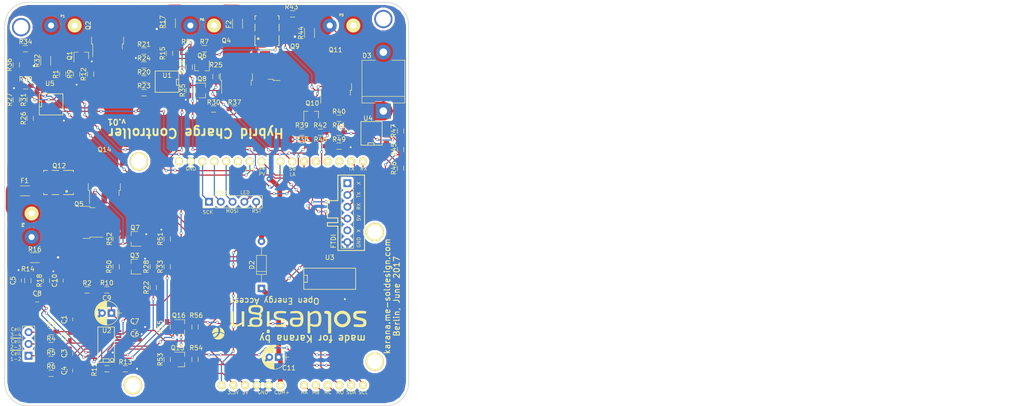
<source format=kicad_pcb>
(kicad_pcb (version 4) (host pcbnew 4.0.4-stable)
  (layers (0 F.Cu signal) (31 B.Cu signal hide) (34 B.Paste user) (35 F.Paste user) (36 B.SilkS user) (37 F.SilkS user) (38 B.Mask user) (39 F.Mask user) (44 Edge.Cuts user))
  (net 0 "")
  (net 1 /MplexOut)
  (net 2 /MplexA)
  (net 3 /MplexB)
  (net 4 /MplexC)
  (net 5 "Net-(AU1-PadV_IN)")
  (net 6 /GND)
  (net 7 /RST)
  (net 8 /RX)
  (net 9 /TX)
  (net 10 /SSRX)
  (net 11 /SSTX)
  (net 12 /SIM_PWR)
  (net 13 /LED_BTN)
  (net 14 /SW_LA)
  (net 15 /SW_LD)
  (net 16 /SS)
  (net 17 /MOSI)
  (net 18 /MISO)
  (net 19 /SCK)
  (net 20 "Net-(AU1-PadAREF)")
  (net 21 /5V)
  (net 22 /VC5)
  (net 23 /VC3)
  (net 24 /VC2)
  (net 25 /VC1)
  (net 26 /VC0)
  (net 27 /SRP)
  (net 28 "Net-(C6-Pad1)")
  (net 29 /LI+)
  (net 30 /SRN)
  (net 31 "Net-(C9-Pad1)")
  (net 32 /COM+)
  (net 33 "Net-(D3-Pad2)")
  (net 34 "Net-(F1-Pad1)")
  (net 35 "Net-(F1-Pad2)")
  (net 36 "Net-(F2-Pad1)")
  (net 37 "Net-(F2-Pad2)")
  (net 38 /LOAD-)
  (net 39 /LOAD+)
  (net 40 /CELL12)
  (net 41 /CELL23)
  (net 42 /CELL34)
  (net 43 /PV-)
  (net 44 /LI-)
  (net 45 /LA-)
  (net 46 "Net-(Q1-Pad1)")
  (net 47 "Net-(Q1-Pad3)")
  (net 48 "Net-(Q3-Pad1)")
  (net 49 /DSG)
  (net 50 "Net-(Q4-Pad1)")
  (net 51 /LA+)
  (net 52 "Net-(Q4-Pad3)")
  (net 53 "Net-(Q6-Pad1)")
  (net 54 "Net-(Q6-Pad3)")
  (net 55 /CHG)
  (net 56 "Net-(Q10-Pad1)")
  (net 57 "Net-(Q10-Pad3)")
  (net 58 /S_LA_V)
  (net 59 "Net-(R11-Pad1)")
  (net 60 "Net-(R15-Pad2)")
  (net 61 /S_LA_I)
  (net 62 "Net-(R20-Pad1)")
  (net 63 "Net-(R20-Pad2)")
  (net 64 "Net-(R26-Pad2)")
  (net 65 "Net-(R29-Pad2)")
  (net 66 "Net-(R34-Pad2)")
  (net 67 /S_LD_I)
  (net 68 /SW_PV)
  (net 69 /S_PV_V)
  (net 70 "Net-(R43-Pad2)")
  (net 71 /S_PV_I)
  (net 72 "Net-(R46-Pad1)")
  (net 73 "Net-(R46-Pad2)")
  (net 74 "Net-(U2-Pad8)")
  (net 75 "Net-(U2-Pad11)")
  (net 76 /Alert)
  (net 77 "Net-(U3-Pad13)")
  (net 78 "Net-(U3-Pad4)")
  (net 79 "Net-(U3-Pad2)")
  (net 80 "Net-(Q3-Pad3)")
  (net 81 "Net-(Q14-Pad3)")
  (net 82 "Net-(Q7-Pad1)")
  (net 83 "Net-(Q14-Pad1)")
  (net 84 /PV+)
  (net 85 /3.3V)
  (net 86 /SDA3)
  (net 87 /SDA5)
  (net 88 /SCL3)
  (net 89 /SCL5)
  (net 90 "Net-(P7-Pad1)")
  (net 91 "Net-(P7-Pad5)")
  (module Capacitors_SMD:C_0603_HandSoldering (layer F.Cu) (at 114.05 108.35 270)
    (fp_text reference C1 (at 0.05 1.25 270) (layer F.SilkS))
    (fp_text value 1µ)
    (pad 1 smd rect (at -0.95 0 270) (size 1.2 0.75) (layers F.Cu F.Paste F.Mask) (net 22 /VC5))
    (pad 2 smd rect (at 0.95 0 270) (size 1.2 0.75) (layers F.Cu F.Paste F.Mask) (net 23 /VC3))
  )
  (module Capacitors_SMD:C_0603_HandSoldering (layer F.Cu) (at 114.05 112.05 270)
    (fp_text reference C2 (at 0.05 1.25 270) (layer F.SilkS))
    (fp_text value 1µ)
    (pad 1 smd rect (at -0.95 0 270) (size 1.2 0.75) (layers F.Cu F.Paste F.Mask) (net 23 /VC3))
    (pad 2 smd rect (at 0.95 0 270) (size 1.2 0.75) (layers F.Cu F.Paste F.Mask) (net 24 /VC2))
  )
  (module Capacitors_SMD:C_0603_HandSoldering (layer F.Cu) (at 114.05 115.75 270)
    (fp_text reference C3 (at -0.05 1.25 270) (layer F.SilkS))
    (fp_text value 1µ)
    (pad 1 smd rect (at -0.95 0 270) (size 1.2 0.75) (layers F.Cu F.Paste F.Mask) (net 24 /VC2))
    (pad 2 smd rect (at 0.95 0 270) (size 1.2 0.75) (layers F.Cu F.Paste F.Mask) (net 25 /VC1))
  )
  (module Capacitors_SMD:C_0603_HandSoldering (layer F.Cu) (at 114.05 119.4 270)
    (fp_text reference C4 (at 0 1.25 270) (layer F.SilkS))
    (fp_text value 1µ)
    (pad 1 smd rect (at -0.95 0 270) (size 1.2 0.75) (layers F.Cu F.Paste F.Mask) (net 25 /VC1))
    (pad 2 smd rect (at 0.95 0 270) (size 1.2 0.75) (layers F.Cu F.Paste F.Mask) (net 26 /VC0))
  )
  (module Capacitors_SMD:C_0603_HandSoldering (layer F.Cu) (at 103 100 90)
    (fp_text reference C5 (at 0 -1.25 90) (layer F.SilkS))
    (fp_text value 0.1µ)
    (pad 1 smd rect (at -0.95 0 90) (size 1.2 0.75) (layers F.Cu F.Paste F.Mask) (net 27 /SRP))
    (pad 2 smd rect (at 0.95 0 90) (size 1.2 0.75) (layers F.Cu F.Paste F.Mask) (net 6 /GND))
  )
  (module Capacitors_SMD:C_0603_HandSoldering (layer F.Cu) (at 128 112.75)
    (fp_text reference C6 (at 0 -1.25) (layer F.SilkS))
    (fp_text value 1µ)
    (pad 1 smd rect (at -0.95 0) (size 1.2 0.75) (layers F.Cu F.Paste F.Mask) (net 28 "Net-(C6-Pad1)"))
    (pad 2 smd rect (at 0.95 0) (size 1.2 0.75) (layers F.Cu F.Paste F.Mask) (net 6 /GND))
  )
  (module Capacitors_SMD:C_0603_HandSoldering (layer F.Cu) (at 128 110)
    (fp_text reference C7 (at 0 -1.25) (layer F.SilkS))
    (fp_text value 1µ)
    (pad 1 smd rect (at -0.95 0) (size 1.2 0.75) (layers F.Cu F.Paste F.Mask) (net 21 /5V))
    (pad 2 smd rect (at 0.95 0) (size 1.2 0.75) (layers F.Cu F.Paste F.Mask) (net 6 /GND))
  )
  (module Capacitors_SMD:C_0603_HandSoldering (layer F.Cu) (at 107 104 180)
    (fp_text reference C8 (at 0 1.25 180) (layer F.SilkS))
    (fp_text value 0.1µ)
    (pad 1 smd rect (at -0.95 0 180) (size 1.2 0.75) (layers F.Cu F.Paste F.Mask) (net 30 /SRN))
    (pad 2 smd rect (at 0.95 0 180) (size 1.2 0.75) (layers F.Cu F.Paste F.Mask) (net 27 /SRP))
  )
  (module Capacitors_ThroughHole:CP_Radial_D5.0mm_P2.00mm (layer F.Cu) (at 123 107 180)
    (fp_text reference C9 (at 1 3.25 180) (layer F.SilkS))
    (fp_text value 10µ)
    (pad 1 thru_hole rect (at 0 0 180) (size 1.6 1.6) (drill 0.8) (layers *.Cu *.Mask) (net 31 "Net-(C9-Pad1)"))
    (pad 2 thru_hole circle (at 2 0 180) (size 1.6 1.6) (drill 0.8) (layers *.Cu *.Mask) (net 6 /GND))
  )
  (module Capacitors_SMD:C_0603_HandSoldering (layer F.Cu) (at 112 100 90)
    (fp_text reference C10 (at 0 -1.25 90) (layer F.SilkS))
    (fp_text value 0.1µ)
    (pad 1 smd rect (at -0.95 0 90) (size 1.2 0.75) (layers F.Cu F.Paste F.Mask) (net 30 /SRN))
    (pad 2 smd rect (at 0.95 0 90) (size 1.2 0.75) (layers F.Cu F.Paste F.Mask) (net 6 /GND))
  )
  (module Capacitors_ThroughHole:CP_Radial_D5.0mm_P2.00mm (layer F.Cu) (at 159 116.5 180)
    (fp_text reference C11 (at -2.2138 -2.3212 180) (layer F.SilkS))
    (fp_text value 10µ)
    (pad 1 thru_hole rect (at 0 0 180) (size 1.6 1.6) (drill 0.8) (layers *.Cu *.Mask) (net 5 "Net-(AU1-PadV_IN)"))
    (pad 2 thru_hole circle (at 2 0 180) (size 1.6 1.6) (drill 0.8) (layers *.Cu *.Mask) (net 6 /GND))
  )
  (module Diodes_ThroughHole:D_DO-35_SOD27_P10.16mm_Horizontal (layer F.Cu) (at 155.3 101.7 90)
    (fp_text reference D2 (at 5.08 -2.06 90) (layer F.SilkS))
    (fp_text value 1N4148-T)
    (pad 1 thru_hole rect (at 0 0 90) (size 1.6 1.6) (drill 0.8) (layers *.Cu *.Mask) (net 5 "Net-(AU1-PadV_IN)"))
    (pad 2 thru_hole oval (at 10.16 0 90) (size 1.6 1.6) (drill 0.8) (layers *.Cu *.Mask) (net 32 /COM+))
  )
  (module Diodes_ThroughHole:D_P600_R-6_P12.70mm_Horizontal (layer F.Cu) (at 181.55 63.45 90)
    (fp_text reference D3 (at 11.95 -3.55 180) (layer F.SilkS))
    (fp_text value VSB2045Y-M3/54)
    (pad 1 thru_hole rect (at 0 0 90) (size 3.2 3.2) (drill 1.6) (layers *.Cu *.Mask) (net 84 /PV+))
    (pad 2 thru_hole oval (at 12.7 0 90) (size 3.2 3.2) (drill 1.6) (layers *.Cu *.Mask) (net 33 "Net-(D3-Pad2)"))
  )
  (module Fuse_Holders_and_Fuses:Fuse_SMD1206_HandSoldering (layer F.Cu) (at 104.35 80.65)
    (fp_text reference F1 (at -0.05 -2.2) (layer F.SilkS))
    (fp_text value 15A)
    (pad 1 smd rect (at -2.09 0 90) (size 2.03 2.65) (layers F.Cu F.Paste F.Mask) (net 34 "Net-(F1-Pad1)"))
    (pad 2 smd rect (at 2.09 0 90) (size 2.03 2.65) (layers F.Cu F.Paste F.Mask) (net 35 "Net-(F1-Pad2)"))
  )
  (module Fuse_Holders_and_Fuses:Fuse_SMD1206_HandSoldering (layer F.Cu) (at 150.15 44.6 270)
    (fp_text reference F2 (at 0.15 1.9 270) (layer F.SilkS))
    (fp_text value 15A)
    (pad 1 smd rect (at -2.09 0) (size 2.03 2.65) (layers F.Cu F.Paste F.Mask) (net 36 "Net-(F2-Pad1)"))
    (pad 2 smd rect (at 2.09 0) (size 2.03 2.65) (layers F.Cu F.Paste F.Mask) (net 37 "Net-(F2-Pad2)"))
  )
  (module VCS_library:TerminalBlock_Screw_2pol (layer F.Cu) (at 110 45)
    (fp_text reference P1 (at 2.5 -2) (layer F.SilkS) (effects (font (size 0.5 0.5) (thickness 0.125))))
    (fp_text value Load)
    (pad 2 thru_hole circle (at 5.08 0) (size 3 3) (drill 1.3) (layers *.Cu *.Mask F.SilkS) (net 39 /LOAD+))
    (pad 1 thru_hole circle (at 0 0) (size 3 3) (drill 1.3) (layers *.Cu *.Mask) (net 38 /LOAD-))
  )
  (module Pin_Headers:Pin_Header_Straight_1x03_Pitch2.54mm (layer F.Cu) (at 105.15 116.2 180)
    (fp_text reference P2)
    (fp_text value LI_balancer)
    (pad 1 thru_hole rect (at 0 0 180) (size 1.7 1.7) (drill 1) (layers *.Cu *.Mask) (net 40 /CELL12))
    (pad 2 thru_hole oval (at 0 2.54 180) (size 1.7 1.7) (drill 1) (layers *.Cu *.Mask) (net 41 /CELL23))
    (pad 3 thru_hole oval (at 0 5.08 180) (size 1.7 1.7) (drill 1) (layers *.Cu *.Mask) (net 42 /CELL34))
  )
  (module VCS_library:TerminalBlock_Screw_2pol (layer F.Cu) (at 170 45)
    (fp_text reference P3 (at 2.5 -2.25) (layer F.SilkS) (effects (font (size 0.5 0.5) (thickness 0.125))))
    (fp_text value PV)
    (pad 2 thru_hole circle (at 5.08 0) (size 3 3) (drill 1.3) (layers *.Cu *.Mask F.SilkS) (net 33 "Net-(D3-Pad2)"))
    (pad 1 thru_hole circle (at 0 0) (size 3 3) (drill 1.3) (layers *.Cu *.Mask) (net 43 /PV-))
  )
  (module VCS_library:TerminalBlock_Screw_2pol (layer F.Cu) (at 105.8 90.6 90)
    (fp_text reference P5 (at 2.6 -1.8 90) (layer F.SilkS) (effects (font (size 0.5 0.5) (thickness 0.125))))
    (fp_text value LI)
    (pad 2 thru_hole circle (at 5.08 0 90) (size 3 3) (drill 1.3) (layers *.Cu *.Mask F.SilkS) (net 34 "Net-(F1-Pad1)"))
    (pad 1 thru_hole circle (at 0 0 90) (size 3 3) (drill 1.3) (layers *.Cu *.Mask) (net 44 /LI-))
  )
  (module VCS_library:TerminalBlock_Screw_2pol (layer F.Cu) (at 140 45)
    (fp_text reference P6 (at 2.5 -1.25) (layer F.SilkS) (effects (font (size 0.5 0.5) (thickness 0.125))))
    (fp_text value LA)
    (pad 2 thru_hole circle (at 5.08 0) (size 3 3) (drill 1.3) (layers *.Cu *.Mask F.SilkS) (net 36 "Net-(F2-Pad1)"))
    (pad 1 thru_hole circle (at 0 0) (size 3 3) (drill 1.3) (layers *.Cu *.Mask) (net 45 /LA-))
  )
  (module TO_SOT_Packages_SMD:SOT-23 (layer F.Cu) (at 116.5 51.5 90)
    (fp_text reference Q1 (at 0 -2.5 90) (layer F.SilkS))
    (fp_text value MMBT3904)
    (pad 1 smd rect (at -1 -0.95 90) (size 0.9 0.8) (layers F.Cu F.Paste F.Mask) (net 46 "Net-(Q1-Pad1)"))
    (pad 2 smd rect (at -1 0.95 90) (size 0.9 0.8) (layers F.Cu F.Paste F.Mask) (net 6 /GND))
    (pad 3 smd rect (at 1 0 90) (size 0.9 0.8) (layers F.Cu F.Paste F.Mask) (net 47 "Net-(Q1-Pad3)"))
  )
  (module TO_SOT_Packages_SMD:TO-252-3_TabPin2 (layer F.Cu) (at 122.15 46.5 90)
    (fp_text reference Q2 (at 1.5 -4.15 270) (layer F.SilkS))
    (fp_text value IPD90P04P4L-04)
    (pad 1 smd rect (at -4.2 -2.28 90) (size 2.2 1.2) (layers F.Cu F.Paste F.Mask) (net 47 "Net-(Q1-Pad3)"))
    (pad 2 smd rect (at -4.2 0 90) (size 2.2 1.2) (layers F.Cu F.Paste F.Mask) (net 39 /LOAD+))
    (pad 3 smd rect (at -4.2 2.28 90) (size 2.2 1.2) (layers F.Cu F.Paste F.Mask) (net 32 /COM+))
    (pad 2 smd rect (at 2.1 0 90) (size 6.4 5.8) (layers F.Cu F.Mask) (net 39 /LOAD+))
    (pad 2 smd rect (at 3.775 1.525 90) (size 3.05 2.75) (layers F.Cu F.Paste) (net 39 /LOAD+))
    (pad 2 smd rect (at 0.425 -1.525 90) (size 3.05 2.75) (layers F.Cu F.Paste) (net 39 /LOAD+))
    (pad 2 smd rect (at 3.775 -1.525 90) (size 3.05 2.75) (layers F.Cu F.Paste) (net 39 /LOAD+))
    (pad 2 smd rect (at 0.425 1.525 90) (size 3.05 2.75) (layers F.Cu F.Paste) (net 39 /LOAD+))
  )
  (module TO_SOT_Packages_SMD:TO-252-3_TabPin2 (layer F.Cu) (at 149.9 54.35 90)
    (fp_text reference Q4 (at 6.1 -2.15 180) (layer F.SilkS))
    (fp_text value IPD90P04P4L-04)
    (pad 1 smd rect (at -4.2 -2.28 90) (size 2.2 1.2) (layers F.Cu F.Paste F.Mask) (net 50 "Net-(Q4-Pad1)"))
    (pad 2 smd rect (at -4.2 0 90) (size 2.2 1.2) (layers F.Cu F.Paste F.Mask) (net 51 /LA+))
    (pad 3 smd rect (at -4.2 2.28 90) (size 2.2 1.2) (layers F.Cu F.Paste F.Mask) (net 52 "Net-(Q4-Pad3)"))
    (pad 2 smd rect (at 2.1 0 90) (size 6.4 5.8) (layers F.Cu F.Mask) (net 51 /LA+))
    (pad 2 smd rect (at 3.775 1.525 90) (size 3.05 2.75) (layers F.Cu F.Paste) (net 51 /LA+))
    (pad 2 smd rect (at 0.425 -1.525 90) (size 3.05 2.75) (layers F.Cu F.Paste) (net 51 /LA+))
    (pad 2 smd rect (at 3.775 -1.525 90) (size 3.05 2.75) (layers F.Cu F.Paste) (net 51 /LA+))
    (pad 2 smd rect (at 0.425 1.525 90) (size 3.05 2.75) (layers F.Cu F.Paste) (net 51 /LA+))
  )
  (module TO_SOT_Packages_SMD:SOT-23 (layer F.Cu) (at 142.5 54 270)
    (fp_text reference Q6 (at -2.5 0 360) (layer F.SilkS))
    (fp_text value MMBT3904)
    (pad 1 smd rect (at -1 -0.95 270) (size 0.9 0.8) (layers F.Cu F.Paste F.Mask) (net 53 "Net-(Q6-Pad1)"))
    (pad 2 smd rect (at -1 0.95 270) (size 0.9 0.8) (layers F.Cu F.Paste F.Mask) (net 6 /GND))
    (pad 3 smd rect (at 1 0 270) (size 0.9 0.8) (layers F.Cu F.Paste F.Mask) (net 54 "Net-(Q6-Pad3)"))
  )
  (module TO_SOT_Packages_SMD:SOT-23 (layer F.Cu) (at 128 91 180)
    (fp_text reference Q7 (at -0.1 2.4 360) (layer F.SilkS))
    (fp_text value MMBT3904)
    (pad 1 smd rect (at -1 -0.95 180) (size 0.9 0.8) (layers F.Cu F.Paste F.Mask) (net 82 "Net-(Q7-Pad1)"))
    (pad 2 smd rect (at -1 0.95 180) (size 0.9 0.8) (layers F.Cu F.Paste F.Mask) (net 6 /GND))
    (pad 3 smd rect (at 1 0 180) (size 0.9 0.8) (layers F.Cu F.Paste F.Mask) (net 83 "Net-(Q14-Pad1)"))
  )
  (module TO_SOT_Packages_SMD:SOT-23 (layer F.Cu) (at 142.5 59)
    (fp_text reference Q8 (at 0 -2.5) (layer F.SilkS))
    (fp_text value MMBT3904)
    (pad 1 smd rect (at -1 -0.95) (size 0.9 0.8) (layers F.Cu F.Paste F.Mask) (net 54 "Net-(Q6-Pad3)"))
    (pad 2 smd rect (at -1 0.95) (size 0.9 0.8) (layers F.Cu F.Paste F.Mask) (net 6 /GND))
    (pad 3 smd rect (at 1 0) (size 0.9 0.8) (layers F.Cu F.Paste F.Mask) (net 50 "Net-(Q4-Pad1)"))
  )
  (module TO_SOT_Packages_SMD:TO-252-3_TabPin2 (layer F.Cu) (at 160.3 53.4)
    (fp_text reference Q9 (at 2.2 -3.9) (layer F.SilkS))
    (fp_text value IPD90P04P4L-04)
    (pad 1 smd rect (at -4.2 -2.28) (size 2.2 1.2) (layers F.Cu F.Paste F.Mask) (net 50 "Net-(Q4-Pad1)"))
    (pad 2 smd rect (at -4.2 0) (size 2.2 1.2) (layers F.Cu F.Paste F.Mask) (net 32 /COM+))
    (pad 3 smd rect (at -4.2 2.28) (size 2.2 1.2) (layers F.Cu F.Paste F.Mask) (net 52 "Net-(Q4-Pad3)"))
    (pad 2 smd rect (at 2.1 0) (size 6.4 5.8) (layers F.Cu F.Mask) (net 32 /COM+))
    (pad 2 smd rect (at 3.775 1.525) (size 3.05 2.75) (layers F.Cu F.Paste) (net 32 /COM+))
    (pad 2 smd rect (at 0.425 -1.525) (size 3.05 2.75) (layers F.Cu F.Paste) (net 32 /COM+))
    (pad 2 smd rect (at 3.775 -1.525) (size 3.05 2.75) (layers F.Cu F.Paste) (net 32 /COM+))
    (pad 2 smd rect (at 0.425 1.525) (size 3.05 2.75) (layers F.Cu F.Paste) (net 32 /COM+))
  )
  (module TO_SOT_Packages_SMD:SOT-23 (layer F.Cu) (at 166 64.25 90)
    (fp_text reference Q10 (at 2.5 0.25 180) (layer F.SilkS))
    (fp_text value MMBT3904)
    (pad 1 smd rect (at -1 -0.95 90) (size 0.9 0.8) (layers F.Cu F.Paste F.Mask) (net 56 "Net-(Q10-Pad1)"))
    (pad 2 smd rect (at -1 0.95 90) (size 0.9 0.8) (layers F.Cu F.Paste F.Mask) (net 43 /PV-))
    (pad 3 smd rect (at 1 0 90) (size 0.9 0.8) (layers F.Cu F.Paste F.Mask) (net 57 "Net-(Q10-Pad3)"))
  )
  (module TO_SOT_Packages_SMD:TO-252-3_TabPin2 (layer F.Cu) (at 171.25 56.5 90)
    (fp_text reference Q11 (at 6.25 0 180) (layer F.SilkS))
    (fp_text value IPD90P04P4L-04)
    (pad 1 smd rect (at -4.2 -2.28 90) (size 2.2 1.2) (layers F.Cu F.Paste F.Mask) (net 57 "Net-(Q10-Pad3)"))
    (pad 2 smd rect (at -4.2 0 90) (size 2.2 1.2) (layers F.Cu F.Paste F.Mask) (net 32 /COM+))
    (pad 3 smd rect (at -4.2 2.28 90) (size 2.2 1.2) (layers F.Cu F.Paste F.Mask) (net 84 /PV+))
    (pad 2 smd rect (at 2.1 0 90) (size 6.4 5.8) (layers F.Cu F.Mask) (net 32 /COM+))
    (pad 2 smd rect (at 3.775 1.525 90) (size 3.05 2.75) (layers F.Cu F.Paste) (net 32 /COM+))
    (pad 2 smd rect (at 0.425 -1.525 90) (size 3.05 2.75) (layers F.Cu F.Paste) (net 32 /COM+))
    (pad 2 smd rect (at 3.775 -1.525 90) (size 3.05 2.75) (layers F.Cu F.Paste) (net 32 /COM+))
    (pad 2 smd rect (at 0.425 1.525 90) (size 3.05 2.75) (layers F.Cu F.Paste) (net 32 /COM+))
  )
  (module Resistors_SMD:R_0603_HandSoldering (layer F.Cu) (at 112.5 55.5 270)
    (fp_text reference R1 (at 0 1.5 270) (layer F.SilkS))
    (fp_text value 10k)
    (pad 1 smd rect (at -1.1 0 270) (size 1.2 0.9) (layers F.Cu F.Paste F.Mask) (net 46 "Net-(Q1-Pad1)"))
    (pad 2 smd rect (at 1.1 0 270) (size 1.2 0.9) (layers F.Cu F.Paste F.Mask) (net 15 /SW_LD))
  )
  (module Resistors_SMD:R_0603_HandSoldering (layer F.Cu) (at 117.75 102)
    (fp_text reference R2 (at 0 -1.45) (layer F.SilkS))
    (fp_text value 100)
    (pad 1 smd rect (at -1.1 0) (size 1.2 0.9) (layers F.Cu F.Paste F.Mask) (net 22 /VC5))
    (pad 2 smd rect (at 1.1 0) (size 1.2 0.9) (layers F.Cu F.Paste F.Mask) (net 29 /LI+))
  )
  (module Resistors_SMD:R_0603_HandSoldering (layer F.Cu) (at 110 111 180)
    (fp_text reference R3 (at 0 1.5 180) (layer F.SilkS))
    (fp_text value 100)
    (pad 1 smd rect (at -1.1 0 180) (size 1.2 0.9) (layers F.Cu F.Paste F.Mask) (net 23 /VC3))
    (pad 2 smd rect (at 1.1 0 180) (size 1.2 0.9) (layers F.Cu F.Paste F.Mask) (net 42 /CELL34))
  )
  (module Resistors_SMD:R_0603_HandSoldering (layer F.Cu) (at 110 114 180)
    (fp_text reference R4 (at 0 1.5 180) (layer F.SilkS))
    (fp_text value 100)
    (pad 1 smd rect (at -1.1 0 180) (size 1.2 0.9) (layers F.Cu F.Paste F.Mask) (net 24 /VC2))
    (pad 2 smd rect (at 1.1 0 180) (size 1.2 0.9) (layers F.Cu F.Paste F.Mask) (net 41 /CELL23))
  )
  (module Resistors_SMD:R_0603_HandSoldering (layer F.Cu) (at 110 117 180)
    (fp_text reference R5 (at 0 1.5 180) (layer F.SilkS))
    (fp_text value 100)
    (pad 1 smd rect (at -1.1 0 180) (size 1.2 0.9) (layers F.Cu F.Paste F.Mask) (net 25 /VC1))
    (pad 2 smd rect (at 1.1 0 180) (size 1.2 0.9) (layers F.Cu F.Paste F.Mask) (net 40 /CELL12))
  )
  (module Resistors_SMD:R_0603_HandSoldering (layer F.Cu) (at 110 120 180)
    (fp_text reference R6 (at 0 1.5 180) (layer F.SilkS))
    (fp_text value 100)
    (pad 1 smd rect (at -1.1 0 180) (size 1.2 0.9) (layers F.Cu F.Paste F.Mask) (net 26 /VC0))
    (pad 2 smd rect (at 1.1 0 180) (size 1.2 0.9) (layers F.Cu F.Paste F.Mask) (net 44 /LI-))
  )
  (module Resistors_SMD:R_0603_HandSoldering (layer F.Cu) (at 143 50 180)
    (fp_text reference R7 (at 0 1.5 180) (layer F.SilkS))
    (fp_text value 100k)
    (pad 1 smd rect (at -1.1 0 180) (size 1.2 0.9) (layers F.Cu F.Paste F.Mask) (net 51 /LA+))
    (pad 2 smd rect (at 1.1 0 180) (size 1.2 0.9) (layers F.Cu F.Paste F.Mask) (net 58 /S_LA_V))
  )
  (module Resistors_SMD:R_0603_HandSoldering (layer F.Cu) (at 139 50 180)
    (fp_text reference R8 (at 0 1.5 180) (layer F.SilkS))
    (fp_text value 33k)
    (pad 1 smd rect (at -1.1 0 180) (size 1.2 0.9) (layers F.Cu F.Paste F.Mask) (net 58 /S_LA_V))
    (pad 2 smd rect (at 1.1 0 180) (size 1.2 0.9) (layers F.Cu F.Paste F.Mask) (net 45 /LA-))
  )
  (module Resistors_SMD:R_0603_HandSoldering (layer F.Cu) (at 115.5 55.5 90)
    (fp_text reference R9 (at 0 -1.45 90) (layer F.SilkS))
    (fp_text value 100k)
    (pad 1 smd rect (at -1.1 0 90) (size 1.2 0.9) (layers F.Cu F.Paste F.Mask) (net 6 /GND))
    (pad 2 smd rect (at 1.1 0 90) (size 1.2 0.9) (layers F.Cu F.Paste F.Mask) (net 46 "Net-(Q1-Pad1)"))
  )
  (module Resistors_SMD:R_0603_HandSoldering (layer F.Cu) (at 122 102 180)
    (fp_text reference R10 (at 0 1.5 180) (layer F.SilkS))
    (fp_text value 100)
    (pad 1 smd rect (at -1.1 0 180) (size 1.2 0.9) (layers F.Cu F.Paste F.Mask) (net 31 "Net-(C9-Pad1)"))
    (pad 2 smd rect (at 1.1 0 180) (size 1.2 0.9) (layers F.Cu F.Paste F.Mask) (net 29 /LI+))
  )
  (module Resistors_SMD:R_0603_HandSoldering (layer F.Cu) (at 122 119 180)
    (fp_text reference R11 (at 2.7 -0.2 270) (layer F.SilkS))
    (fp_text value 10k)
    (pad 1 smd rect (at -1.1 0 180) (size 1.2 0.9) (layers F.Cu F.Paste F.Mask) (net 59 "Net-(R11-Pad1)"))
    (pad 2 smd rect (at 1.1 0 180) (size 1.2 0.9) (layers F.Cu F.Paste F.Mask) (net 25 /VC1))
  )
  (module Resistors_SMD:R_0603_HandSoldering (layer F.Cu) (at 118.5 55.5 270)
    (fp_text reference R12 (at 0 1.5 270) (layer F.SilkS))
    (fp_text value 47k)
    (pad 1 smd rect (at -1.1 0 270) (size 1.2 0.9) (layers F.Cu F.Paste F.Mask) (net 47 "Net-(Q1-Pad3)"))
    (pad 2 smd rect (at 1.1 0 270) (size 1.2 0.9) (layers F.Cu F.Paste F.Mask) (net 32 /COM+))
  )
  (module Resistors_SMD:R_0603_HandSoldering (layer F.Cu) (at 126 119)
    (fp_text reference R13 (at 0 -1.45) (layer F.SilkS))
    (fp_text value 10k)
    (pad 1 smd rect (at -1.1 0) (size 1.2 0.9) (layers F.Cu F.Paste F.Mask) (net 59 "Net-(R11-Pad1)"))
    (pad 2 smd rect (at 1.1 0) (size 1.2 0.9) (layers F.Cu F.Paste F.Mask) (net 6 /GND))
  )
  (module Resistors_SMD:R_0603_HandSoldering (layer F.Cu) (at 105 100 270)
    (fp_text reference R14 (at -2.5 0 540) (layer F.SilkS))
    (fp_text value 100)
    (pad 1 smd rect (at -1.1 0 270) (size 1.2 0.9) (layers F.Cu F.Paste F.Mask) (net 44 /LI-))
    (pad 2 smd rect (at 1.1 0 270) (size 1.2 0.9) (layers F.Cu F.Paste F.Mask) (net 27 /SRP))
  )
  (module Resistors_SMD:R_0603_HandSoldering (layer F.Cu) (at 135.5 51 270)
    (fp_text reference R15 (at 0 1.5 270) (layer F.SilkS))
    (fp_text value 4.7k)
    (pad 1 smd rect (at -1.1 0 270) (size 1.2 0.9) (layers F.Cu F.Paste F.Mask) (net 45 /LA-))
    (pad 2 smd rect (at 1.1 0 270) (size 1.2 0.9) (layers F.Cu F.Paste F.Mask) (net 60 "Net-(R15-Pad2)"))
  )
  (module Resistors_SMD:R_1206_HandSoldering (layer F.Cu) (at 106.5 95.05 180)
    (fp_text reference R16 (at 0 1.8 180) (layer F.SilkS))
    (fp_text value R005)
    (pad 1 smd rect (at -2 0 180) (size 2 1.7) (layers F.Cu F.Paste F.Mask) (net 6 /GND))
    (pad 2 smd rect (at 2 0 180) (size 2 1.7) (layers F.Cu F.Paste F.Mask) (net 44 /LI-))
  )
  (module Resistors_SMD:R_1206_HandSoldering (layer F.Cu) (at 135.7 44.5 90)
    (fp_text reference R17 (at 0.25 -1.7 90) (layer F.SilkS))
    (fp_text value R005)
    (pad 1 smd rect (at -2 0 90) (size 2 1.7) (layers F.Cu F.Paste F.Mask) (net 6 /GND))
    (pad 2 smd rect (at 2 0 90) (size 2 1.7) (layers F.Cu F.Paste F.Mask) (net 45 /LA-))
  )
  (module Resistors_SMD:R_0603_HandSoldering (layer F.Cu) (at 109 100 270)
    (fp_text reference R18 (at 0 1.5 450) (layer F.SilkS))
    (fp_text value 100)
    (pad 1 smd rect (at -1.1 0 270) (size 1.2 0.9) (layers F.Cu F.Paste F.Mask) (net 6 /GND))
    (pad 2 smd rect (at 1.1 0 270) (size 1.2 0.9) (layers F.Cu F.Paste F.Mask) (net 30 /SRN))
  )
  (module Resistors_SMD:R_0603_HandSoldering (layer F.Cu) (at 139.75 54 90)
    (fp_text reference R19 (at 0 -1.45 90) (layer F.SilkS))
    (fp_text value 220k)
    (pad 1 smd rect (at -1.1 0 90) (size 1.2 0.9) (layers F.Cu F.Paste F.Mask) (net 61 /S_LA_I))
    (pad 2 smd rect (at 1.1 0 90) (size 1.2 0.9) (layers F.Cu F.Paste F.Mask) (net 60 "Net-(R15-Pad2)"))
  )
  (module Resistors_SMD:R_0603_HandSoldering (layer F.Cu) (at 130 56.5)
    (fp_text reference R20 (at 0 -1.45) (layer F.SilkS))
    (fp_text value 220k)
    (pad 1 smd rect (at -1.1 0) (size 1.2 0.9) (layers F.Cu F.Paste F.Mask) (net 62 "Net-(R20-Pad1)"))
    (pad 2 smd rect (at 1.1 0) (size 1.2 0.9) (layers F.Cu F.Paste F.Mask) (net 63 "Net-(R20-Pad2)"))
  )
  (module Resistors_SMD:R_0603_HandSoldering (layer F.Cu) (at 130 50.5)
    (fp_text reference R21 (at 0 -1.45) (layer F.SilkS))
    (fp_text value 4.7k)
    (pad 1 smd rect (at -1.1 0) (size 1.2 0.9) (layers F.Cu F.Paste F.Mask) (net 6 /GND))
    (pad 2 smd rect (at 1.1 0) (size 1.2 0.9) (layers F.Cu F.Paste F.Mask) (net 63 "Net-(R20-Pad2)"))
  )
  (module Resistors_SMD:R_0603_HandSoldering (layer F.Cu) (at 132 101.5 270)
    (fp_text reference R22 (at 0 1.5 270) (layer F.SilkS))
    (fp_text value 10k)
    (pad 1 smd rect (at -1.1 0 270) (size 1.2 0.9) (layers F.Cu F.Paste F.Mask) (net 48 "Net-(Q3-Pad1)"))
    (pad 2 smd rect (at 1.1 0 270) (size 1.2 0.9) (layers F.Cu F.Paste F.Mask) (net 55 /CHG))
  )
  (module Resistors_SMD:R_0603_HandSoldering (layer F.Cu) (at 130 59.5 180)
    (fp_text reference R23 (at 0 1.5 180) (layer F.SilkS))
    (fp_text value 10k)
    (pad 1 smd rect (at -1.1 0 180) (size 1.2 0.9) (layers F.Cu F.Paste F.Mask) (net 21 /5V))
    (pad 2 smd rect (at 1.1 0 180) (size 1.2 0.9) (layers F.Cu F.Paste F.Mask) (net 62 "Net-(R20-Pad1)"))
  )
  (module Resistors_SMD:R_0603_HandSoldering (layer F.Cu) (at 130 53.5)
    (fp_text reference R24 (at 0 -1.45) (layer F.SilkS))
    (fp_text value 10k)
    (pad 1 smd rect (at -1.1 0) (size 1.2 0.9) (layers F.Cu F.Paste F.Mask) (net 62 "Net-(R20-Pad1)"))
    (pad 2 smd rect (at 1.1 0) (size 1.2 0.9) (layers F.Cu F.Paste F.Mask) (net 6 /GND))
  )
  (module Resistors_SMD:R_0603_HandSoldering (layer F.Cu) (at 145.5 56 270)
    (fp_text reference R25 (at -2.5 0 360) (layer F.SilkS))
    (fp_text value 10k)
    (pad 1 smd rect (at -1.1 0 270) (size 1.2 0.9) (layers F.Cu F.Paste F.Mask) (net 53 "Net-(Q6-Pad1)"))
    (pad 2 smd rect (at 1.1 0 270) (size 1.2 0.9) (layers F.Cu F.Paste F.Mask) (net 14 /SW_LA))
  )
  (module Resistors_SMD:R_0603_HandSoldering (layer F.Cu) (at 105.5 65 90)
    (fp_text reference R26 (at 0 -1.45 90) (layer F.SilkS))
    (fp_text value 10k)
    (pad 1 smd rect (at -1.1 0 90) (size 1.2 0.9) (layers F.Cu F.Paste F.Mask) (net 21 /5V))
    (pad 2 smd rect (at 1.1 0 90) (size 1.2 0.9) (layers F.Cu F.Paste F.Mask) (net 64 "Net-(R26-Pad2)"))
  )
  (module Resistors_SMD:R_0603_HandSoldering (layer F.Cu) (at 102.5 61 90)
    (fp_text reference R27 (at 0 -1.45 90) (layer F.SilkS))
    (fp_text value 10k)
    (pad 1 smd rect (at -1.1 0 90) (size 1.2 0.9) (layers F.Cu F.Paste F.Mask) (net 64 "Net-(R26-Pad2)"))
    (pad 2 smd rect (at 1.1 0 90) (size 1.2 0.9) (layers F.Cu F.Paste F.Mask) (net 6 /GND))
  )
  (module Resistors_SMD:R_0603_HandSoldering (layer F.Cu) (at 132 97 270)
    (fp_text reference R28 (at 0 1.5 270) (layer F.SilkS))
    (fp_text value 100k)
    (pad 1 smd rect (at -1.1 0 270) (size 1.2 0.9) (layers F.Cu F.Paste F.Mask) (net 6 /GND))
    (pad 2 smd rect (at 1.1 0 270) (size 1.2 0.9) (layers F.Cu F.Paste F.Mask) (net 48 "Net-(Q3-Pad1)"))
  )
  (module Resistors_SMD:R_0603_HandSoldering (layer F.Cu) (at 104.5 58)
    (fp_text reference R29 (at 0 -1.45) (layer F.SilkS))
    (fp_text value 4.7k)
    (pad 1 smd rect (at -1.1 0) (size 1.2 0.9) (layers F.Cu F.Paste F.Mask) (net 6 /GND))
    (pad 2 smd rect (at 1.1 0) (size 1.2 0.9) (layers F.Cu F.Paste F.Mask) (net 65 "Net-(R29-Pad2)"))
  )
  (module Resistors_SMD:R_0603_HandSoldering (layer F.Cu) (at 145 63)
    (fp_text reference R30 (at 0 -1.45) (layer F.SilkS))
    (fp_text value 47k)
    (pad 1 smd rect (at -1.1 0) (size 1.2 0.9) (layers F.Cu F.Paste F.Mask) (net 54 "Net-(Q6-Pad3)"))
    (pad 2 smd rect (at 1.1 0) (size 1.2 0.9) (layers F.Cu F.Paste F.Mask) (net 52 "Net-(Q4-Pad3)"))
  )
  (module Resistors_SMD:R_0603_HandSoldering (layer F.Cu) (at 105.5 61 90)
    (fp_text reference R31 (at 0 -1.45 90) (layer F.SilkS))
    (fp_text value 220k)
    (pad 1 smd rect (at -1.1 0 90) (size 1.2 0.9) (layers F.Cu F.Paste F.Mask) (net 64 "Net-(R26-Pad2)"))
    (pad 2 smd rect (at 1.1 0 90) (size 1.2 0.9) (layers F.Cu F.Paste F.Mask) (net 65 "Net-(R29-Pad2)"))
  )
  (module Resistors_SMD:R_1206_HandSoldering (layer F.Cu) (at 108.85 52.6 90)
    (fp_text reference R32 (at 0 -1.85 90) (layer F.SilkS))
    (fp_text value R005)
    (pad 1 smd rect (at -2 0 90) (size 2 1.7) (layers F.Cu F.Paste F.Mask) (net 6 /GND))
    (pad 2 smd rect (at 2 0 90) (size 2 1.7) (layers F.Cu F.Paste F.Mask) (net 38 /LOAD-))
  )
  (module Resistors_SMD:R_0603_HandSoldering (layer F.Cu) (at 135 97 270)
    (fp_text reference R33 (at 0 1.5 270) (layer F.SilkS))
    (fp_text value 10k)
    (pad 1 smd rect (at -1.1 0 270) (size 1.2 0.9) (layers F.Cu F.Paste F.Mask) (net 82 "Net-(Q7-Pad1)"))
    (pad 2 smd rect (at 1.1 0 270) (size 1.2 0.9) (layers F.Cu F.Paste F.Mask) (net 49 /DSG))
  )
  (module Resistors_SMD:R_0603_HandSoldering (layer F.Cu) (at 104.5 50 180)
    (fp_text reference R34 (at 0 1.5 180) (layer F.SilkS))
    (fp_text value 4.7k)
    (pad 1 smd rect (at -1.1 0 180) (size 1.2 0.9) (layers F.Cu F.Paste F.Mask) (net 38 /LOAD-))
    (pad 2 smd rect (at 1.1 0 180) (size 1.2 0.9) (layers F.Cu F.Paste F.Mask) (net 66 "Net-(R34-Pad2)"))
  )
  (module Resistors_SMD:R_0603_HandSoldering (layer F.Cu) (at 139.75 59 90)
    (fp_text reference R35 (at 0 -1.45 90) (layer F.SilkS))
    (fp_text value 100k)
    (pad 1 smd rect (at -1.1 0 90) (size 1.2 0.9) (layers F.Cu F.Paste F.Mask) (net 6 /GND))
    (pad 2 smd rect (at 1.1 0 90) (size 1.2 0.9) (layers F.Cu F.Paste F.Mask) (net 54 "Net-(Q6-Pad3)"))
  )
  (module Resistors_SMD:R_0603_HandSoldering (layer F.Cu) (at 102.5 53.5 270)
    (fp_text reference R36 (at 0 1.5 270) (layer F.SilkS))
    (fp_text value 220k)
    (pad 1 smd rect (at -1.1 0 270) (size 1.2 0.9) (layers F.Cu F.Paste F.Mask) (net 66 "Net-(R34-Pad2)"))
    (pad 2 smd rect (at 1.1 0 270) (size 1.2 0.9) (layers F.Cu F.Paste F.Mask) (net 67 /S_LD_I))
  )
  (module Resistors_SMD:R_0603_HandSoldering (layer F.Cu) (at 149.5 63)
    (fp_text reference R37 (at 0 -1.45) (layer F.SilkS))
    (fp_text value 47k)
    (pad 1 smd rect (at -1.1 0) (size 1.2 0.9) (layers F.Cu F.Paste F.Mask) (net 50 "Net-(Q4-Pad1)"))
    (pad 2 smd rect (at 1.1 0) (size 1.2 0.9) (layers F.Cu F.Paste F.Mask) (net 52 "Net-(Q4-Pad3)"))
  )
  (module Resistors_SMD:R_0603_HandSoldering (layer F.Cu) (at 164 71)
    (fp_text reference R38 (at 0 -1.45) (layer F.SilkS))
    (fp_text value 10k)
    (pad 1 smd rect (at -1.1 0) (size 1.2 0.9) (layers F.Cu F.Paste F.Mask) (net 56 "Net-(Q10-Pad1)"))
    (pad 2 smd rect (at 1.1 0) (size 1.2 0.9) (layers F.Cu F.Paste F.Mask) (net 68 /SW_PV))
  )
  (module Resistors_SMD:R_0603_HandSoldering (layer F.Cu) (at 164 68 180)
    (fp_text reference R39 (at 0 1.5 180) (layer F.SilkS))
    (fp_text value 100k)
    (pad 1 smd rect (at -1.1 0 180) (size 1.2 0.9) (layers F.Cu F.Paste F.Mask) (net 43 /PV-))
    (pad 2 smd rect (at 1.1 0 180) (size 1.2 0.9) (layers F.Cu F.Paste F.Mask) (net 56 "Net-(Q10-Pad1)"))
  )
  (module Resistors_SMD:R_0603_HandSoldering (layer F.Cu) (at 172 65)
    (fp_text reference R40 (at 0 -1.45) (layer F.SilkS))
    (fp_text value 2.2k)
    (pad 1 smd rect (at -1.1 0) (size 1.2 0.9) (layers F.Cu F.Paste F.Mask) (net 57 "Net-(Q10-Pad3)"))
    (pad 2 smd rect (at 1.1 0) (size 1.2 0.9) (layers F.Cu F.Paste F.Mask) (net 84 /PV+))
  )
  (module Resistors_SMD:R_0603_HandSoldering (layer F.Cu) (at 172 68 180)
    (fp_text reference R41 (at 0 1.5 180) (layer F.SilkS))
    (fp_text value 100k)
    (pad 1 smd rect (at -1.1 0 180) (size 1.2 0.9) (layers F.Cu F.Paste F.Mask) (net 84 /PV+))
    (pad 2 smd rect (at 1.1 0 180) (size 1.2 0.9) (layers F.Cu F.Paste F.Mask) (net 69 /S_PV_V))
  )
  (module Resistors_SMD:R_0603_HandSoldering (layer F.Cu) (at 168 68 180)
    (fp_text reference R42 (at 0.05 1.5 180) (layer F.SilkS))
    (fp_text value 33k)
    (pad 1 smd rect (at -1.1 0 180) (size 1.2 0.9) (layers F.Cu F.Paste F.Mask) (net 69 /S_PV_V))
    (pad 2 smd rect (at 1.1 0 180) (size 1.2 0.9) (layers F.Cu F.Paste F.Mask) (net 43 /PV-))
  )
  (module Resistors_SMD:R_0603_HandSoldering (layer F.Cu) (at 162 42.5 180)
    (fp_text reference R43 (at 0.25 1.5 180) (layer F.SilkS))
    (fp_text value 4.7k)
    (pad 1 smd rect (at -1.1 0 180) (size 1.2 0.9) (layers F.Cu F.Paste F.Mask) (net 43 /PV-))
    (pad 2 smd rect (at 1.1 0 180) (size 1.2 0.9) (layers F.Cu F.Paste F.Mask) (net 70 "Net-(R43-Pad2)"))
  )
  (module Resistors_SMD:R_1206_HandSoldering (layer F.Cu) (at 165.65 46.6 90)
    (fp_text reference R44 (at 0 -1.85 90) (layer F.SilkS))
    (fp_text value R005)
    (pad 1 smd rect (at -2 0 90) (size 2 1.7) (layers F.Cu F.Paste F.Mask) (net 6 /GND))
    (pad 2 smd rect (at 2 0 90) (size 2 1.7) (layers F.Cu F.Paste F.Mask) (net 43 /PV-))
  )
  (module Resistors_SMD:R_0603_HandSoldering (layer F.Cu) (at 185.25 71.75 90)
    (fp_text reference R45 (at 0 -1.45 90) (layer F.SilkS))
    (fp_text value 220k)
    (pad 1 smd rect (at -1.1 0 90) (size 1.2 0.9) (layers F.Cu F.Paste F.Mask) (net 71 /S_PV_I))
    (pad 2 smd rect (at 1.1 0 90) (size 1.2 0.9) (layers F.Cu F.Paste F.Mask) (net 70 "Net-(R43-Pad2)"))
  )
  (module Resistors_SMD:R_0603_HandSoldering (layer F.Cu) (at 185.25 75.75 90)
    (fp_text reference R46 (at 0 -1.45 90) (layer F.SilkS))
    (fp_text value 220k)
    (pad 1 smd rect (at -1.1 0 90) (size 1.2 0.9) (layers F.Cu F.Paste F.Mask) (net 72 "Net-(R46-Pad1)"))
    (pad 2 smd rect (at 1.1 0 90) (size 1.2 0.9) (layers F.Cu F.Paste F.Mask) (net 73 "Net-(R46-Pad2)"))
  )
  (module Resistors_SMD:R_0603_HandSoldering (layer F.Cu) (at 185.25 67.75 270)
    (fp_text reference R47 (at 0 1.5 270) (layer F.SilkS))
    (fp_text value 4.7k)
    (pad 1 smd rect (at -1.1 0 270) (size 1.2 0.9) (layers F.Cu F.Paste F.Mask) (net 6 /GND))
    (pad 2 smd rect (at 1.1 0 270) (size 1.2 0.9) (layers F.Cu F.Paste F.Mask) (net 73 "Net-(R46-Pad2)"))
  )
  (module Resistors_SMD:R_0603_HandSoldering (layer F.Cu) (at 168 71)
    (fp_text reference R48 (at 0 -1.45) (layer F.SilkS))
    (fp_text value 10k)
    (pad 1 smd rect (at -1.1 0) (size 1.2 0.9) (layers F.Cu F.Paste F.Mask) (net 21 /5V))
    (pad 2 smd rect (at 1.1 0) (size 1.2 0.9) (layers F.Cu F.Paste F.Mask) (net 72 "Net-(R46-Pad1)"))
  )
  (module Resistors_SMD:R_0603_HandSoldering (layer F.Cu) (at 172 71)
    (fp_text reference R49 (at 0 -1.45) (layer F.SilkS))
    (fp_text value 10k)
    (pad 1 smd rect (at -1.1 0) (size 1.2 0.9) (layers F.Cu F.Paste F.Mask) (net 72 "Net-(R46-Pad1)"))
    (pad 2 smd rect (at 1.1 0) (size 1.2 0.9) (layers F.Cu F.Paste F.Mask) (net 6 /GND))
  )
  (module SMD_Packages:SOIC-8-N (layer F.Cu) (at 134.95 57.1 180)
    (fp_text reference U1 (at -0.05 1.35 180) (layer F.SilkS))
    (fp_text value LM358D)
    (pad 8 smd rect (at -1.905 -3.175 180) (size 0.508 1.143) (layers F.Cu F.Paste F.Mask) (net 32 /COM+))
    (pad 7 smd rect (at -0.635 -3.175 180) (size 0.508 1.143) (layers F.Cu F.Paste F.Mask))
    (pad 6 smd rect (at 0.635 -3.175 180) (size 0.508 1.143) (layers F.Cu F.Paste F.Mask))
    (pad 5 smd rect (at 1.905 -3.175 180) (size 0.508 1.143) (layers F.Cu F.Paste F.Mask))
    (pad 4 smd rect (at 1.905 3.175 180) (size 0.508 1.143) (layers F.Cu F.Paste F.Mask) (net 6 /GND))
    (pad 3 smd rect (at 0.635 3.175 180) (size 0.508 1.143) (layers F.Cu F.Paste F.Mask) (net 63 "Net-(R20-Pad2)"))
    (pad 2 smd rect (at -0.635 3.175 180) (size 0.508 1.143) (layers F.Cu F.Paste F.Mask) (net 60 "Net-(R15-Pad2)"))
    (pad 1 smd rect (at -1.905 3.175 180) (size 0.508 1.143) (layers F.Cu F.Paste F.Mask) (net 61 /S_LA_I))
  )
  (module SMD_Packages:SSOP-20 (layer F.Cu) (at 121.85 113.8 90)
    (fp_text reference U2 (at 3.05 0.15 180) (layer F.SilkS))
    (fp_text value bq76920)
    (pad 1 smd rect (at -2.921 2.667 90) (size 0.4064 1.27) (layers F.Cu F.Paste F.Mask) (net 49 /DSG))
    (pad 2 smd rect (at -2.286 2.667 90) (size 0.4064 1.27) (layers F.Cu F.Paste F.Mask) (net 55 /CHG))
    (pad 3 smd rect (at -1.6256 2.667 90) (size 0.4064 1.27) (layers F.Cu F.Paste F.Mask) (net 6 /GND))
    (pad 4 smd rect (at -0.9652 2.667 90) (size 0.4064 1.27) (layers F.Cu F.Paste F.Mask) (net 86 /SDA3))
    (pad 5 smd rect (at -0.3302 2.667 90) (size 0.4064 1.27) (layers F.Cu F.Paste F.Mask) (net 88 /SCL3))
    (pad 6 smd rect (at 0.3302 2.667 90) (size 0.4064 1.27) (layers F.Cu F.Paste F.Mask) (net 59 "Net-(R11-Pad1)"))
    (pad 7 smd rect (at 0.9906 2.667 90) (size 0.4064 1.27) (layers F.Cu F.Paste F.Mask) (net 28 "Net-(C6-Pad1)"))
    (pad 8 smd rect (at 1.6256 2.667 90) (size 0.4064 1.27) (layers F.Cu F.Paste F.Mask) (net 74 "Net-(U2-Pad8)"))
    (pad 9 smd rect (at 2.286 2.667 90) (size 0.4064 1.27) (layers F.Cu F.Paste F.Mask) (net 21 /5V))
    (pad 10 smd rect (at 2.921 2.667 90) (size 0.4064 1.27) (layers F.Cu F.Paste F.Mask) (net 31 "Net-(C9-Pad1)"))
    (pad 11 smd rect (at 2.921 -2.667 90) (size 0.4064 1.27) (layers F.Cu F.Paste F.Mask) (net 75 "Net-(U2-Pad11)"))
    (pad 12 smd rect (at 2.286 -2.667 90) (size 0.4064 1.27) (layers F.Cu F.Paste F.Mask) (net 22 /VC5))
    (pad 13 smd rect (at 1.6256 -2.667 90) (size 0.4064 1.27) (layers F.Cu F.Paste F.Mask) (net 23 /VC3))
    (pad 14 smd rect (at 0.9906 -2.667 90) (size 0.4064 1.27) (layers F.Cu F.Paste F.Mask) (net 23 /VC3))
    (pad 15 smd rect (at 0.3302 -2.667 90) (size 0.4064 1.27) (layers F.Cu F.Paste F.Mask) (net 24 /VC2))
    (pad 16 smd rect (at -0.3302 -2.667 90) (size 0.4064 1.27) (layers F.Cu F.Paste F.Mask) (net 25 /VC1))
    (pad 17 smd rect (at -0.9652 -2.667 90) (size 0.4064 1.27) (layers F.Cu F.Paste F.Mask) (net 26 /VC0))
    (pad 18 smd rect (at -1.6256 -2.667 90) (size 0.4064 1.27) (layers F.Cu F.Paste F.Mask) (net 27 /SRP))
    (pad 19 smd rect (at -2.286 -2.667 90) (size 0.4064 1.27) (layers F.Cu F.Paste F.Mask) (net 30 /SRN))
    (pad 20 smd rect (at -2.921 -2.667 90) (size 0.4064 1.27) (layers F.Cu F.Paste F.Mask) (net 76 /Alert))
  )
  (module SMD_Packages:SO-16-N (layer F.Cu) (at 170 99.6)
    (fp_text reference U3 (at 0 -4.6) (layer F.SilkS))
    (fp_text value cd4051)
    (pad 16 smd rect (at -4.445 -3.175) (size 0.508 1.143) (layers F.Cu F.Paste F.Mask) (net 21 /5V))
    (pad 14 smd rect (at -1.905 -3.175) (size 0.508 1.143) (layers F.Cu F.Paste F.Mask) (net 61 /S_LA_I))
    (pad 13 smd rect (at -0.635 -3.175) (size 0.508 1.143) (layers F.Cu F.Paste F.Mask) (net 77 "Net-(U3-Pad13)"))
    (pad 12 smd rect (at 0.635 -3.175) (size 0.508 1.143) (layers F.Cu F.Paste F.Mask) (net 71 /S_PV_I))
    (pad 11 smd rect (at 1.905 -3.175) (size 0.508 1.143) (layers F.Cu F.Paste F.Mask) (net 2 /MplexA))
    (pad 10 smd rect (at 3.175 -3.175) (size 0.508 1.143) (layers F.Cu F.Paste F.Mask) (net 3 /MplexB))
    (pad 9 smd rect (at 4.445 -3.175) (size 0.508 1.143) (layers F.Cu F.Paste F.Mask) (net 4 /MplexC))
    (pad 8 smd rect (at 4.445 3.175) (size 0.508 1.143) (layers F.Cu F.Paste F.Mask) (net 6 /GND))
    (pad 7 smd rect (at 3.175 3.175) (size 0.508 1.143) (layers F.Cu F.Paste F.Mask) (net 6 /GND))
    (pad 6 smd rect (at 1.905 3.175) (size 0.508 1.143) (layers F.Cu F.Paste F.Mask) (net 6 /GND))
    (pad 5 smd rect (at 0.635 3.175) (size 0.508 1.143) (layers F.Cu F.Paste F.Mask) (net 58 /S_LA_V))
    (pad 4 smd rect (at -0.635 3.175) (size 0.508 1.143) (layers F.Cu F.Paste F.Mask) (net 78 "Net-(U3-Pad4)"))
    (pad 3 smd rect (at -1.905 3.175) (size 0.508 1.143) (layers F.Cu F.Paste F.Mask) (net 1 /MplexOut))
    (pad 2 smd rect (at -3.175 3.175) (size 0.508 1.143) (layers F.Cu F.Paste F.Mask) (net 79 "Net-(U3-Pad2)"))
    (pad 1 smd rect (at -4.445 3.175) (size 0.508 1.143) (layers F.Cu F.Paste F.Mask) (net 67 /S_LD_I))
    (pad 15 smd rect (at -3.175 -3.175) (size 0.508 1.143) (layers F.Cu F.Paste F.Mask) (net 69 /S_PV_V))
  )
  (module SMD_Packages:SOIC-8-N (layer F.Cu) (at 179 68.25 90)
    (fp_text reference U4 (at 3.25 -0.75 180) (layer F.SilkS))
    (fp_text value LM358D)
    (pad 8 smd rect (at -1.905 -3.175 90) (size 0.508 1.143) (layers F.Cu F.Paste F.Mask) (net 32 /COM+))
    (pad 7 smd rect (at -0.635 -3.175 90) (size 0.508 1.143) (layers F.Cu F.Paste F.Mask))
    (pad 6 smd rect (at 0.635 -3.175 90) (size 0.508 1.143) (layers F.Cu F.Paste F.Mask))
    (pad 5 smd rect (at 1.905 -3.175 90) (size 0.508 1.143) (layers F.Cu F.Paste F.Mask))
    (pad 4 smd rect (at 1.905 3.175 90) (size 0.508 1.143) (layers F.Cu F.Paste F.Mask) (net 6 /GND))
    (pad 3 smd rect (at 0.635 3.175 90) (size 0.508 1.143) (layers F.Cu F.Paste F.Mask) (net 73 "Net-(R46-Pad2)"))
    (pad 2 smd rect (at -0.635 3.175 90) (size 0.508 1.143) (layers F.Cu F.Paste F.Mask) (net 70 "Net-(R43-Pad2)"))
    (pad 1 smd rect (at -1.905 3.175 90) (size 0.508 1.143) (layers F.Cu F.Paste F.Mask) (net 71 /S_PV_I))
  )
  (module SMD_Packages:SOIC-8-N (layer F.Cu) (at 110 62)
    (fp_text reference U5 (at -0.25 -4.5) (layer F.SilkS))
    (fp_text value LM358D)
    (pad 8 smd rect (at -1.905 -3.175) (size 0.508 1.143) (layers F.Cu F.Paste F.Mask) (net 32 /COM+))
    (pad 7 smd rect (at -0.635 -3.175) (size 0.508 1.143) (layers F.Cu F.Paste F.Mask) (net 67 /S_LD_I))
    (pad 6 smd rect (at 0.635 -3.175) (size 0.508 1.143) (layers F.Cu F.Paste F.Mask) (net 66 "Net-(R34-Pad2)"))
    (pad 5 smd rect (at 1.905 -3.175) (size 0.508 1.143) (layers F.Cu F.Paste F.Mask) (net 65 "Net-(R29-Pad2)"))
    (pad 4 smd rect (at 1.905 3.175) (size 0.508 1.143) (layers F.Cu F.Paste F.Mask) (net 6 /GND))
    (pad 3 smd rect (at 0.635 3.175) (size 0.508 1.143) (layers F.Cu F.Paste F.Mask))
    (pad 2 smd rect (at -0.635 3.175) (size 0.508 1.143) (layers F.Cu F.Paste F.Mask))
    (pad 1 smd rect (at -1.905 3.175) (size 0.508 1.143) (layers F.Cu F.Paste F.Mask))
  )
  (module TO_SOT_Packages_SMD:SOT-23 (layer F.Cu) (at 128 97 180)
    (fp_text reference Q3 (at 0 2.4 360) (layer F.SilkS))
    (fp_text value MMBT3904)
    (pad 1 smd rect (at -1 -0.95 180) (size 0.9 0.8) (layers F.Cu F.Paste F.Mask) (net 48 "Net-(Q3-Pad1)"))
    (pad 2 smd rect (at -1 0.95 180) (size 0.9 0.8) (layers F.Cu F.Paste F.Mask) (net 6 /GND))
    (pad 3 smd rect (at 1 0 180) (size 0.9 0.8) (layers F.Cu F.Paste F.Mask) (net 80 "Net-(Q3-Pad3)"))
  )
  (module TO_SOT_Packages_SMD:TO-252-3_TabPin2 (layer F.Cu) (at 115.9 87.45 180)
    (fp_text reference Q5 (at -0.1 3.95 180) (layer F.SilkS))
    (fp_text value IPD90P04P4L-04)
    (pad 1 smd rect (at -4.2 -2.28 180) (size 2.2 1.2) (layers F.Cu F.Paste F.Mask) (net 80 "Net-(Q3-Pad3)"))
    (pad 2 smd rect (at -4.2 0 180) (size 2.2 1.2) (layers F.Cu F.Paste F.Mask) (net 29 /LI+))
    (pad 3 smd rect (at -4.2 2.28 180) (size 2.2 1.2) (layers F.Cu F.Paste F.Mask) (net 81 "Net-(Q14-Pad3)"))
    (pad 2 smd rect (at 2.1 0 180) (size 6.4 5.8) (layers F.Cu F.Mask) (net 29 /LI+))
    (pad 2 smd rect (at 3.775 1.525 180) (size 3.05 2.75) (layers F.Cu F.Paste) (net 29 /LI+))
    (pad 2 smd rect (at 0.425 -1.525 180) (size 3.05 2.75) (layers F.Cu F.Paste) (net 29 /LI+))
    (pad 2 smd rect (at 3.775 -1.525 180) (size 3.05 2.75) (layers F.Cu F.Paste) (net 29 /LI+))
    (pad 2 smd rect (at 0.425 1.525 180) (size 3.05 2.75) (layers F.Cu F.Paste) (net 29 /LI+))
  )
  (module TO_SOT_Packages_SMD:TO-252-3_TabPin2 (layer F.Cu) (at 121.45 78.1 90)
    (fp_text reference Q14 (at 6.35 0.05 180) (layer F.SilkS))
    (fp_text value IPD90P04P4L-04)
    (pad 1 smd rect (at -4.2 -2.28 90) (size 2.2 1.2) (layers F.Cu F.Paste F.Mask) (net 83 "Net-(Q14-Pad1)"))
    (pad 2 smd rect (at -4.2 0 90) (size 2.2 1.2) (layers F.Cu F.Paste F.Mask) (net 32 /COM+))
    (pad 3 smd rect (at -4.2 2.28 90) (size 2.2 1.2) (layers F.Cu F.Paste F.Mask) (net 81 "Net-(Q14-Pad3)"))
    (pad 2 smd rect (at 2.1 0 90) (size 6.4 5.8) (layers F.Cu F.Mask) (net 32 /COM+))
    (pad 2 smd rect (at 3.775 1.525 90) (size 3.05 2.75) (layers F.Cu F.Paste) (net 32 /COM+))
    (pad 2 smd rect (at 0.425 -1.525 90) (size 3.05 2.75) (layers F.Cu F.Paste) (net 32 /COM+))
    (pad 2 smd rect (at 3.775 -1.525 90) (size 3.05 2.75) (layers F.Cu F.Paste) (net 32 /COM+))
    (pad 2 smd rect (at 0.425 1.525 90) (size 3.05 2.75) (layers F.Cu F.Paste) (net 32 /COM+))
  )
  (module Resistors_SMD:R_0603_HandSoldering (layer F.Cu) (at 124 97 270)
    (fp_text reference R50 (at 0 1.5 270) (layer F.SilkS))
    (fp_text value 47k)
    (pad 1 smd rect (at -1.1 0 270) (size 1.2 0.9) (layers F.Cu F.Paste F.Mask) (net 81 "Net-(Q14-Pad3)"))
    (pad 2 smd rect (at 1.1 0 270) (size 1.2 0.9) (layers F.Cu F.Paste F.Mask) (net 80 "Net-(Q3-Pad3)"))
  )
  (module Resistors_SMD:R_0603_HandSoldering (layer F.Cu) (at 135 91 270)
    (fp_text reference R51 (at 0 1.5 270) (layer F.SilkS))
    (fp_text value 100k)
    (pad 1 smd rect (at -1.1 0 270) (size 1.2 0.9) (layers F.Cu F.Paste F.Mask) (net 6 /GND))
    (pad 2 smd rect (at 1.1 0 270) (size 1.2 0.9) (layers F.Cu F.Paste F.Mask) (net 82 "Net-(Q7-Pad1)"))
  )
  (module Resistors_SMD:R_0603_HandSoldering (layer F.Cu) (at 124 91 90)
    (fp_text reference R52 (at 0 -1.45 90) (layer F.SilkS))
    (fp_text value 47k)
    (pad 1 smd rect (at -1.1 0 90) (size 1.2 0.9) (layers F.Cu F.Paste F.Mask) (net 83 "Net-(Q14-Pad1)"))
    (pad 2 smd rect (at 1.1 0 90) (size 1.2 0.9) (layers F.Cu F.Paste F.Mask) (net 81 "Net-(Q14-Pad3)"))
  )
  (module Arduinos:ARDUINO_SHIELD_bigger_holes_no_outline (layer F.Cu) (at 113.665 125.095)
    (fp_text reference AU1)
    (fp_text value "Uno Layout" hide)
    (pad A5 thru_hole circle (at 63.5 -2.54 90) (size 1.7 1.7) (drill 0.8128) (layers *.Cu *.Mask F.SilkS) (net 89 /SCL5))
    (pad A4 thru_hole circle (at 60.96 -2.54 90) (size 1.7 1.7) (drill 0.8128) (layers *.Cu *.Mask F.SilkS) (net 87 /SDA5))
    (pad A3 thru_hole circle (at 58.42 -2.54 90) (size 1.7 1.7) (drill 0.8128) (layers *.Cu *.Mask F.SilkS) (net 1 /MplexOut))
    (pad A0 thru_hole circle (at 50.8 -2.54 90) (size 1.7 1.7) (drill 0.8128) (layers *.Cu *.Mask F.SilkS) (net 2 /MplexA))
    (pad A1 thru_hole circle (at 53.34 -2.54 90) (size 1.7 1.7) (drill 0.8128) (layers *.Cu *.Mask F.SilkS) (net 3 /MplexB))
    (pad A2 thru_hole circle (at 55.88 -2.54 90) (size 1.7 1.7) (drill 0.8128) (layers *.Cu *.Mask F.SilkS) (net 4 /MplexC))
    (pad V_IN thru_hole circle (at 45.72 -2.54 90) (size 1.7 1.7) (drill 0.8128) (layers *.Cu *.Mask F.SilkS) (net 5 "Net-(AU1-PadV_IN)"))
    (pad GND2 thru_hole circle (at 43.18 -2.54 90) (size 1.7 1.7) (drill 0.8128) (layers *.Cu *.Mask F.SilkS) (net 6 /GND))
    (pad GND1 thru_hole circle (at 40.64 -2.54 90) (size 1.7 1.7) (drill 0.8128) (layers *.Cu *.Mask F.SilkS) (net 6 /GND))
    (pad 3V3 thru_hole circle (at 35.56 -2.54 90) (size 1.7 1.7) (drill 0.8128) (layers *.Cu *.Mask F.SilkS) (net 85 /3.3V))
    (pad RST thru_hole circle (at 33.02 -2.54 90) (size 1.7 1.7) (drill 0.8128) (layers *.Cu *.Mask F.SilkS) (net 7 /RST))
    (pad 0 thru_hole circle (at 63.5 -50.8 90) (size 1.7 1.7) (drill 0.8128) (layers *.Cu *.Mask F.SilkS) (net 8 /RX))
    (pad 1 thru_hole circle (at 60.96 -50.8 90) (size 1.7 1.7) (drill 0.8128) (layers *.Cu *.Mask F.SilkS) (net 9 /TX))
    (pad 2 thru_hole circle (at 58.42 -50.8 90) (size 1.7 1.7) (drill 0.8128) (layers *.Cu *.Mask F.SilkS) (net 10 /SSRX))
    (pad 3 thru_hole circle (at 55.88 -50.8 90) (size 1.7 1.7) (drill 0.8128) (layers *.Cu *.Mask F.SilkS) (net 11 /SSTX))
    (pad 4 thru_hole circle (at 53.34 -50.8 90) (size 1.7 1.7) (drill 0.8128) (layers *.Cu *.Mask F.SilkS) (net 12 /SIM_PWR))
    (pad 5 thru_hole circle (at 50.8 -50.8 90) (size 1.7 1.7) (drill 0.8128) (layers *.Cu *.Mask F.SilkS) (net 13 /LED_BTN))
    (pad 6 thru_hole circle (at 48.26 -50.8 90) (size 1.7 1.7) (drill 1) (layers *.Cu *.Mask F.SilkS) (net 14 /SW_LA))
    (pad 7 thru_hole circle (at 45.72 -50.8 90) (size 1.7 1.7) (drill 1) (layers *.Cu *.Mask F.SilkS) (net 15 /SW_LD))
    (pad 8 thru_hole circle (at 41.656 -50.8 90) (size 1.7 1.7) (drill 1) (layers *.Cu *.Mask F.SilkS) (net 68 /SW_PV))
    (pad 9 thru_hole circle (at 39.116 -50.8 90) (size 1.7 1.7) (drill 1) (layers *.Cu *.Mask F.SilkS) (net 76 /Alert))
    (pad 10 thru_hole circle (at 36.576 -50.8 90) (size 1.7 1.7) (drill 1) (layers *.Cu *.Mask F.SilkS) (net 16 /SS))
    (pad 11 thru_hole circle (at 34.036 -50.8 90) (size 1.7 1.7) (drill 1) (layers *.Cu *.Mask F.SilkS) (net 17 /MOSI))
    (pad 12 thru_hole circle (at 31.496 -50.8 90) (size 1.7 1.7) (drill 1) (layers *.Cu *.Mask F.SilkS) (net 18 /MISO))
    (pad 13 thru_hole circle (at 28.956 -50.8 90) (size 1.7 1.7) (drill 1) (layers *.Cu *.Mask F.SilkS) (net 19 /SCK))
    (pad GND3 thru_hole circle (at 26.416 -50.8 90) (size 1.7 1.7) (drill 1) (layers *.Cu *.Mask F.SilkS) (net 6 /GND))
    (pad AREF thru_hole circle (at 23.876 -50.8 90) (size 1.7 1.7) (drill 1) (layers *.Cu *.Mask F.SilkS) (net 20 "Net-(AU1-PadAREF)"))
    (pad 5V thru_hole circle (at 38.1 -2.54 90) (size 1.7 1.7) (drill 0.8128) (layers *.Cu *.Mask F.SilkS) (net 21 /5V))
    (pad "" thru_hole circle (at 66.04 -7.62 90) (size 3.937 3.937) (drill 3.175) (layers *.Cu *.Mask F.SilkS))
    (pad "" thru_hole circle (at 66.04 -35.56 90) (size 3.937 3.937) (drill 3.175) (layers *.Cu *.Mask F.SilkS))
    (pad "" thru_hole circle (at 15.24 -50.8 90) (size 3.937 3.937) (drill 3.175) (layers *.Cu *.Mask F.SilkS))
    (pad "" thru_hole circle (at 13.97 -2.54 90) (size 3.937 3.937) (drill 3.175) (layers *.Cu *.Mask F.SilkS))
  )
  (module Screwholes:Screwhole (layer F.Cu) (at 103.55 45.35)
    (fp_text reference REF** hide)
    (fp_text value Screwhole hide)
    (pad 1 thru_hole circle (at 0 0) (size 3.937 3.937) (drill 3.175) (layers *.Cu *.Mask))
  )
  (module Screwholes:Screwhole (layer F.Cu) (at 181.55 43.6)
    (fp_text reference REF** hide)
    (fp_text value Screwhole hide)
    (pad 1 thru_hole circle (at 0 0) (size 3.937 3.937) (drill 3.175) (layers *.Cu *.Mask))
  )
  (module TO_SOT_Packages_SMD:SOT-23 (layer F.Cu) (at 138 117)
    (fp_text reference Q15 (at -0.75 -2.5) (layer F.SilkS))
    (fp_text value BSS138)
    (pad 1 smd rect (at -1 -0.95) (size 0.9 0.8) (layers F.Cu F.Paste F.Mask) (net 85 /3.3V))
    (pad 2 smd rect (at -1 0.95) (size 0.9 0.8) (layers F.Cu F.Paste F.Mask) (net 86 /SDA3))
    (pad 3 smd rect (at 1 0) (size 0.9 0.8) (layers F.Cu F.Paste F.Mask) (net 87 /SDA5))
  )
  (module TO_SOT_Packages_SMD:SOT-23 (layer F.Cu) (at 138 110)
    (fp_text reference Q16 (at -0.5 -2.5) (layer F.SilkS))
    (fp_text value BSS138)
    (pad 1 smd rect (at -1 -0.95) (size 0.9 0.8) (layers F.Cu F.Paste F.Mask) (net 85 /3.3V))
    (pad 2 smd rect (at -1 0.95) (size 0.9 0.8) (layers F.Cu F.Paste F.Mask) (net 88 /SCL3))
    (pad 3 smd rect (at 1 0) (size 0.9 0.8) (layers F.Cu F.Paste F.Mask) (net 89 /SCL5))
  )
  (module Resistors_SMD:R_0603_HandSoldering (layer F.Cu) (at 135 117 270)
    (fp_text reference R53 (at 0 1.5 270) (layer F.SilkS))
    (fp_text value 10k)
    (pad 1 smd rect (at -1.1 0 270) (size 1.2 0.9) (layers F.Cu F.Paste F.Mask) (net 85 /3.3V))
    (pad 2 smd rect (at 1.1 0 270) (size 1.2 0.9) (layers F.Cu F.Paste F.Mask) (net 86 /SDA3))
  )
  (module Resistors_SMD:R_0603_HandSoldering (layer F.Cu) (at 141 117 90)
    (fp_text reference R54 (at 2.5 0.25 180) (layer F.SilkS))
    (fp_text value 10k)
    (pad 1 smd rect (at -1.1 0 90) (size 1.2 0.9) (layers F.Cu F.Paste F.Mask) (net 21 /5V))
    (pad 2 smd rect (at 1.1 0 90) (size 1.2 0.9) (layers F.Cu F.Paste F.Mask) (net 87 /SDA5))
  )
  (module Resistors_SMD:R_0603_HandSoldering (layer F.Cu) (at 135 110 270)
    (fp_text reference R55 (at 0 1.5 270) (layer F.SilkS))
    (fp_text value 10k)
    (pad 1 smd rect (at -1.1 0 270) (size 1.2 0.9) (layers F.Cu F.Paste F.Mask) (net 85 /3.3V))
    (pad 2 smd rect (at 1.1 0 270) (size 1.2 0.9) (layers F.Cu F.Paste F.Mask) (net 88 /SCL3))
  )
  (module Resistors_SMD:R_0603_HandSoldering (layer F.Cu) (at 141 110 90)
    (fp_text reference R56 (at 2.5 0.25 180) (layer F.SilkS))
    (fp_text value 10k)
    (pad 1 smd rect (at -1.1 0 90) (size 1.2 0.9) (layers F.Cu F.Paste F.Mask) (net 21 /5V))
    (pad 2 smd rect (at 1.1 0 90) (size 1.2 0.9) (layers F.Cu F.Paste F.Mask) (net 89 /SCL5))
  )
  (module bachelorSMDs:powerFLAT_5x6_5..8com (layer F.Cu) (at 111.6 78.85 90)
    (fp_text reference Q12 (at 3.6 0.15 180) (layer F.SilkS))
    (fp_text value STL60P4LLF6)
    (pad 8 smd rect (at -2.4625 0.56 90) (size 0.475 0.8) (layers F.Cu F.Paste F.Mask) (net 35 "Net-(F1-Pad2)"))
    (pad 8 smd rect (at -2.4625 -1.89 90) (size 0.475 0.8) (layers F.Cu F.Paste F.Mask) (net 35 "Net-(F1-Pad2)"))
    (pad 8 smd rect (at 2.4625 0.56 90) (size 0.475 0.8) (layers F.Cu F.Paste F.Mask) (net 35 "Net-(F1-Pad2)"))
    (pad 8 smd rect (at -1.9 -3.02 90) (size 0.65 0.55) (layers F.Cu F.Paste F.Mask) (net 35 "Net-(F1-Pad2)"))
    (pad 7 smd rect (at -0.575 -3.025 90) (size 0.75 0.55) (layers F.Cu F.Paste F.Mask) (net 35 "Net-(F1-Pad2)"))
    (pad 8 smd rect (at -1.1125 -0.8 90) (size 2.225 3.9) (layers F.Cu F.Paste F.Mask) (net 35 "Net-(F1-Pad2)"))
    (pad 1 smd rect (at -1.905 2.675 90) (size 0.65 1.25) (layers F.Cu F.Paste F.Mask) (net 29 /LI+))
    (pad 2 smd rect (at -0.635 2.675 90) (size 0.65 1.25) (layers F.Cu F.Paste F.Mask) (net 29 /LI+))
    (pad 3 smd rect (at 0.635 2.675 90) (size 0.65 1.25) (layers F.Cu F.Paste F.Mask) (net 29 /LI+))
    (pad 4 smd rect (at 1.905 2.675 90) (size 0.65 1.25) (layers F.Cu F.Paste F.Mask) (net 44 /LI-))
    (pad 6 smd rect (at 0.575 -3.025 90) (size 0.75 0.55) (layers F.Cu F.Paste F.Mask) (net 35 "Net-(F1-Pad2)"))
    (pad 8 smd rect (at 1.1125 -0.8 90) (size 2.225 3.9) (layers F.Cu F.Paste F.Mask) (net 35 "Net-(F1-Pad2)"))
    (pad 5 smd rect (at 1.9 -3.02 90) (size 0.65 0.55) (layers F.Cu F.Paste F.Mask) (net 35 "Net-(F1-Pad2)"))
    (pad 8 smd rect (at 2.4625 -1.89 90) (size 0.475 0.8) (layers F.Cu F.Paste F.Mask) (net 35 "Net-(F1-Pad2)"))
  )
  (module Pin_Headers:Pin_Header_Straight_1x05_Pitch2.54mm (layer F.Cu) (at 144 83 90)
    (fp_text reference P4)
    (fp_text value Extra)
    (pad 1 thru_hole rect (at 0 0 90) (size 1.7 1.7) (drill 1) (layers *.Cu *.Mask) (net 19 /SCK))
    (pad 2 thru_hole oval (at 0 2.54 90) (size 1.7 1.7) (drill 1) (layers *.Cu *.Mask) (net 18 /MISO))
    (pad 3 thru_hole oval (at 0 5.08 90) (size 1.7 1.7) (drill 1) (layers *.Cu *.Mask) (net 17 /MOSI))
    (pad 4 thru_hole oval (at 0 7.62 90) (size 1.7 1.7) (drill 1) (layers *.Cu *.Mask) (net 13 /LED_BTN))
    (pad 5 thru_hole oval (at 0 10.16 90) (size 1.7 1.7) (drill 1) (layers *.Cu *.Mask) (net 7 /RST))
  )
  (module bachelorSMDs:powerFLAT_5x6_5..8com (layer F.Cu) (at 156.5 46.1)
    (fp_text reference Q13)
    (fp_text value STL60P4LLF6)
    (pad 8 smd rect (at -2.4625 0.56) (size 0.475 0.8) (layers F.Cu F.Paste F.Mask) (net 37 "Net-(F2-Pad2)"))
    (pad 8 smd rect (at -2.4625 -1.89) (size 0.475 0.8) (layers F.Cu F.Paste F.Mask) (net 37 "Net-(F2-Pad2)"))
    (pad 8 smd rect (at 2.4625 0.56) (size 0.475 0.8) (layers F.Cu F.Paste F.Mask) (net 37 "Net-(F2-Pad2)"))
    (pad 8 smd rect (at -1.9 -3.02) (size 0.65 0.55) (layers F.Cu F.Paste F.Mask) (net 37 "Net-(F2-Pad2)"))
    (pad 7 smd rect (at -0.575 -3.025) (size 0.75 0.55) (layers F.Cu F.Paste F.Mask) (net 37 "Net-(F2-Pad2)"))
    (pad 8 smd rect (at -1.1125 -0.8) (size 2.225 3.9) (layers F.Cu F.Paste F.Mask) (net 37 "Net-(F2-Pad2)"))
    (pad 1 smd rect (at -1.905 2.675) (size 0.65 1.25) (layers F.Cu F.Paste F.Mask) (net 51 /LA+))
    (pad 2 smd rect (at -0.635 2.675) (size 0.65 1.25) (layers F.Cu F.Paste F.Mask) (net 51 /LA+))
    (pad 3 smd rect (at 0.635 2.675) (size 0.65 1.25) (layers F.Cu F.Paste F.Mask) (net 51 /LA+))
    (pad 4 smd rect (at 1.905 2.675) (size 0.65 1.25) (layers F.Cu F.Paste F.Mask) (net 45 /LA-))
    (pad 6 smd rect (at 0.575 -3.025) (size 0.75 0.55) (layers F.Cu F.Paste F.Mask) (net 37 "Net-(F2-Pad2)"))
    (pad 8 smd rect (at 1.1125 -0.8) (size 2.225 3.9) (layers F.Cu F.Paste F.Mask) (net 37 "Net-(F2-Pad2)"))
    (pad 5 smd rect (at 1.9 -3.02) (size 0.65 0.55) (layers F.Cu F.Paste F.Mask) (net 37 "Net-(F2-Pad2)"))
    (pad 8 smd rect (at 2.4625 -1.89) (size 0.475 0.8) (layers F.Cu F.Paste F.Mask) (net 37 "Net-(F2-Pad2)"))
  )
  (module MEI_logo:soldesign-logo (layer F.Cu) (at 161.1 109 180)
    (fp_text reference G*** hide)
    (fp_text value LOGO hide)
  )
  (module Pin_Headers:Pin_Header_Straight_1x06_Pitch2.54mm (layer F.Cu) (at 173.8 79)
    (fp_text reference FTDI (at -3 12.5 90) (layer F.SilkS))
    (fp_text value FTDI)
    (pad 1 thru_hole rect (at 0 0) (size 1.7 1.7) (drill 1) (layers *.Cu *.Mask) (net 90 "Net-(P7-Pad1)"))
    (pad 2 thru_hole oval (at 0 2.54) (size 1.7 1.7) (drill 1) (layers *.Cu *.Mask) (net 9 /TX))
    (pad 3 thru_hole oval (at 0 5.08) (size 1.7 1.7) (drill 1) (layers *.Cu *.Mask) (net 8 /RX))
    (pad 4 thru_hole oval (at 0 7.62) (size 1.7 1.7) (drill 1) (layers *.Cu *.Mask) (net 21 /5V))
    (pad 5 thru_hole oval (at 0 10.16) (size 1.7 1.7) (drill 1) (layers *.Cu *.Mask) (net 91 "Net-(P7-Pad5)"))
    (pad 6 thru_hole oval (at 0 12.7) (size 1.7 1.7) (drill 1) (layers *.Cu *.Mask) (net 6 /GND))
  )
  (gr_text X (at 176.25 79 90) (layer F.SilkS) (effects (font (size 0.75 0.75) (thickness 0.1))))
  (gr_text GND (at 176.25 91.75 90) (layer F.SilkS) (effects (font (size 0.75 0.75) (thickness 0.1))))
  (gr_text X (at 176.25 89.25 90) (layer F.SilkS) (effects (font (size 0.75 0.75) (thickness 0.1))))
  (gr_text 5V (at 176.25 86.5 90) (layer F.SilkS) (effects (font (size 0.75 0.75) (thickness 0.1))))
  (gr_text RX (at 176.25 84 90) (layer F.SilkS) (effects (font (size 0.75 0.75) (thickness 0.1))))
  (gr_text TX (at 176.25 81.5 90) (layer F.SilkS) (effects (font (size 0.75 0.75) (thickness 0.1))))
  (gr_line (start 177.5 93.5) (end 171.75 93.5) (angle 90) (layer F.SilkS) (width 0.2))
  (gr_line (start 177.5 77.25) (end 177.5 93.5) (angle 90) (layer F.SilkS) (width 0.2))
  (gr_line (start 171.75 77.25) (end 177.5 77.25) (angle 90) (layer F.SilkS) (width 0.2))
  (gr_line (start 171.75 82.75) (end 171.75 77.25) (angle 90) (layer F.SilkS) (width 0.2))
  (gr_line (start 169.5 82.75) (end 171.75 82.75) (angle 90) (layer F.SilkS) (width 0.2))
  (gr_line (start 169.5 86.5) (end 169.5 82.75) (angle 90) (layer F.SilkS) (width 0.2))
  (gr_line (start 171.75 86.5) (end 169.5 86.5) (angle 90) (layer F.SilkS) (width 0.2))
  (gr_line (start 171.75 87.5) (end 171.75 86.5) (angle 90) (layer F.SilkS) (width 0.2))
  (gr_line (start 169.5 87.5) (end 171.75 87.5) (angle 90) (layer F.SilkS) (width 0.2))
  (gr_line (start 169.5 88.25) (end 169.5 87.5) (angle 90) (layer F.SilkS) (width 0.2))
  (gr_line (start 171.75 88.25) (end 169.5 88.25) (angle 90) (layer F.SilkS) (width 0.2))
  (gr_line (start 171.75 93.5) (end 171.75 88.25) (angle 90) (layer F.SilkS) (width 0.2))
  (gr_text "karana.me-soldesign.com\nBerlin, June 2017" (at 183.388 103.378 90) (layer F.SilkS) (effects (font (size 1.27 1.27) (thickness 0.2032))))
  (gr_text v.01 (at 124.1 65.8 180) (layer F.SilkS) (effects (font (size 1.27 1.27) (thickness 0.254))))
  (gr_text "Open Energy Access" (at 158.1 104.4 180) (layer F.SilkS) (effects (font (size 1.27 1.27) (thickness 0.2032))))
  (gr_text "made for Karana by" (at 166.3 112.5 180) (layer F.SilkS) (effects (font (size 1.5 1.5) (thickness 0.25))))
  (gr_text "Hybrid Charge Controller" (at 141.2 68.2 180) (layer F.SilkS) (effects (font (size 2 2) (thickness 0.4))))
  (gr_line (start 101.3 115) (end 103.5 115) (angle 90) (layer F.SilkS) (width 0.2))
  (gr_line (start 101.3 112.4) (end 103.5 112.4) (angle 90) (layer F.SilkS) (width 0.2))
  (gr_text "Cell\n3-4" (at 102.4 111.1) (layer F.SilkS) (effects (font (size 0.75 0.75) (thickness 0.1))))
  (gr_text "Cell\n2-3" (at 102.4 113.7) (layer F.SilkS) (effects (font (size 0.75 0.75) (thickness 0.1))))
  (gr_text "Cell\n1-2" (at 102.4 116.3) (layer F.SilkS) (effects (font (size 0.75 0.75) (thickness 0.1))))
  (gr_text SCL (at 177.2 124.1) (layer F.SilkS) (effects (font (size 0.75 0.75) (thickness 0.1))))
  (gr_text SDA (at 174.6 124.1) (layer F.SilkS) (effects (font (size 0.75 0.75) (thickness 0.1))))
  (gr_text MO (at 172.2 124.1) (layer F.SilkS) (effects (font (size 0.75 0.75) (thickness 0.1))))
  (gr_text MC (at 169.6 124.1) (layer F.SilkS) (effects (font (size 0.75 0.75) (thickness 0.1))))
  (gr_text MB (at 167 124.1) (layer F.SilkS) (effects (font (size 0.75 0.75) (thickness 0.1))))
  (gr_text MA (at 164.5 124.1) (layer F.SilkS) (effects (font (size 0.75 0.75) (thickness 0.1))))
  (gr_text COM+ (at 159.7 124.1) (layer F.SilkS) (effects (font (size 0.75 0.75) (thickness 0.1))))
  (gr_text 3.3V (at 149.2 124.1) (layer F.SilkS) (effects (font (size 0.75 0.75) (thickness 0.1))))
  (gr_text 5V (at 151.8 124.1) (layer F.SilkS) (effects (font (size 0.75 0.75) (thickness 0.1))))
  (gr_text GND (at 155.6 124.1) (layer F.SilkS) (effects (font (size 0.75 0.75) (thickness 0.1))))
  (gr_text GND (at 140.1 75.9) (layer F.SilkS) (effects (font (size 0.75 0.75) (thickness 0.1))))
  (gr_text Alrt (at 152.8 76) (layer F.SilkS) (effects (font (size 0.75 0.75) (thickness 0.1))))
  (gr_text "SW\nPV" (at 155.4 76.4) (layer F.SilkS) (effects (font (size 0.75 0.75) (thickness 0.1))))
  (gr_text "SW\nLD" (at 159.4 76.5) (layer F.SilkS) (effects (font (size 0.75 0.75) (thickness 0.1))))
  (gr_text "SW\nLA" (at 162 76.5) (layer F.SilkS) (effects (font (size 0.75 0.75) (thickness 0.1))))
  (gr_text RX (at 177.3 75.9) (layer F.SilkS) (effects (font (size 0.75 0.75) (thickness 0.1))))
  (gr_text TX (at 174.7 75.9) (layer F.SilkS) (effects (font (size 0.75 0.75) (thickness 0.1))))
  (gr_text RST (at 154.25 85) (layer F.SilkS) (effects (font (size 0.75 0.75) (thickness 0.1))))
  (gr_text LED (at 151.75 81) (layer F.SilkS) (effects (font (size 0.75 0.75) (thickness 0.1))))
  (gr_text MOSI (at 149 85) (layer F.SilkS) (effects (font (size 0.75 0.75) (thickness 0.1))))
  (gr_text MISO (at 146.5 81) (layer F.SilkS) (effects (font (size 0.75 0.75) (thickness 0.1))))
  (gr_text "SCK\n" (at 143.75 85.25) (layer F.SilkS) (effects (font (size 0.75 0.75) (thickness 0.1))))
  (gr_arc (start 105 122) (end 105 127) (angle 90) (layer Edge.Cuts) (width 0.15))
  (gr_arc (start 182 122) (end 187 122) (angle 90) (layer Edge.Cuts) (width 0.15))
  (gr_arc (start 182 45) (end 182 40) (angle 90) (layer Edge.Cuts) (width 0.15))
  (gr_arc (start 105 45) (end 100 45) (angle 90) (layer Edge.Cuts) (width 0.15))
  (gr_line (start 187 45) (end 187 122) (angle 90) (layer Edge.Cuts) (width 0.15))
  (gr_line (start 100 122) (end 100 45) (angle 90) (layer Edge.Cuts) (width 0.15))
  (gr_line (start 182 127) (end 105 127) (angle 90) (layer Edge.Cuts) (width 0.15))
  (gr_line (start 105 40) (end 182 40) (angle 90) (layer Edge.Cuts) (width 0.15))
  (segment (start 168.095 102.775) (end 168.095 118.565) (width 0.25) (layer F.Cu) (net 1))
  (segment (start 168.095 118.565) (end 172.085 122.555) (width 0.25) (layer F.Cu) (net 1))
  (segment (start 171.905 96.425) (end 171.905 95.595) (width 0.25) (layer F.Cu) (net 2))
  (segment (start 167.91 126) (end 164.465 122.555) (width 0.25) (layer F.Cu) (net 2))
  (segment (start 179.5 126) (end 167.91 126) (width 0.25) (layer F.Cu) (net 2))
  (segment (start 184.5 121) (end 179.5 126) (width 0.25) (layer F.Cu) (net 2))
  (segment (start 184.5 103) (end 184.5 121) (width 0.25) (layer F.Cu) (net 2))
  (segment (start 176 94.5) (end 184.5 103) (width 0.25) (layer F.Cu) (net 2))
  (segment (start 173 94.5) (end 176 94.5) (width 0.25) (layer F.Cu) (net 2))
  (segment (start 171.905 95.595) (end 173 94.5) (width 0.25) (layer F.Cu) (net 2))
  (segment (start 173.175 96.425) (end 173.175 95.325) (width 0.25) (layer F.Cu) (net 3))
  (segment (start 169.45 125) (end 167.005 122.555) (width 0.25) (layer F.Cu) (net 3))
  (segment (start 179.5 125) (end 169.45 125) (width 0.25) (layer F.Cu) (net 3))
  (segment (start 183.5 121) (end 179.5 125) (width 0.25) (layer F.Cu) (net 3))
  (segment (start 183.5 103) (end 183.5 121) (width 0.25) (layer F.Cu) (net 3))
  (segment (start 175.5 95) (end 183.5 103) (width 0.25) (layer F.Cu) (net 3))
  (segment (start 173.5 95) (end 175.5 95) (width 0.25) (layer F.Cu) (net 3))
  (segment (start 173.175 95.325) (end 173.5 95) (width 0.25) (layer F.Cu) (net 3))
  (segment (start 174.445 96.425) (end 175.825 96.425) (width 0.25) (layer F.Cu) (net 4))
  (segment (start 171.19 124.2) (end 169.545 122.555) (width 0.25) (layer F.Cu) (net 4))
  (segment (start 179.2 124.2) (end 171.19 124.2) (width 0.25) (layer F.Cu) (net 4))
  (segment (start 182.8 120.6) (end 179.2 124.2) (width 0.25) (layer F.Cu) (net 4))
  (segment (start 182.8 103.4) (end 182.8 120.6) (width 0.25) (layer F.Cu) (net 4))
  (segment (start 175.825 96.425) (end 182.8 103.4) (width 0.25) (layer F.Cu) (net 4))
  (segment (start 159 116.5) (end 159 105.4) (width 1) (layer F.Cu) (net 5))
  (segment (start 159 105.4) (end 155.3 101.7) (width 1) (layer F.Cu) (net 5))
  (segment (start 159.385 122.555) (end 159.385 116.885) (width 1) (layer F.Cu) (net 5))
  (segment (start 159.385 116.885) (end 159 116.5) (width 1) (layer F.Cu) (net 5))
  (segment (start 141.5 59.95) (end 141.5 61.25) (width 0.25) (layer F.Cu) (net 6))
  (via (at 141.5 61.25) (size 0.6) (drill 0.4) (layers F.Cu B.Cu) (net 6))
  (segment (start 135 89.9) (end 134.65 89.9) (width 0.25) (layer F.Cu) (net 6))
  (segment (start 134.65 89.9) (end 133.75 89) (width 0.25) (layer F.Cu) (net 6))
  (via (at 133.75 89) (size 0.6) (drill 0.4) (layers F.Cu B.Cu) (net 6))
  (segment (start 129 90.05) (end 130.45 90.05) (width 0.25) (layer F.Cu) (net 6))
  (via (at 130.5 90) (size 0.6) (drill 0.4) (layers F.Cu B.Cu) (net 6))
  (segment (start 130.45 90.05) (end 130.5 90) (width 0.25) (layer F.Cu) (net 6))
  (segment (start 130.25 95.25) (end 131.35 95.25) (width 0.25) (layer F.Cu) (net 6))
  (via (at 130.25 95.25) (size 0.6) (drill 0.4) (layers F.Cu B.Cu) (net 6))
  (segment (start 129.45 96.05) (end 130.25 95.25) (width 0.25) (layer F.Cu) (net 6))
  (segment (start 131.35 95.25) (end 132 95.9) (width 0.25) (layer F.Cu) (net 6))
  (segment (start 129 96.05) (end 129.45 96.05) (width 0.25) (layer F.Cu) (net 6))
  (segment (start 128.95 112.75) (end 128.95 112.05) (width 0.25) (layer F.Cu) (net 6))
  (via (at 129.5 111.5) (size 0.6) (drill 0.4) (layers F.Cu B.Cu) (net 6))
  (segment (start 128.95 112.05) (end 129.5 111.5) (width 0.25) (layer F.Cu) (net 6))
  (segment (start 139.75 60.1) (end 139.75 60.25) (width 0.25) (layer F.Cu) (net 6))
  (segment (start 139.75 60.25) (end 139 61) (width 0.25) (layer F.Cu) (net 6))
  (via (at 139 61) (size 0.6) (drill 0.4) (layers F.Cu B.Cu) (net 6))
  (segment (start 103 99.05) (end 103 97.75) (width 0.25) (layer F.Cu) (net 6))
  (via (at 103 97.75) (size 0.6) (drill 0.4) (layers F.Cu B.Cu) (net 6))
  (segment (start 110.5 98) (end 110.95 98) (width 0.25) (layer F.Cu) (net 6))
  (segment (start 109.6 98.9) (end 110.5 98) (width 0.25) (layer F.Cu) (net 6))
  (via (at 110.5 98) (size 0.6) (drill 0.4) (layers F.Cu B.Cu) (net 6))
  (segment (start 109 98.9) (end 109.6 98.9) (width 0.25) (layer F.Cu) (net 6))
  (segment (start 110.95 98) (end 112 99.05) (width 0.25) (layer F.Cu) (net 6))
  (segment (start 128.95 110) (end 130.25 110) (width 0.25) (layer F.Cu) (net 6))
  (via (at 130.25 110) (size 0.6) (drill 0.4) (layers F.Cu B.Cu) (net 6))
  (segment (start 124.517 115.4256) (end 123.3244 115.4256) (width 0.25) (layer F.Cu) (net 6))
  (via (at 123.25 115.5) (size 0.6) (drill 0.4) (layers F.Cu B.Cu) (net 6))
  (segment (start 123.3244 115.4256) (end 123.25 115.5) (width 0.25) (layer F.Cu) (net 6))
  (segment (start 127.1 119) (end 128.5 119) (width 0.25) (layer F.Cu) (net 6))
  (via (at 128.5 119) (size 0.6) (drill 0.4) (layers F.Cu B.Cu) (net 6))
  (segment (start 171.905 102.775) (end 173.175 102.775) (width 0.25) (layer F.Cu) (net 6))
  (segment (start 173.175 102.775) (end 174.445 102.775) (width 0.25) (layer F.Cu) (net 6))
  (segment (start 173.175 102.775) (end 173.175 103.925) (width 0.25) (layer F.Cu) (net 6))
  (via (at 173.25 104) (size 0.6) (drill 0.4) (layers F.Cu B.Cu) (net 6))
  (segment (start 173.175 103.925) (end 173.25 104) (width 0.25) (layer F.Cu) (net 6))
  (segment (start 185.1 66.5) (end 183.75 66.5) (width 0.25) (layer F.Cu) (net 6))
  (segment (start 183.595 66.345) (end 183.75 66.5) (width 0.25) (layer F.Cu) (net 6))
  (via (at 183.75 66.5) (size 0.6) (drill 0.4) (layers F.Cu B.Cu) (net 6))
  (segment (start 183.595 66.345) (end 182.175 66.345) (width 0.25) (layer F.Cu) (net 6))
  (segment (start 185.1 66.5) (end 185.25 66.65) (width 0.25) (layer F.Cu) (net 6))
  (segment (start 173.1 71) (end 174.25 71) (width 0.25) (layer F.Cu) (net 6))
  (via (at 174.5 71.25) (size 0.6) (drill 0.4) (layers F.Cu B.Cu) (net 6))
  (segment (start 174.25 71) (end 174.5 71.25) (width 0.25) (layer F.Cu) (net 6))
  (segment (start 141.55 53) (end 141.75 53) (width 0.25) (layer F.Cu) (net 6))
  (segment (start 141.75 53) (end 142.5 52.25) (width 0.25) (layer F.Cu) (net 6))
  (via (at 142.5 52.25) (size 0.6) (drill 0.4) (layers F.Cu B.Cu) (net 6))
  (segment (start 131.1 53.5) (end 132.62 53.5) (width 0.25) (layer F.Cu) (net 6))
  (segment (start 132.62 53.5) (end 133.045 53.925) (width 0.25) (layer F.Cu) (net 6))
  (segment (start 128.25 52) (end 129.6 52) (width 0.25) (layer F.Cu) (net 6))
  (segment (start 128.9 51.35) (end 128.25 52) (width 0.25) (layer F.Cu) (net 6))
  (via (at 128.25 52) (size 0.6) (drill 0.4) (layers F.Cu B.Cu) (net 6))
  (segment (start 128.9 50.5) (end 128.9 51.35) (width 0.25) (layer F.Cu) (net 6))
  (segment (start 129.6 52) (end 131.1 53.5) (width 0.25) (layer F.Cu) (net 6))
  (segment (start 111.905 65.175) (end 112.425 65.175) (width 0.25) (layer F.Cu) (net 6))
  (via (at 112.75 65.5) (size 0.6) (drill 0.4) (layers F.Cu B.Cu) (net 6))
  (segment (start 112.425 65.175) (end 112.75 65.5) (width 0.25) (layer F.Cu) (net 6))
  (segment (start 115.5 56.6) (end 115.5 57.75) (width 0.25) (layer F.Cu) (net 6))
  (via (at 115.5 57.75) (size 0.6) (drill 0.4) (layers F.Cu B.Cu) (net 6))
  (segment (start 117.45 52.5) (end 118.5 52.5) (width 0.25) (layer F.Cu) (net 6))
  (via (at 118.75 52.75) (size 0.6) (drill 0.4) (layers F.Cu B.Cu) (net 6))
  (segment (start 118.5 52.5) (end 118.75 52.75) (width 0.25) (layer F.Cu) (net 6))
  (segment (start 102 58.5) (end 102.9 58.5) (width 0.25) (layer F.Cu) (net 6))
  (segment (start 102.5 59) (end 102 58.5) (width 0.25) (layer F.Cu) (net 6))
  (via (at 102 58.5) (size 0.6) (drill 0.4) (layers F.Cu B.Cu) (net 6))
  (segment (start 102.5 59.9) (end 102.5 59) (width 0.25) (layer F.Cu) (net 6))
  (segment (start 102.9 58.5) (end 103.4 58) (width 0.25) (layer F.Cu) (net 6))
  (segment (start 108.5 95.05) (end 108.5 98.4) (width 0.25) (layer F.Cu) (net 6))
  (segment (start 108.5 98.4) (end 109 98.9) (width 0.25) (layer F.Cu) (net 6))
  (segment (start 108.5 95.05) (end 111.45 95.05) (width 3) (layer F.Cu) (net 6))
  (via (at 111.5 95) (size 1) (drill 0.5) (layers F.Cu B.Cu) (net 6))
  (segment (start 111.45 95.05) (end 111.5 95) (width 3) (layer F.Cu) (net 6))
  (segment (start 108.85 54.6) (end 107.3 54.7) (width 3) (layer F.Cu) (net 6))
  (via (at 106.3 53.7) (size 1) (drill 0.5) (layers F.Cu B.Cu) (net 6))
  (segment (start 107.3 54.7) (end 106.3 53.7) (width 3) (layer F.Cu) (net 6))
  (segment (start 165.65 48.6) (end 163.7 48.6) (width 3) (layer F.Cu) (net 6))
  (via (at 162.5 47.4) (size 1) (drill 0.5) (layers F.Cu B.Cu) (net 6))
  (segment (start 163.7 48.6) (end 162.5 47.4) (width 3) (layer F.Cu) (net 6))
  (segment (start 135.7 46.5) (end 133.5 46.5) (width 3) (layer F.Cu) (net 6))
  (segment (start 132.8 45.8) (end 132.8 45.85) (width 3) (layer B.Cu) (net 6))
  (segment (start 132.75 45.75) (end 132.8 45.8) (width 3) (layer B.Cu) (net 6))
  (via (at 132.75 45.75) (size 1) (drill 0.5) (layers F.Cu B.Cu) (net 6))
  (segment (start 133.5 46.5) (end 132.75 45.75) (width 3) (layer F.Cu) (net 6))
  (segment (start 146.685 122.555) (end 146.685 117.815) (width 0.25) (layer B.Cu) (net 7))
  (segment (start 154.16 89.09) (end 154.16 83) (width 0.25) (layer F.Cu) (net 7))
  (segment (start 149.25 94) (end 154.16 89.09) (width 0.25) (layer F.Cu) (net 7))
  (via (at 149.25 94) (size 0.6) (drill 0.4) (layers F.Cu B.Cu) (net 7))
  (segment (start 149.25 96.5) (end 149.25 94) (width 0.25) (layer B.Cu) (net 7))
  (via (at 149.25 96.5) (size 0.6) (drill 0.4) (layers F.Cu B.Cu) (net 7))
  (segment (start 149.25 103.25) (end 149.25 96.5) (width 0.25) (layer F.Cu) (net 7))
  (via (at 149.25 103.25) (size 0.6) (drill 0.4) (layers F.Cu B.Cu) (net 7))
  (segment (start 149.25 110) (end 149.25 103.25) (width 0.25) (layer B.Cu) (net 7))
  (via (at 149.25 110) (size 0.6) (drill 0.4) (layers F.Cu B.Cu) (net 7))
  (segment (start 149.25 115.25) (end 149.25 110) (width 0.25) (layer F.Cu) (net 7))
  (via (at 149.25 115.25) (size 0.6) (drill 0.4) (layers F.Cu B.Cu) (net 7))
  (segment (start 146.685 117.815) (end 149.25 115.25) (width 0.25) (layer B.Cu) (net 7))
  (segment (start 173.8 84.08) (end 173.92 84.08) (width 0.25) (layer F.Cu) (net 8))
  (segment (start 173.92 84.08) (end 177.165 80.835) (width 0.25) (layer F.Cu) (net 8))
  (segment (start 177.165 80.835) (end 177.165 74.295) (width 0.25) (layer F.Cu) (net 8))
  (segment (start 173.8 81.54) (end 173.8 81.5) (width 0.25) (layer F.Cu) (net 9))
  (segment (start 173.8 81.5) (end 175.3 80) (width 0.25) (layer F.Cu) (net 9))
  (segment (start 175.3 80) (end 175.3 74.97) (width 0.25) (layer F.Cu) (net 9))
  (segment (start 175.3 74.97) (end 174.625 74.295) (width 0.25) (layer F.Cu) (net 9))
  (segment (start 151.62 83) (end 151.75 83) (width 0.25) (layer F.Cu) (net 13))
  (segment (start 151.75 83) (end 153.5 81.25) (width 0.25) (layer F.Cu) (net 13))
  (segment (start 153.5 81.25) (end 158 81.25) (width 0.25) (layer F.Cu) (net 13))
  (via (at 158 81.25) (size 0.6) (drill 0.4) (layers F.Cu B.Cu) (net 13))
  (segment (start 158 81.25) (end 160.75 81.25) (width 0.25) (layer B.Cu) (net 13))
  (via (at 160.75 81.25) (size 0.6) (drill 0.4) (layers F.Cu B.Cu) (net 13))
  (segment (start 160.75 81.25) (end 164.465 77.535) (width 0.25) (layer F.Cu) (net 13))
  (segment (start 164.465 77.535) (end 164.465 74.295) (width 0.25) (layer F.Cu) (net 13))
  (segment (start 158.3 71.95) (end 159.58 71.95) (width 0.25) (layer F.Cu) (net 14))
  (via (at 145.5 58.3) (size 0.6) (drill 0.4) (layers F.Cu B.Cu) (net 14))
  (segment (start 145.5 58.3) (end 144.8 59) (width 0.25) (layer B.Cu) (net 14))
  (segment (start 144.8 59) (end 144.8 59.75) (width 0.25) (layer B.Cu) (net 14))
  (via (at 144.8 59.75) (size 0.6) (drill 0.4) (layers F.Cu B.Cu) (net 14))
  (segment (start 144.8 59.75) (end 147.05 62) (width 0.25) (layer F.Cu) (net 14))
  (segment (start 147.05 62) (end 147.15 62) (width 0.25) (layer F.Cu) (net 14))
  (via (at 147.15 62) (size 0.6) (drill 0.4) (layers F.Cu B.Cu) (net 14))
  (segment (start 147.15 62) (end 156.85 71.7) (width 0.25) (layer B.Cu) (net 14))
  (segment (start 156.85 71.7) (end 156.85 71.85) (width 0.25) (layer B.Cu) (net 14))
  (via (at 156.85 71.85) (size 0.6) (drill 0.4) (layers F.Cu B.Cu) (net 14))
  (segment (start 156.85 71.85) (end 156.95 71.95) (width 0.25) (layer F.Cu) (net 14))
  (segment (start 156.95 71.95) (end 158.3 71.95) (width 0.25) (layer F.Cu) (net 14))
  (segment (start 145.5 57.1) (end 145.5 58.3) (width 0.25) (layer F.Cu) (net 14))
  (segment (start 159.58 71.95) (end 161.925 74.295) (width 0.25) (layer F.Cu) (net 14))
  (segment (start 112.5 56.6) (end 112.5 57.25) (width 0.25) (layer F.Cu) (net 15))
  (segment (start 159.3 78.2) (end 159.3 74.38) (width 0.25) (layer B.Cu) (net 15))
  (segment (start 157.4 80.1) (end 159.3 78.2) (width 0.25) (layer B.Cu) (net 15))
  (segment (start 157.1 79.8) (end 157.4 80.1) (width 0.25) (layer B.Cu) (net 15))
  (via (at 157.1 79.8) (size 0.6) (drill 0.4) (layers F.Cu B.Cu) (net 15))
  (segment (start 153.6 76.3) (end 157.1 79.8) (width 0.25) (layer F.Cu) (net 15))
  (segment (start 136.8 76.3) (end 153.6 76.3) (width 0.25) (layer F.Cu) (net 15))
  (segment (start 136.7 76.2) (end 136.8 76.3) (width 0.25) (layer F.Cu) (net 15))
  (via (at 136.7 76.2) (size 0.6) (drill 0.4) (layers F.Cu B.Cu) (net 15))
  (segment (start 134.9 76.2) (end 136.7 76.2) (width 0.25) (layer B.Cu) (net 15))
  (segment (start 134.8 76.3) (end 134.9 76.2) (width 0.25) (layer B.Cu) (net 15))
  (via (at 134.8 76.3) (size 0.6) (drill 0.4) (layers F.Cu B.Cu) (net 15))
  (segment (start 130.2 71.7) (end 134.8 76.3) (width 0.25) (layer F.Cu) (net 15))
  (segment (start 126.05 71.7) (end 130.2 71.7) (width 0.25) (layer F.Cu) (net 15))
  (segment (start 126 71.75) (end 126.05 71.7) (width 0.25) (layer F.Cu) (net 15))
  (via (at 126 71.75) (size 0.6) (drill 0.4) (layers F.Cu B.Cu) (net 15))
  (segment (start 124.75 71.75) (end 126 71.75) (width 0.25) (layer B.Cu) (net 15))
  (segment (start 120 67) (end 124.75 71.75) (width 0.25) (layer B.Cu) (net 15))
  (via (at 120 67) (size 0.6) (drill 0.4) (layers F.Cu B.Cu) (net 15))
  (segment (start 117.25 64.25) (end 120 67) (width 0.25) (layer F.Cu) (net 15))
  (via (at 117.25 64.25) (size 0.6) (drill 0.4) (layers F.Cu B.Cu) (net 15))
  (segment (start 117.25 62) (end 117.25 64.25) (width 0.25) (layer B.Cu) (net 15))
  (via (at 117.25 62) (size 0.6) (drill 0.4) (layers F.Cu B.Cu) (net 15))
  (segment (start 112.5 57.25) (end 117.25 62) (width 0.25) (layer F.Cu) (net 15))
  (segment (start 159.3 74.38) (end 159.385 74.295) (width 0.25) (layer B.Cu) (net 15))
  (segment (start 147.701 74.295) (end 147.701 81.621) (width 0.25) (layer B.Cu) (net 17))
  (segment (start 147.701 81.621) (end 149.08 83) (width 0.25) (layer B.Cu) (net 17))
  (segment (start 145.161 74.295) (end 145.161 81.621) (width 0.25) (layer B.Cu) (net 18))
  (segment (start 145.161 81.621) (end 146.54 83) (width 0.25) (layer B.Cu) (net 18))
  (segment (start 142.621 74.295) (end 142.621 81.621) (width 0.25) (layer B.Cu) (net 19))
  (segment (start 142.621 81.621) (end 144 83) (width 0.25) (layer B.Cu) (net 19))
  (segment (start 166.3 83) (end 169.2 83) (width 0.25) (layer B.Cu) (net 21))
  (segment (start 172.82 86.62) (end 173.8 86.62) (width 0.25) (layer F.Cu) (net 21))
  (segment (start 169.2 83) (end 172.82 86.62) (width 0.25) (layer F.Cu) (net 21))
  (via (at 169.2 83) (size 0.6) (drill 0.4) (layers F.Cu B.Cu) (net 21))
  (segment (start 127.05 110) (end 127.05 110.05) (width 0.25) (layer F.Cu) (net 21))
  (segment (start 127.05 110.05) (end 127.75 110.75) (width 0.25) (layer F.Cu) (net 21))
  (segment (start 133 111.5) (end 134.5 113) (width 0.25) (layer F.Cu) (net 21))
  (segment (start 134.5 113) (end 142.21 113) (width 0.25) (layer F.Cu) (net 21))
  (segment (start 132.25 110.75) (end 133 111.5) (width 0.25) (layer F.Cu) (net 21))
  (segment (start 127.75 110.75) (end 132.25 110.75) (width 0.25) (layer F.Cu) (net 21))
  (segment (start 166 72.5) (end 166 73.1) (width 0.25) (layer F.Cu) (net 21))
  (segment (start 165.555 84.155) (end 165.555 96.425) (width 0.25) (layer F.Cu) (net 21))
  (segment (start 165.3 83.9) (end 165.555 84.155) (width 0.25) (layer F.Cu) (net 21))
  (via (at 165.3 83.9) (size 0.6) (drill 0.4) (layers F.Cu B.Cu) (net 21))
  (segment (start 165.4 83.9) (end 165.3 83.9) (width 0.25) (layer B.Cu) (net 21))
  (segment (start 166.3 83) (end 165.4 83.9) (width 0.25) (layer B.Cu) (net 21))
  (via (at 166.3 83) (size 0.6) (drill 0.4) (layers F.Cu B.Cu) (net 21))
  (segment (start 166.3 76.5) (end 166.3 83) (width 0.25) (layer F.Cu) (net 21))
  (segment (start 165.7 75.9) (end 166.3 76.5) (width 0.25) (layer F.Cu) (net 21))
  (segment (start 165.7 73.4) (end 165.7 75.9) (width 0.25) (layer F.Cu) (net 21))
  (segment (start 166 73.1) (end 165.7 73.4) (width 0.25) (layer F.Cu) (net 21))
  (segment (start 165.555 96.425) (end 164.325 96.425) (width 0.25) (layer F.Cu) (net 21))
  (segment (start 164.325 96.425) (end 163.5 97.25) (width 0.25) (layer F.Cu) (net 21))
  (via (at 163.5 97.25) (size 0.6) (drill 0.4) (layers F.Cu B.Cu) (net 21))
  (segment (start 163.5 97.25) (end 161.25 99.5) (width 0.25) (layer B.Cu) (net 21))
  (via (at 161.25 99.5) (size 0.6) (drill 0.4) (layers F.Cu B.Cu) (net 21))
  (segment (start 161.25 99.5) (end 160.75 100) (width 0.25) (layer F.Cu) (net 21))
  (segment (start 160.75 100) (end 160.5 100) (width 0.25) (layer F.Cu) (net 21))
  (segment (start 142.65 111.1) (end 141 111.1) (width 0.25) (layer F.Cu) (net 21))
  (segment (start 153.75 100) (end 160.5 100) (width 0.25) (layer F.Cu) (net 21))
  (segment (start 142.65 111.1) (end 153.75 100) (width 0.25) (layer F.Cu) (net 21))
  (segment (start 134.25 71.75) (end 135.25 72.75) (width 0.25) (layer B.Cu) (net 21))
  (segment (start 166.9 71.6) (end 166 72.5) (width 0.25) (layer F.Cu) (net 21))
  (segment (start 166 72.5) (end 161.25 72.5) (width 0.25) (layer F.Cu) (net 21))
  (via (at 161.25 72.5) (size 0.6) (drill 0.4) (layers F.Cu B.Cu) (net 21))
  (segment (start 161.25 72.5) (end 161 72.75) (width 0.25) (layer B.Cu) (net 21))
  (segment (start 161 72.75) (end 159.25 72.75) (width 0.25) (layer B.Cu) (net 21))
  (via (at 159.25 72.75) (size 0.6) (drill 0.4) (layers F.Cu B.Cu) (net 21))
  (segment (start 159.25 72.75) (end 137.5 72.75) (width 0.25) (layer F.Cu) (net 21))
  (via (at 137.5 72.75) (size 0.6) (drill 0.4) (layers F.Cu B.Cu) (net 21))
  (segment (start 137.5 72.75) (end 135.25 72.75) (width 0.25) (layer B.Cu) (net 21))
  (segment (start 134.25 71.75) (end 134.25 63.5) (width 0.25) (layer B.Cu) (net 21))
  (via (at 134.25 63.5) (size 0.6) (drill 0.4) (layers F.Cu B.Cu) (net 21))
  (segment (start 134.25 63.5) (end 133.25 63.5) (width 0.25) (layer F.Cu) (net 21))
  (segment (start 128.25 63.5) (end 133.25 63.5) (width 0.25) (layer F.Cu) (net 21))
  (segment (start 166.9 71.6) (end 166.9 71) (width 0.25) (layer F.Cu) (net 21))
  (segment (start 105.5 66.1) (end 105.5 66) (width 0.25) (layer F.Cu) (net 21))
  (segment (start 105.5 66) (end 107.25 64.25) (width 0.25) (layer F.Cu) (net 21))
  (segment (start 107.25 64.25) (end 107.25 63.75) (width 0.25) (layer F.Cu) (net 21))
  (segment (start 107.25 63.75) (end 107.5 63.5) (width 0.25) (layer F.Cu) (net 21))
  (segment (start 107.5 63.5) (end 120.75 63.5) (width 0.25) (layer F.Cu) (net 21))
  (via (at 120.75 63.5) (size 0.6) (drill 0.4) (layers F.Cu B.Cu) (net 21))
  (segment (start 120.75 63.5) (end 128.25 63.5) (width 0.25) (layer B.Cu) (net 21))
  (via (at 128.25 63.5) (size 0.6) (drill 0.4) (layers F.Cu B.Cu) (net 21))
  (segment (start 128.25 63.5) (end 131.1 60.65) (width 0.25) (layer F.Cu) (net 21))
  (segment (start 131.1 60.65) (end 131.1 59.5) (width 0.25) (layer F.Cu) (net 21))
  (segment (start 127.05 110) (end 127.05 110.3) (width 0.25) (layer F.Cu) (net 21))
  (segment (start 141 111.1) (end 141 111.79) (width 0.25) (layer F.Cu) (net 21))
  (segment (start 141 111.79) (end 142.21 113) (width 0.25) (layer F.Cu) (net 21))
  (segment (start 142.21 113) (end 147.31 118.1) (width 0.25) (layer F.Cu) (net 21))
  (segment (start 141 118.1) (end 147.31 118.1) (width 0.25) (layer F.Cu) (net 21))
  (segment (start 147.31 118.1) (end 151.765 122.555) (width 0.25) (layer F.Cu) (net 21))
  (segment (start 124.517 111.514) (end 125.536 111.514) (width 0.25) (layer F.Cu) (net 21))
  (segment (start 125.536 111.514) (end 127.05 110) (width 0.25) (layer F.Cu) (net 21))
  (segment (start 114.05 107.4) (end 114.05 104.6) (width 0.25) (layer F.Cu) (net 22))
  (segment (start 114.05 104.6) (end 116.65 102) (width 0.25) (layer F.Cu) (net 22))
  (segment (start 119.183 111.514) (end 118.164 111.514) (width 0.25) (layer F.Cu) (net 22))
  (segment (start 118.164 111.514) (end 114.05 107.4) (width 0.25) (layer F.Cu) (net 22))
  (segment (start 119.183 112.8094) (end 119.183 112.1744) (width 0.25) (layer F.Cu) (net 23))
  (segment (start 119.183 112.1744) (end 115.1244 112.1744) (width 0.25) (layer F.Cu) (net 23))
  (segment (start 115.1244 112.1744) (end 114.05 111.1) (width 0.25) (layer F.Cu) (net 23))
  (segment (start 114.05 111.1) (end 114.05 109.3) (width 0.25) (layer F.Cu) (net 23))
  (segment (start 111.1 111) (end 113.95 111) (width 0.25) (layer F.Cu) (net 23))
  (segment (start 113.95 111) (end 114.05 111.1) (width 0.25) (layer F.Cu) (net 23))
  (segment (start 119.183 113.4698) (end 114.5198 113.4698) (width 0.25) (layer F.Cu) (net 24))
  (segment (start 114.5198 113.4698) (end 114.05 113) (width 0.25) (layer F.Cu) (net 24))
  (segment (start 113 114) (end 113.25 114) (width 0.25) (layer F.Cu) (net 24))
  (segment (start 113.25 114) (end 114.05 114.8) (width 0.25) (layer F.Cu) (net 24))
  (segment (start 111.1 114) (end 113 114) (width 0.25) (layer F.Cu) (net 24))
  (segment (start 113 114) (end 113.05 114) (width 0.25) (layer F.Cu) (net 24))
  (segment (start 113.05 114) (end 114.05 113) (width 0.25) (layer F.Cu) (net 24))
  (segment (start 119.183 114.1302) (end 120.8698 114.1302) (width 0.25) (layer F.Cu) (net 25))
  (segment (start 120.9 114.1604) (end 120.9 119) (width 0.25) (layer F.Cu) (net 25))
  (segment (start 120.8698 114.1302) (end 120.9 114.1604) (width 0.25) (layer F.Cu) (net 25))
  (segment (start 119.183 114.1302) (end 116.6198 114.1302) (width 0.25) (layer F.Cu) (net 25))
  (segment (start 116.6198 114.1302) (end 114.05 116.7) (width 0.25) (layer F.Cu) (net 25))
  (segment (start 114.05 118.45) (end 114.05 116.7) (width 0.25) (layer F.Cu) (net 25))
  (segment (start 111.1 117) (end 113.75 117) (width 0.25) (layer F.Cu) (net 25))
  (segment (start 113.75 117) (end 114.05 116.7) (width 0.25) (layer F.Cu) (net 25))
  (segment (start 119.183 114.7652) (end 117.2348 114.7652) (width 0.25) (layer F.Cu) (net 26))
  (segment (start 115 119.4) (end 114.05 120.35) (width 0.25) (layer F.Cu) (net 26))
  (segment (start 115 117) (end 115 119.4) (width 0.25) (layer F.Cu) (net 26))
  (segment (start 117.2348 114.7652) (end 115 117) (width 0.25) (layer F.Cu) (net 26))
  (segment (start 111.1 120) (end 113.7 120) (width 0.25) (layer F.Cu) (net 26))
  (segment (start 113.7 120) (end 114.05 120.35) (width 0.25) (layer F.Cu) (net 26))
  (segment (start 106.05 104) (end 106.05 104.05) (width 0.25) (layer F.Cu) (net 27))
  (segment (start 106.05 104.05) (end 109 107) (width 0.25) (layer F.Cu) (net 27))
  (segment (start 117.5744 115.4256) (end 119.183 115.4256) (width 0.25) (layer F.Cu) (net 27))
  (segment (start 117.5 115.5) (end 117.5744 115.4256) (width 0.25) (layer F.Cu) (net 27))
  (via (at 117.5 115.5) (size 0.6) (drill 0.4) (layers F.Cu B.Cu) (net 27))
  (segment (start 109 107) (end 117.5 115.5) (width 0.25) (layer B.Cu) (net 27))
  (via (at 109 107) (size 0.6) (drill 0.4) (layers F.Cu B.Cu) (net 27))
  (segment (start 105 101.1) (end 105 102.95) (width 0.25) (layer F.Cu) (net 27))
  (segment (start 105 102.95) (end 106.05 104) (width 0.25) (layer F.Cu) (net 27))
  (segment (start 105 101.1) (end 103.15 101.1) (width 0.25) (layer F.Cu) (net 27))
  (segment (start 103.15 101.1) (end 103 100.95) (width 0.25) (layer F.Cu) (net 27))
  (segment (start 124.517 112.8094) (end 126.9906 112.8094) (width 0.25) (layer F.Cu) (net 28))
  (segment (start 126.9906 112.8094) (end 127.05 112.75) (width 0.25) (layer F.Cu) (net 28))
  (segment (start 120.1 87.45) (end 113.8 87.45) (width 1) (layer F.Cu) (net 29))
  (segment (start 113.8 87.45) (end 113.8 96.95) (width 0.25) (layer F.Cu) (net 29))
  (segment (start 113.8 96.95) (end 118.85 102) (width 0.25) (layer F.Cu) (net 29))
  (segment (start 118.85 102) (end 120.9 102) (width 0.25) (layer F.Cu) (net 29))
  (segment (start 114.275 79.485) (end 114.275 80.755) (width 0.25) (layer F.Cu) (net 29))
  (segment (start 114.275 80.755) (end 115.5 79.53) (width 0.25) (layer F.Cu) (net 29))
  (segment (start 115.5 79.53) (end 115.5 80) (width 0.25) (layer F.Cu) (net 29))
  (segment (start 115.5 85.75) (end 115.5 80) (width 3) (layer F.Cu) (net 29))
  (segment (start 115.5 80) (end 115.5 79.3) (width 3) (layer F.Cu) (net 29))
  (segment (start 114.915 78.715) (end 115.5 79.3) (width 1) (layer F.Cu) (net 29))
  (segment (start 114.915 78.715) (end 114.275 78.215) (width 1) (layer F.Cu) (net 29))
  (segment (start 115.5 85.75) (end 113.8 87.45) (width 3) (layer F.Cu) (net 29))
  (segment (start 107.95 104) (end 107.95 104.95) (width 0.25) (layer F.Cu) (net 30))
  (segment (start 117.914 116.086) (end 119.183 116.086) (width 0.25) (layer F.Cu) (net 30))
  (segment (start 117.5 116.5) (end 117.914 116.086) (width 0.25) (layer F.Cu) (net 30))
  (segment (start 117 116.5) (end 117.5 116.5) (width 0.25) (layer F.Cu) (net 30))
  (via (at 117 116.5) (size 0.6) (drill 0.4) (layers F.Cu B.Cu) (net 30))
  (segment (start 108 107.5) (end 117 116.5) (width 0.25) (layer B.Cu) (net 30))
  (segment (start 108 107) (end 108 107.5) (width 0.25) (layer B.Cu) (net 30))
  (segment (start 109 106) (end 108 107) (width 0.25) (layer B.Cu) (net 30))
  (via (at 109 106) (size 0.6) (drill 0.4) (layers F.Cu B.Cu) (net 30))
  (segment (start 107.95 104.95) (end 109 106) (width 0.25) (layer F.Cu) (net 30))
  (segment (start 112 100.95) (end 109.15 100.95) (width 0.25) (layer F.Cu) (net 30))
  (segment (start 109.15 100.95) (end 109 101.1) (width 0.25) (layer F.Cu) (net 30))
  (segment (start 109 101.1) (end 109 102.95) (width 0.25) (layer F.Cu) (net 30))
  (segment (start 109 102.95) (end 107.95 104) (width 0.25) (layer F.Cu) (net 30))
  (segment (start 123 107) (end 123 102.1) (width 0.25) (layer F.Cu) (net 31))
  (segment (start 123 102.1) (end 123.1 102) (width 0.25) (layer F.Cu) (net 31))
  (segment (start 124.517 110.879) (end 124.517 108.517) (width 0.25) (layer F.Cu) (net 31))
  (segment (start 124.517 108.517) (end 123 107) (width 0.25) (layer F.Cu) (net 31))
  (segment (start 121.45 82.3) (end 121.45 76) (width 1) (layer F.Cu) (net 32))
  (segment (start 157.4 78.3) (end 157.124998 78.3) (width 1) (layer F.Cu) (net 32))
  (segment (start 155.3 90.45) (end 159.25 86.5) (width 1) (layer F.Cu) (net 32))
  (segment (start 159.25 80) (end 159.25 86.5) (width 1) (layer F.Cu) (net 32))
  (segment (start 157.4 78.3) (end 159.25 80) (width 1) (layer F.Cu) (net 32))
  (segment (start 155.3 91.54) (end 155.3 90.45) (width 1) (layer F.Cu) (net 32))
  (segment (start 158.5 69) (end 157.75 68.25) (width 1) (layer F.Cu) (net 32))
  (via (at 158.5 69) (size 0.6) (drill 0.4) (layers F.Cu B.Cu) (net 32))
  (segment (start 158.5 71.8) (end 158.5 69) (width 1) (layer B.Cu) (net 32))
  (segment (start 157.4 72.9) (end 158.5 71.8) (width 1) (layer B.Cu) (net 32))
  (segment (start 157.4 77.575002) (end 157.4 72.9) (width 1) (layer B.Cu) (net 32))
  (segment (start 156.9 78.075002) (end 157.4 77.575002) (width 1) (layer B.Cu) (net 32))
  (via (at 156.9 78.075002) (size 0.6) (drill 0.4) (layers F.Cu B.Cu) (net 32))
  (segment (start 157.124998 78.3) (end 156.9 78.075002) (width 1) (layer F.Cu) (net 32))
  (segment (start 157.75 68.25) (end 157.75 68.2) (width 1) (layer F.Cu) (net 32))
  (segment (start 157.75 68.25) (end 157.75 68.2) (width 1) (layer F.Cu) (net 32))
  (segment (start 156.1 53.4) (end 162.4 53.4) (width 0.25) (layer F.Cu) (net 32))
  (segment (start 175.825 70.155) (end 174.505 70.155) (width 0.25) (layer F.Cu) (net 32))
  (segment (start 160.65 68.2) (end 157.75 68.2) (width 0.25) (layer F.Cu) (net 32))
  (segment (start 162 69.55) (end 160.65 68.2) (width 0.25) (layer F.Cu) (net 32))
  (via (at 162 69.55) (size 0.6) (drill 0.4) (layers F.Cu B.Cu) (net 32))
  (segment (start 165.2 69.55) (end 162 69.55) (width 0.25) (layer B.Cu) (net 32))
  (segment (start 165.4 69.75) (end 165.2 69.55) (width 0.25) (layer B.Cu) (net 32))
  (via (at 165.4 69.75) (size 0.6) (drill 0.4) (layers F.Cu B.Cu) (net 32))
  (segment (start 165.55 69.6) (end 165.4 69.75) (width 0.25) (layer F.Cu) (net 32))
  (segment (start 173.95 69.6) (end 165.55 69.6) (width 0.25) (layer F.Cu) (net 32))
  (segment (start 174.505 70.155) (end 173.95 69.6) (width 0.25) (layer F.Cu) (net 32))
  (segment (start 124.43 50.7) (end 124.43 54.43) (width 0.25) (layer F.Cu) (net 32))
  (segment (start 124.43 54.43) (end 124.6 54.6) (width 0.25) (layer F.Cu) (net 32))
  (segment (start 136.855 60.275) (end 136.855 68.2) (width 0.25) (layer F.Cu) (net 32))
  (segment (start 118.5 56.6) (end 122.6 56.6) (width 0.25) (layer F.Cu) (net 32))
  (segment (start 122.6 56.6) (end 124.6 54.6) (width 0.25) (layer F.Cu) (net 32))
  (segment (start 108.095 58.825) (end 108.095 59.405) (width 0.25) (layer F.Cu) (net 32))
  (segment (start 107.75 62.75) (end 124.65 62.75) (width 0.25) (layer F.Cu) (net 32))
  (segment (start 107.25 62.25) (end 107.75 62.75) (width 0.25) (layer F.Cu) (net 32))
  (segment (start 107.25 60.25) (end 107.25 62.25) (width 0.25) (layer F.Cu) (net 32))
  (segment (start 108.095 59.405) (end 107.25 60.25) (width 0.25) (layer F.Cu) (net 32))
  (segment (start 124.6 54.6) (end 124.6 52.8) (width 3) (layer F.Cu) (net 32))
  (segment (start 125.25 67.05) (end 124.65 66.45) (width 6) (layer F.Cu) (net 32))
  (segment (start 124.65 66.45) (end 124.65 62.75) (width 6) (layer F.Cu) (net 32))
  (segment (start 124.65 62.75) (end 124.65 54.65) (width 6) (layer F.Cu) (net 32))
  (segment (start 124.65 54.65) (end 124.6 54.6) (width 6) (layer F.Cu) (net 32))
  (segment (start 125.3 67.05) (end 125.25 67.05) (width 6) (layer F.Cu) (net 32))
  (segment (start 125.15 52.25) (end 125.15 50.4) (width 3) (layer F.Cu) (net 32))
  (segment (start 124.6 52.8) (end 125.15 52.25) (width 3) (layer F.Cu) (net 32))
  (segment (start 162.4 53.4) (end 162.4 60.25) (width 6) (layer F.Cu) (net 32))
  (segment (start 126.45 68.2) (end 125.3 67.05) (width 6) (layer F.Cu) (net 32))
  (segment (start 157.75 68.2) (end 136.855 68.2) (width 6) (layer F.Cu) (net 32))
  (segment (start 136.855 68.2) (end 126.45 68.2) (width 6) (layer F.Cu) (net 32))
  (segment (start 157.95 68.4) (end 157.75 68.2) (width 6) (layer F.Cu) (net 32))
  (segment (start 157.95 64.7) (end 157.95 68.4) (width 6) (layer F.Cu) (net 32))
  (segment (start 162.4 60.25) (end 157.95 64.7) (width 6) (layer F.Cu) (net 32))
  (segment (start 121.45 76) (end 121.45 70.9) (width 6) (layer F.Cu) (net 32))
  (segment (start 121.45 70.9) (end 125.3 67.05) (width 6) (layer F.Cu) (net 32))
  (segment (start 171.25 54.4) (end 163.4 54.4) (width 6) (layer F.Cu) (net 32))
  (segment (start 181.55 50.75) (end 180.83 50.75) (width 6) (layer F.Cu) (net 33))
  (segment (start 180.83 50.75) (end 175.08 45) (width 6) (layer F.Cu) (net 33))
  (segment (start 102.26 80.65) (end 102.26 84.31) (width 4) (layer F.Cu) (net 34))
  (segment (start 103.47 85.52) (end 105.8 85.52) (width 4) (layer F.Cu) (net 34))
  (segment (start 102.26 84.31) (end 103.47 85.52) (width 4) (layer F.Cu) (net 34))
  (segment (start 112.16 81.3125) (end 109.71 81.3125) (width 0.25) (layer F.Cu) (net 35))
  (segment (start 108.575 79.425) (end 108.575 78.275) (width 0.25) (layer F.Cu) (net 35))
  (segment (start 108.575 78.275) (end 108.58 78.27) (width 0.25) (layer F.Cu) (net 35))
  (segment (start 108.58 78.27) (end 108.58 76.95) (width 0.25) (layer F.Cu) (net 35))
  (segment (start 108.58 80.75) (end 109.1475 80.75) (width 0.25) (layer F.Cu) (net 35))
  (segment (start 109.1475 80.75) (end 109.71 81.3125) (width 0.25) (layer F.Cu) (net 35))
  (segment (start 106.44 80.65) (end 109.0475 80.65) (width 0.25) (layer F.Cu) (net 35))
  (segment (start 109.0475 80.65) (end 108.575 80.1775) (width 0.25) (layer F.Cu) (net 35))
  (segment (start 108.575 80.1775) (end 108.575 78.275) (width 0.25) (layer F.Cu) (net 35))
  (segment (start 108.575 78.275) (end 108.58 78.27) (width 0.25) (layer F.Cu) (net 35))
  (segment (start 108.58 78.27) (end 108.58 77.5175) (width 0.25) (layer F.Cu) (net 35))
  (segment (start 108.58 77.5175) (end 109.71 76.3875) (width 0.25) (layer F.Cu) (net 35))
  (segment (start 109.71 76.3875) (end 112.16 76.3875) (width 0.25) (layer F.Cu) (net 35))
  (segment (start 106.44 80.65) (end 110.1125 80.65) (width 3) (layer F.Cu) (net 35))
  (segment (start 110.1125 80.65) (end 110.8 79.9625) (width 3) (layer F.Cu) (net 35))
  (segment (start 110.8 77.7375) (end 110.4125 77.7375) (width 4) (layer F.Cu) (net 35))
  (segment (start 110.4125 77.7375) (end 107.85 80.3) (width 4) (layer F.Cu) (net 35))
  (segment (start 150.15 42.51) (end 147.57 42.51) (width 4) (layer F.Cu) (net 36))
  (segment (start 147.57 42.51) (end 145.08 45) (width 4) (layer F.Cu) (net 36))
  (segment (start 154.6 43.08) (end 155.92 43.08) (width 0.25) (layer F.Cu) (net 37))
  (segment (start 155.92 43.08) (end 155.925 43.075) (width 0.25) (layer F.Cu) (net 37))
  (segment (start 155.925 43.075) (end 158.395 43.075) (width 0.25) (layer F.Cu) (net 37))
  (segment (start 158.395 43.075) (end 158.4 43.08) (width 0.25) (layer F.Cu) (net 37))
  (segment (start 154.0375 44.21) (end 154.2975 44.21) (width 0.25) (layer F.Cu) (net 37))
  (segment (start 154.2975 44.21) (end 155.3875 45.3) (width 0.25) (layer F.Cu) (net 37))
  (segment (start 150.15 46.69) (end 154.0075 46.69) (width 0.25) (layer F.Cu) (net 37))
  (segment (start 154.0075 46.69) (end 154.0375 46.66) (width 0.25) (layer F.Cu) (net 37))
  (segment (start 154.0375 46.66) (end 154.0375 43.6425) (width 0.25) (layer F.Cu) (net 37))
  (segment (start 154.0375 43.6425) (end 154.605 43.075) (width 0.25) (layer F.Cu) (net 37))
  (segment (start 154.605 43.075) (end 157.075 43.075) (width 0.25) (layer F.Cu) (net 37))
  (segment (start 157.075 43.075) (end 157.08 43.08) (width 0.25) (layer F.Cu) (net 37))
  (segment (start 157.08 43.08) (end 157.8325 43.08) (width 0.25) (layer F.Cu) (net 37))
  (segment (start 157.8325 43.08) (end 158.9625 44.21) (width 0.25) (layer F.Cu) (net 37))
  (segment (start 158.9625 44.21) (end 158.7025 44.21) (width 0.25) (layer F.Cu) (net 37))
  (segment (start 158.7025 44.21) (end 158.9625 44.47) (width 0.25) (layer F.Cu) (net 37))
  (segment (start 158.9625 44.47) (end 158.9625 46.66) (width 0.25) (layer F.Cu) (net 37))
  (segment (start 150.15 46.69) (end 151.5575 46.69) (width 3) (layer F.Cu) (net 37))
  (segment (start 151.5575 46.69) (end 154.0375 44.21) (width 3) (layer F.Cu) (net 37))
  (segment (start 105.6 50) (end 108.25 50) (width 0.25) (layer F.Cu) (net 38))
  (segment (start 108.25 50) (end 108.85 50.6) (width 0.25) (layer F.Cu) (net 38))
  (segment (start 106.25 50) (end 108.25 50) (width 1) (layer F.Cu) (net 38))
  (segment (start 108.25 50) (end 108.85 50.6) (width 1) (layer F.Cu) (net 38))
  (segment (start 110 45) (end 110 49.45) (width 4) (layer F.Cu) (net 38))
  (segment (start 110 49.45) (end 108.85 50.6) (width 4) (layer F.Cu) (net 38))
  (segment (start 122.15 50.7) (end 122.15 44.4) (width 1) (layer F.Cu) (net 39))
  (segment (start 115.08 45) (end 121.55 45) (width 5) (layer F.Cu) (net 39))
  (segment (start 121.55 45) (end 122.15 44.4) (width 5) (layer F.Cu) (net 39))
  (segment (start 105.15 116.2) (end 108.1 116.2) (width 0.25) (layer F.Cu) (net 40))
  (segment (start 108.1 116.2) (end 108.9 117) (width 0.25) (layer F.Cu) (net 40))
  (segment (start 105.15 113.66) (end 108.56 113.66) (width 0.25) (layer F.Cu) (net 41))
  (segment (start 108.56 113.66) (end 108.9 114) (width 0.25) (layer F.Cu) (net 41))
  (segment (start 108.69 113.81) (end 108.925 113.575) (width 0.25) (layer F.Cu) (net 41))
  (segment (start 105.15 111.12) (end 108.78 111.12) (width 0.25) (layer F.Cu) (net 42))
  (segment (start 108.78 111.12) (end 108.9 111) (width 0.25) (layer F.Cu) (net 42))
  (segment (start 166.95 65.25) (end 166.95 65.2) (width 0.25) (layer F.Cu) (net 43))
  (segment (start 166.95 65.2) (end 165.95 64.2) (width 0.25) (layer F.Cu) (net 43))
  (segment (start 175.05 50.05) (end 170 45) (width 0.25) (layer F.Cu) (net 43))
  (segment (start 175.05 57.45) (end 175.05 50.05) (width 0.25) (layer F.Cu) (net 43))
  (segment (start 174.35 58.15) (end 175.05 57.45) (width 0.25) (layer F.Cu) (net 43))
  (segment (start 167.6 58.15) (end 174.35 58.15) (width 0.25) (layer F.Cu) (net 43))
  (segment (start 167.5 58.25) (end 167.6 58.15) (width 0.25) (layer F.Cu) (net 43))
  (via (at 167.5 58.25) (size 0.6) (drill 0.4) (layers F.Cu B.Cu) (net 43))
  (segment (start 167.5 59.5) (end 167.5 58.25) (width 0.25) (layer B.Cu) (net 43))
  (segment (start 167.35 59.65) (end 167.5 59.5) (width 0.25) (layer B.Cu) (net 43))
  (via (at 167.35 59.65) (size 0.6) (drill 0.4) (layers F.Cu B.Cu) (net 43))
  (segment (start 167.35 60.05) (end 167.35 59.65) (width 0.25) (layer F.Cu) (net 43))
  (segment (start 165.2 62.2) (end 167.35 60.05) (width 0.25) (layer F.Cu) (net 43))
  (segment (start 165.2 64.05) (end 165.2 62.2) (width 0.25) (layer F.Cu) (net 43))
  (segment (start 165.05 64.2) (end 165.2 64.05) (width 0.25) (layer F.Cu) (net 43))
  (segment (start 165.95 64.2) (end 165.05 64.2) (width 0.25) (layer F.Cu) (net 43))
  (segment (start 166.95 65.25) (end 166.95 67.95) (width 0.25) (layer F.Cu) (net 43))
  (segment (start 166.95 67.95) (end 166.9 68) (width 0.25) (layer F.Cu) (net 43))
  (segment (start 165.1 68) (end 166.9 68) (width 0.25) (layer F.Cu) (net 43))
  (segment (start 165.65 44.6) (end 165.2 44.6) (width 0.25) (layer F.Cu) (net 43))
  (segment (start 165.2 44.6) (end 163.1 42.5) (width 0.25) (layer F.Cu) (net 43))
  (segment (start 165.65 44.6) (end 169.6 44.6) (width 0.25) (layer F.Cu) (net 43))
  (segment (start 169.6 44.6) (end 170 45) (width 0.25) (layer F.Cu) (net 43))
  (segment (start 165.65 44.6) (end 168.25 44.6) (width 3) (layer F.Cu) (net 43))
  (segment (start 168.25 44.6) (end 168.5 44.85) (width 5) (layer F.Cu) (net 43))
  (segment (start 105.8 90.6) (end 105.8 89.7) (width 0.25) (layer F.Cu) (net 44))
  (segment (start 105.8 89.7) (end 110 85.5) (width 0.25) (layer F.Cu) (net 44))
  (segment (start 113.555 76.945) (end 114.275 76.945) (width 0.25) (layer F.Cu) (net 44))
  (segment (start 113.25 77.25) (end 113.555 76.945) (width 0.25) (layer F.Cu) (net 44))
  (segment (start 113.25 82.25) (end 113.25 77.25) (width 0.25) (layer F.Cu) (net 44))
  (segment (start 112.5 83) (end 113.25 82.25) (width 0.25) (layer F.Cu) (net 44))
  (segment (start 111 83) (end 112.5 83) (width 0.25) (layer F.Cu) (net 44))
  (segment (start 110 84) (end 111 83) (width 0.25) (layer F.Cu) (net 44))
  (segment (start 110 85.5) (end 110 84) (width 0.25) (layer F.Cu) (net 44))
  (segment (start 104.5 95.05) (end 102.95 95.05) (width 0.25) (layer F.Cu) (net 44))
  (segment (start 104 120) (end 108.9 120) (width 0.25) (layer F.Cu) (net 44))
  (segment (start 102 118) (end 104 120) (width 0.25) (layer F.Cu) (net 44))
  (segment (start 102 96) (end 102 118) (width 0.25) (layer F.Cu) (net 44))
  (segment (start 102.95 95.05) (end 102 96) (width 0.25) (layer F.Cu) (net 44))
  (segment (start 104.5 95.05) (end 104.5 98.4) (width 0.25) (layer F.Cu) (net 44))
  (segment (start 104.5 98.4) (end 105 98.9) (width 0.25) (layer F.Cu) (net 44))
  (segment (start 104.5 95.05) (end 104.5 91.9) (width 4) (layer F.Cu) (net 44))
  (segment (start 104.5 91.9) (end 105.8 90.6) (width 4) (layer F.Cu) (net 44))
  (segment (start 137.9 50) (end 137.9 51.15) (width 0.25) (layer F.Cu) (net 45))
  (segment (start 158.405 50.095) (end 158.405 48.775) (width 0.25) (layer F.Cu) (net 45))
  (segment (start 158.25 50.25) (end 158.405 50.095) (width 0.25) (layer F.Cu) (net 45))
  (via (at 158.25 50.25) (size 0.6) (drill 0.4) (layers F.Cu B.Cu) (net 45))
  (segment (start 147.25 50.25) (end 158.25 50.25) (width 0.25) (layer B.Cu) (net 45))
  (segment (start 146.25 51.25) (end 147.25 50.25) (width 0.25) (layer B.Cu) (net 45))
  (via (at 146.25 51.25) (size 0.6) (drill 0.4) (layers F.Cu B.Cu) (net 45))
  (segment (start 138 51.25) (end 146.25 51.25) (width 0.25) (layer F.Cu) (net 45))
  (segment (start 137.9 51.15) (end 138 51.25) (width 0.25) (layer F.Cu) (net 45))
  (segment (start 137.9 50) (end 137.9 47.1) (width 0.25) (layer F.Cu) (net 45))
  (segment (start 137.9 47.1) (end 140 45) (width 0.25) (layer F.Cu) (net 45))
  (segment (start 135.5 49.9) (end 137.8 49.9) (width 0.25) (layer F.Cu) (net 45))
  (segment (start 137.8 49.9) (end 137.9 50) (width 0.25) (layer F.Cu) (net 45))
  (segment (start 135.7 42.5) (end 137.5 42.5) (width 4) (layer F.Cu) (net 45))
  (segment (start 137.5 42.5) (end 140 45) (width 4) (layer F.Cu) (net 45))
  (segment (start 112.5 54.4) (end 115.5 54.4) (width 0.25) (layer F.Cu) (net 46))
  (segment (start 115.5 54.4) (end 115.55 54.35) (width 0.25) (layer F.Cu) (net 46))
  (segment (start 115.55 54.35) (end 115.55 52.5) (width 0.25) (layer F.Cu) (net 46))
  (segment (start 119.87 50.7) (end 119.87 53.03) (width 0.25) (layer F.Cu) (net 47))
  (segment (start 119.87 53.03) (end 118.5 54.4) (width 0.25) (layer F.Cu) (net 47))
  (segment (start 116.5 50.5) (end 119.67 50.5) (width 0.25) (layer F.Cu) (net 47))
  (segment (start 119.67 50.5) (end 119.87 50.7) (width 0.25) (layer F.Cu) (net 47))
  (segment (start 129 97.95) (end 131.85 97.95) (width 0.25) (layer F.Cu) (net 48))
  (segment (start 131.85 97.95) (end 132 98.1) (width 0.25) (layer F.Cu) (net 48))
  (segment (start 132 98.1) (end 132 100.4) (width 0.25) (layer F.Cu) (net 48))
  (segment (start 124.517 116.721) (end 127.279 116.721) (width 0.25) (layer F.Cu) (net 49))
  (segment (start 135 99.5) (end 135 98.1) (width 0.25) (layer F.Cu) (net 49))
  (via (at 135 99.5) (size 0.6) (drill 0.4) (layers F.Cu B.Cu) (net 49))
  (segment (start 135 109) (end 135 99.5) (width 0.25) (layer B.Cu) (net 49))
  (segment (start 127.5 116.5) (end 135 109) (width 0.25) (layer B.Cu) (net 49))
  (via (at 127.5 116.5) (size 0.6) (drill 0.4) (layers F.Cu B.Cu) (net 49))
  (segment (start 127.279 116.721) (end 127.5 116.5) (width 0.25) (layer F.Cu) (net 49))
  (segment (start 147.62 58.55) (end 147.62 57.13) (width 0.25) (layer F.Cu) (net 50))
  (segment (start 154.25 52.25) (end 155.38 51.12) (width 0.25) (layer F.Cu) (net 50))
  (segment (start 154.25 55) (end 154.25 52.25) (width 0.25) (layer F.Cu) (net 50))
  (segment (start 153 56.25) (end 154.25 55) (width 0.25) (layer F.Cu) (net 50))
  (segment (start 148.5 56.25) (end 153 56.25) (width 0.25) (layer F.Cu) (net 50))
  (segment (start 147.62 57.13) (end 148.5 56.25) (width 0.25) (layer F.Cu) (net 50))
  (segment (start 155.38 51.12) (end 156.1 51.12) (width 0.25) (layer F.Cu) (net 50))
  (segment (start 148.4 63) (end 148.4 59.33) (width 0.25) (layer F.Cu) (net 50))
  (segment (start 148.4 59.33) (end 147.62 58.55) (width 0.25) (layer F.Cu) (net 50))
  (segment (start 143.5 59) (end 147.17 59) (width 0.25) (layer F.Cu) (net 50))
  (segment (start 147.17 59) (end 147.62 58.55) (width 0.25) (layer F.Cu) (net 50))
  (segment (start 155.865 48.775) (end 157.135 48.775) (width 0.25) (layer F.Cu) (net 51))
  (segment (start 149.9 52.25) (end 151.12 52.25) (width 0.25) (layer F.Cu) (net 51))
  (segment (start 151.12 52.25) (end 154.595 48.775) (width 0.25) (layer F.Cu) (net 51))
  (segment (start 144.1 50) (end 147.65 50) (width 0.25) (layer F.Cu) (net 51))
  (segment (start 147.65 50) (end 149.9 52.25) (width 0.25) (layer F.Cu) (net 51))
  (segment (start 155.865 48.775) (end 153.375 48.775) (width 2) (layer F.Cu) (net 51))
  (segment (start 153.375 48.775) (end 149.9 52.25) (width 2) (layer F.Cu) (net 51))
  (segment (start 152.18 58.55) (end 152.18 61.42) (width 0.25) (layer F.Cu) (net 52))
  (segment (start 152.18 61.42) (end 150.6 63) (width 0.25) (layer F.Cu) (net 52))
  (segment (start 146.1 63) (end 146.25 63) (width 0.25) (layer F.Cu) (net 52))
  (segment (start 146.25 63) (end 147.5 64.25) (width 0.25) (layer F.Cu) (net 52))
  (segment (start 149.35 64.25) (end 150.6 63) (width 0.25) (layer F.Cu) (net 52))
  (segment (start 147.5 64.25) (end 149.35 64.25) (width 0.25) (layer F.Cu) (net 52))
  (segment (start 152.18 58.55) (end 153.23 58.55) (width 2) (layer F.Cu) (net 52))
  (segment (start 153.23 58.55) (end 156.1 55.68) (width 2) (layer F.Cu) (net 52))
  (segment (start 143.45 53) (end 143.6 53) (width 0.25) (layer F.Cu) (net 53))
  (segment (start 143.6 53) (end 145.5 54.9) (width 0.25) (layer F.Cu) (net 53))
  (segment (start 141.5 58.05) (end 142.05 58.05) (width 0.25) (layer F.Cu) (net 54))
  (segment (start 142.5 61.6) (end 143.9 63) (width 0.25) (layer F.Cu) (net 54))
  (segment (start 142.5 58.5) (end 142.5 61.6) (width 0.25) (layer F.Cu) (net 54))
  (segment (start 142.05 58.05) (end 142.5 58.5) (width 0.25) (layer F.Cu) (net 54))
  (segment (start 141.5 58.05) (end 141.5 56) (width 0.25) (layer F.Cu) (net 54))
  (segment (start 141.5 56) (end 142.5 55) (width 0.25) (layer F.Cu) (net 54))
  (segment (start 139.75 57.9) (end 141.35 57.9) (width 0.25) (layer F.Cu) (net 54))
  (segment (start 141.35 57.9) (end 141.5 58.05) (width 0.25) (layer F.Cu) (net 54))
  (segment (start 132 110.5) (end 132 104) (width 0.25) (layer B.Cu) (net 55))
  (segment (start 126.414 116.086) (end 126.5 116) (width 0.25) (layer F.Cu) (net 55))
  (via (at 126.5 116) (size 0.6) (drill 0.4) (layers F.Cu B.Cu) (net 55))
  (segment (start 126.5 116) (end 132 110.5) (width 0.25) (layer B.Cu) (net 55))
  (segment (start 124.517 116.086) (end 126.414 116.086) (width 0.25) (layer F.Cu) (net 55))
  (segment (start 132 104) (end 132 102.6) (width 0.25) (layer F.Cu) (net 55))
  (via (at 132 104) (size 0.6) (drill 0.4) (layers F.Cu B.Cu) (net 55))
  (segment (start 162.9 71) (end 162.9 68) (width 0.25) (layer F.Cu) (net 56))
  (segment (start 162.9 68) (end 162.9 67.4) (width 0.25) (layer F.Cu) (net 56))
  (segment (start 162.9 67.4) (end 165.05 65.25) (width 0.25) (layer F.Cu) (net 56))
  (segment (start 168.97 60.7) (end 168.97 63.07) (width 0.25) (layer F.Cu) (net 57))
  (segment (start 168.97 63.07) (end 170.9 65) (width 0.25) (layer F.Cu) (net 57))
  (segment (start 168.97 60.7) (end 168.55 60.7) (width 0.25) (layer F.Cu) (net 57))
  (segment (start 168.55 60.7) (end 166 63.25) (width 0.25) (layer F.Cu) (net 57))
  (segment (start 146.05 94.85) (end 159.85 94.85) (width 0.25) (layer F.Cu) (net 58))
  (segment (start 140.1 48.8) (end 140.05 48.75) (width 0.25) (layer F.Cu) (net 58))
  (via (at 140.05 48.75) (size 0.6) (drill 0.4) (layers F.Cu B.Cu) (net 58))
  (segment (start 140.05 48.75) (end 138.2 50.6) (width 0.25) (layer B.Cu) (net 58))
  (segment (start 138.2 50.6) (end 138.2 54.8) (width 0.25) (layer B.Cu) (net 58))
  (via (at 138.2 54.8) (size 0.6) (drill 0.4) (layers F.Cu B.Cu) (net 58))
  (segment (start 138.2 54.8) (end 138.2 63.75) (width 0.25) (layer F.Cu) (net 58))
  (via (at 138.2 63.75) (size 0.6) (drill 0.4) (layers F.Cu B.Cu) (net 58))
  (segment (start 138.2 63.75) (end 138.1 63.85) (width 0.25) (layer B.Cu) (net 58))
  (segment (start 138.1 63.85) (end 138.1 71.85) (width 0.25) (layer B.Cu) (net 58))
  (via (at 138.1 71.85) (size 0.6) (drill 0.4) (layers F.Cu B.Cu) (net 58))
  (segment (start 138.1 71.85) (end 138 71.95) (width 0.25) (layer F.Cu) (net 58))
  (segment (start 138 71.95) (end 137.2 71.95) (width 0.25) (layer F.Cu) (net 58))
  (segment (start 137.2 71.95) (end 135.8 73.35) (width 0.25) (layer F.Cu) (net 58))
  (segment (start 135.8 73.35) (end 135.8 84.6) (width 0.25) (layer F.Cu) (net 58))
  (segment (start 135.8 84.6) (end 146.05 94.85) (width 0.25) (layer F.Cu) (net 58))
  (segment (start 140.1 50) (end 140.1 48.8) (width 0.25) (layer F.Cu) (net 58))
  (segment (start 170.635 101.135) (end 170.635 102.775) (width 0.25) (layer F.Cu) (net 58))
  (segment (start 169 99.5) (end 170.635 101.135) (width 0.25) (layer F.Cu) (net 58))
  (segment (start 164.5 99.5) (end 169 99.5) (width 0.25) (layer F.Cu) (net 58))
  (segment (start 159.85 94.85) (end 164.5 99.5) (width 0.25) (layer F.Cu) (net 58))
  (segment (start 140.1 50) (end 141.9 50) (width 0.25) (layer F.Cu) (net 58))
  (segment (start 123.1 113.9) (end 123.1 114.15) (width 0.25) (layer F.Cu) (net 59))
  (segment (start 123.5302 113.4698) (end 123.1 113.9) (width 0.25) (layer F.Cu) (net 59))
  (segment (start 124.517 113.4698) (end 123.5302 113.4698) (width 0.25) (layer F.Cu) (net 59))
  (segment (start 122.25 118.15) (end 123.1 119) (width 0.25) (layer F.Cu) (net 59))
  (segment (start 122.25 115) (end 122.25 118.15) (width 0.25) (layer F.Cu) (net 59))
  (segment (start 123.1 114.15) (end 122.25 115) (width 0.25) (layer F.Cu) (net 59))
  (segment (start 123.1 119) (end 124.9 119) (width 0.25) (layer F.Cu) (net 59))
  (segment (start 135.5 52.1) (end 138.95 52.1) (width 0.25) (layer F.Cu) (net 60))
  (segment (start 138.95 52.1) (end 139.75 52.9) (width 0.25) (layer F.Cu) (net 60))
  (segment (start 135.5 52.1) (end 135.5 53.84) (width 0.25) (layer F.Cu) (net 60))
  (segment (start 135.5 53.84) (end 135.585 53.925) (width 0.25) (layer F.Cu) (net 60))
  (segment (start 157.5 77.25) (end 157.547174 77.25) (width 0.25) (layer F.Cu) (net 61))
  (segment (start 157.694801 77.397627) (end 158.197174 77.9) (width 0.25) (layer F.Cu) (net 61))
  (segment (start 160 77.9) (end 158.197174 77.9) (width 0.25) (layer F.Cu) (net 61))
  (segment (start 139.75 55.75) (end 139.75 55.1) (width 0.25) (layer F.Cu) (net 61))
  (segment (start 157.25 77.25) (end 157.5 77.25) (width 0.25) (layer F.Cu) (net 61))
  (segment (start 155.75 77.25) (end 157.25 77.25) (width 0.25) (layer F.Cu) (net 61))
  (segment (start 154 75.5) (end 155.75 77.25) (width 0.25) (layer F.Cu) (net 61))
  (via (at 154 75.5) (size 0.6) (drill 0.4) (layers F.Cu B.Cu) (net 61))
  (segment (start 154 73) (end 154 75.5) (width 0.25) (layer B.Cu) (net 61))
  (segment (start 152.75 71.75) (end 154 73) (width 0.25) (layer B.Cu) (net 61))
  (via (at 152.75 71.75) (size 0.6) (drill 0.4) (layers F.Cu B.Cu) (net 61))
  (segment (start 140.5 71.75) (end 152.75 71.75) (width 0.25) (layer F.Cu) (net 61))
  (via (at 140.5 71.75) (size 0.6) (drill 0.4) (layers F.Cu B.Cu) (net 61))
  (segment (start 140.5 64.5) (end 140.5 71.75) (width 0.25) (layer B.Cu) (net 61))
  (via (at 140.5 64.5) (size 0.6) (drill 0.4) (layers F.Cu B.Cu) (net 61))
  (segment (start 140.5 61.25) (end 140.5 64.5) (width 0.25) (layer F.Cu) (net 61))
  (via (at 140.5 61.25) (size 0.6) (drill 0.4) (layers F.Cu B.Cu) (net 61))
  (segment (start 140.5 56.5) (end 140.5 61.25) (width 0.25) (layer B.Cu) (net 61))
  (via (at 140.5 56.5) (size 0.6) (drill 0.4) (layers F.Cu B.Cu) (net 61))
  (segment (start 139.75 55.75) (end 140.5 56.5) (width 0.25) (layer F.Cu) (net 61))
  (segment (start 157.547174 77.25) (end 157.694801 77.397627) (width 0.25) (layer F.Cu) (net 61))
  (segment (start 160 77.9) (end 160.3 77.9) (width 0.25) (layer F.Cu) (net 61))
  (segment (start 168.095 95.505) (end 168.095 96.425) (width 0.25) (layer F.Cu) (net 61))
  (segment (start 169.1 94.5) (end 168.095 95.505) (width 0.25) (layer F.Cu) (net 61))
  (segment (start 169.1 85.1) (end 169.1 94.5) (width 0.25) (layer F.Cu) (net 61))
  (via (at 169.1 85.1) (size 0.6) (drill 0.4) (layers F.Cu B.Cu) (net 61))
  (segment (start 169 85.1) (end 169.1 85.1) (width 0.25) (layer B.Cu) (net 61))
  (segment (start 167.6 85.1) (end 169 85.1) (width 0.25) (layer B.Cu) (net 61))
  (via (at 167.6 85.1) (size 0.6) (drill 0.4) (layers F.Cu B.Cu) (net 61))
  (segment (start 167.5 85.1) (end 167.6 85.1) (width 0.25) (layer F.Cu) (net 61))
  (segment (start 162.8 80.4) (end 167.5 85.1) (width 0.25) (layer F.Cu) (net 61))
  (via (at 162.8 80.4) (size 0.6) (drill 0.4) (layers F.Cu B.Cu) (net 61))
  (segment (start 161.7 79.3) (end 162.8 80.4) (width 0.25) (layer B.Cu) (net 61))
  (via (at 161.7 79.3) (size 0.6) (drill 0.4) (layers F.Cu B.Cu) (net 61))
  (segment (start 160.3 77.9) (end 161.7 79.3) (width 0.25) (layer F.Cu) (net 61))
  (segment (start 160 77.9) (end 160.1 77.9) (width 0.25) (layer F.Cu) (net 61))
  (segment (start 136.855 53.925) (end 138.575 53.925) (width 0.25) (layer F.Cu) (net 61))
  (segment (start 138.575 53.925) (end 139.75 55.1) (width 0.25) (layer F.Cu) (net 61))
  (segment (start 128.9 56.5) (end 128.9 53.5) (width 0.25) (layer F.Cu) (net 62))
  (segment (start 128.9 59.5) (end 128.9 54.9) (width 0.25) (layer F.Cu) (net 62))
  (segment (start 128.9 54.9) (end 128.9 53.5) (width 0.25) (layer F.Cu) (net 62))
  (segment (start 128.9 59.5) (end 128.9 57.85) (width 0.25) (layer F.Cu) (net 62))
  (segment (start 131.1 56.5) (end 133 56.5) (width 0.25) (layer F.Cu) (net 63))
  (segment (start 134.315 55.185) (end 134.315 53.925) (width 0.25) (layer F.Cu) (net 63))
  (segment (start 133 56.5) (end 134.315 55.185) (width 0.25) (layer F.Cu) (net 63))
  (segment (start 134.315 53.925) (end 134.315 53.715) (width 0.25) (layer F.Cu) (net 63))
  (segment (start 134.315 53.715) (end 131.1 50.5) (width 0.25) (layer F.Cu) (net 63))
  (segment (start 102.5 62.1) (end 105.5 62.1) (width 0.25) (layer F.Cu) (net 64))
  (segment (start 105.5 63.9) (end 105.5 62.1) (width 0.25) (layer F.Cu) (net 64))
  (segment (start 105.5 59.9) (end 105.5 60) (width 0.25) (layer F.Cu) (net 65))
  (segment (start 105.5 60) (end 106.5 61) (width 0.25) (layer F.Cu) (net 65))
  (segment (start 111.905 59.595) (end 111.905 58.825) (width 0.25) (layer F.Cu) (net 65))
  (segment (start 110.5 61) (end 111.905 59.595) (width 0.25) (layer F.Cu) (net 65))
  (segment (start 109.5 61) (end 110.5 61) (width 0.25) (layer F.Cu) (net 65))
  (via (at 109.5 61) (size 0.6) (drill 0.4) (layers F.Cu B.Cu) (net 65))
  (segment (start 106.5 61) (end 109.5 61) (width 0.25) (layer B.Cu) (net 65))
  (via (at 106.5 61) (size 0.6) (drill 0.4) (layers F.Cu B.Cu) (net 65))
  (segment (start 105.5 59.9) (end 105.5 58.1) (width 0.25) (layer F.Cu) (net 65))
  (segment (start 105.5 58.1) (end 105.6 58) (width 0.25) (layer F.Cu) (net 65))
  (segment (start 102.5 52.4) (end 103.15 52.4) (width 0.25) (layer F.Cu) (net 66))
  (segment (start 110.635 57.885) (end 110.635 58.825) (width 0.25) (layer F.Cu) (net 66))
  (segment (start 110 57.25) (end 110.635 57.885) (width 0.25) (layer F.Cu) (net 66))
  (segment (start 107 57.25) (end 110 57.25) (width 0.25) (layer F.Cu) (net 66))
  (segment (start 104 54.25) (end 107 57.25) (width 0.25) (layer F.Cu) (net 66))
  (segment (start 104 53.25) (end 104 54.25) (width 0.25) (layer F.Cu) (net 66))
  (segment (start 103.15 52.4) (end 104 53.25) (width 0.25) (layer F.Cu) (net 66))
  (segment (start 102.5 52.4) (end 102.5 50.9) (width 0.25) (layer F.Cu) (net 66))
  (segment (start 102.5 50.9) (end 103.4 50) (width 0.25) (layer F.Cu) (net 66))
  (segment (start 145.5 95.75) (end 158.53 95.75) (width 0.25) (layer F.Cu) (net 67))
  (segment (start 110 60.25) (end 114 64.25) (width 0.25) (layer B.Cu) (net 67))
  (via (at 114 64.25) (size 0.6) (drill 0.4) (layers F.Cu B.Cu) (net 67))
  (segment (start 114 64.25) (end 118.5 68.75) (width 0.25) (layer F.Cu) (net 67))
  (via (at 118.5 68.75) (size 0.6) (drill 0.4) (layers F.Cu B.Cu) (net 67))
  (segment (start 118.5 68.75) (end 125.75 76) (width 0.25) (layer B.Cu) (net 67))
  (via (at 125.75 76) (size 0.6) (drill 0.4) (layers F.Cu B.Cu) (net 67))
  (segment (start 125.75 76) (end 145.5 95.75) (width 0.25) (layer F.Cu) (net 67))
  (segment (start 108.75 60.25) (end 110 60.25) (width 0.25) (layer B.Cu) (net 67))
  (segment (start 158.53 95.75) (end 165.555 102.775) (width 0.25) (layer F.Cu) (net 67))
  (segment (start 102.5 54.6) (end 102.6 54.6) (width 0.25) (layer F.Cu) (net 67))
  (segment (start 102.6 54.6) (end 104.75 56.75) (width 0.25) (layer F.Cu) (net 67))
  (via (at 104.75 56.75) (size 0.6) (drill 0.4) (layers F.Cu B.Cu) (net 67))
  (segment (start 104.75 56.75) (end 108.25 60.25) (width 0.25) (layer B.Cu) (net 67))
  (segment (start 108.25 60.25) (end 108.75 60.25) (width 0.25) (layer B.Cu) (net 67))
  (via (at 108.75 60.25) (size 0.6) (drill 0.4) (layers F.Cu B.Cu) (net 67))
  (segment (start 108.75 60.25) (end 109.365 59.635) (width 0.25) (layer F.Cu) (net 67))
  (segment (start 109.365 59.635) (end 109.365 58.825) (width 0.25) (layer F.Cu) (net 67))
  (segment (start 165.1 71) (end 165 71) (width 0.25) (layer F.Cu) (net 68))
  (segment (start 165 71) (end 164.25 71.75) (width 0.25) (layer F.Cu) (net 68))
  (via (at 164.25 71.75) (size 0.6) (drill 0.4) (layers F.Cu B.Cu) (net 68))
  (segment (start 164.25 71.75) (end 163.25 72.75) (width 0.25) (layer B.Cu) (net 68))
  (segment (start 163.25 72.75) (end 163.25 73.25) (width 0.25) (layer B.Cu) (net 68))
  (via (at 163.25 73.25) (size 0.6) (drill 0.4) (layers F.Cu B.Cu) (net 68))
  (segment (start 163.25 73.25) (end 163.25 75.25) (width 0.25) (layer F.Cu) (net 68))
  (segment (start 163.25 75.25) (end 161.25 77.25) (width 0.25) (layer F.Cu) (net 68))
  (segment (start 161.25 77.25) (end 158.276 77.25) (width 0.25) (layer F.Cu) (net 68))
  (segment (start 158.276 77.25) (end 155.321 74.295) (width 0.25) (layer F.Cu) (net 68))
  (segment (start 166.825 96.425) (end 166.825 87.175) (width 0.25) (layer F.Cu) (net 69))
  (segment (start 169.5 68.75) (end 169.1 68.35) (width 0.25) (layer F.Cu) (net 69))
  (segment (start 168.25 72.25) (end 168.25 76.25) (width 0.25) (layer F.Cu) (net 69))
  (via (at 168.25 72.25) (size 0.6) (drill 0.4) (layers F.Cu B.Cu) (net 69))
  (segment (start 168.25 70) (end 168.25 72.25) (width 0.25) (layer B.Cu) (net 69))
  (segment (start 169.5 68.75) (end 168.25 70) (width 0.25) (layer B.Cu) (net 69))
  (via (at 169.5 68.75) (size 0.6) (drill 0.4) (layers F.Cu B.Cu) (net 69))
  (segment (start 168.25 85.75) (end 168.25 76.25) (width 0.25) (layer F.Cu) (net 69))
  (segment (start 166.825 87.175) (end 168.25 85.75) (width 0.25) (layer F.Cu) (net 69))
  (segment (start 169.1 68) (end 169.1 68.35) (width 0.25) (layer F.Cu) (net 69))
  (segment (start 170.9 68) (end 169.1 68) (width 0.25) (layer F.Cu) (net 69))
  (segment (start 174.6 68.25) (end 176.55 68.25) (width 0.25) (layer F.Cu) (net 70))
  (segment (start 183.55 69.7) (end 182.735 68.885) (width 0.25) (layer F.Cu) (net 70))
  (via (at 183.55 69.7) (size 0.6) (drill 0.4) (layers F.Cu B.Cu) (net 70))
  (segment (start 180.4 69.7) (end 183.55 69.7) (width 0.25) (layer B.Cu) (net 70))
  (segment (start 180.25 69.55) (end 180.4 69.7) (width 0.25) (layer B.Cu) (net 70))
  (via (at 180.25 69.55) (size 0.6) (drill 0.4) (layers F.Cu B.Cu) (net 70))
  (segment (start 180 69.55) (end 180.25 69.55) (width 0.25) (layer F.Cu) (net 70))
  (segment (start 178.7 68.25) (end 180 69.55) (width 0.25) (layer F.Cu) (net 70))
  (segment (start 176.55 68.25) (end 178.7 68.25) (width 0.25) (layer F.Cu) (net 70))
  (segment (start 182.735 68.885) (end 182.175 68.885) (width 0.25) (layer F.Cu) (net 70))
  (segment (start 160.9 42.5) (end 160.9 42.75) (width 0.25) (layer F.Cu) (net 70))
  (segment (start 160.9 42.75) (end 160.45 43.2) (width 0.25) (layer F.Cu) (net 70))
  (segment (start 160.45 43.2) (end 160.45 49.75) (width 0.25) (layer F.Cu) (net 70))
  (via (at 160.45 49.75) (size 0.6) (drill 0.4) (layers F.Cu B.Cu) (net 70))
  (segment (start 160.45 49.75) (end 166.15 55.45) (width 0.25) (layer B.Cu) (net 70))
  (segment (start 166.15 55.45) (end 166.15 58.25) (width 0.25) (layer B.Cu) (net 70))
  (via (at 166.15 58.25) (size 0.6) (drill 0.4) (layers F.Cu B.Cu) (net 70))
  (segment (start 166.15 58.25) (end 166.85 58.95) (width 0.25) (layer F.Cu) (net 70))
  (segment (start 166.85 58.95) (end 169.6 58.95) (width 0.25) (layer F.Cu) (net 70))
  (segment (start 169.6 58.95) (end 170.05 59.4) (width 0.25) (layer F.Cu) (net 70))
  (segment (start 170.05 59.4) (end 170.05 62.15) (width 0.25) (layer F.Cu) (net 70))
  (segment (start 170.05 62.15) (end 172.05 64.15) (width 0.25) (layer F.Cu) (net 70))
  (segment (start 172.05 64.15) (end 172.05 66.6) (width 0.25) (layer F.Cu) (net 70))
  (segment (start 172.05 66.6) (end 172.45 67) (width 0.25) (layer F.Cu) (net 70))
  (via (at 172.45 67) (size 0.6) (drill 0.4) (layers F.Cu B.Cu) (net 70))
  (segment (start 172.45 67) (end 173.7 68.25) (width 0.25) (layer B.Cu) (net 70))
  (segment (start 173.7 68.25) (end 174.6 68.25) (width 0.25) (layer B.Cu) (net 70))
  (via (at 174.6 68.25) (size 0.6) (drill 0.4) (layers F.Cu B.Cu) (net 70))
  (segment (start 174.6 68.25) (end 174.6 68.3) (width 0.25) (layer F.Cu) (net 70))
  (segment (start 182.175 68.885) (end 183.485 68.885) (width 0.25) (layer F.Cu) (net 70))
  (segment (start 183.485 68.885) (end 185.25 70.65) (width 0.25) (layer F.Cu) (net 70))
  (segment (start 182 75.8) (end 182 75) (width 0.25) (layer F.Cu) (net 71))
  (segment (start 184.35 72.85) (end 184.25 72.75) (width 0.25) (layer F.Cu) (net 71))
  (segment (start 185.25 72.85) (end 184.35 72.85) (width 0.25) (layer F.Cu) (net 71))
  (segment (start 182 82.8) (end 182 75.8) (width 0.25) (layer F.Cu) (net 71))
  (segment (start 176.6 88.2) (end 182 82.8) (width 0.25) (layer F.Cu) (net 71))
  (segment (start 176.6 93) (end 176.6 88.2) (width 0.25) (layer F.Cu) (net 71))
  (segment (start 175.7 93.9) (end 176.6 93) (width 0.25) (layer F.Cu) (net 71))
  (segment (start 172.7 93.9) (end 175.7 93.9) (width 0.25) (layer F.Cu) (net 71))
  (segment (start 172.7 93.9) (end 170.635 95.965) (width 0.25) (layer F.Cu) (net 71))
  (via (at 184.25 72.75) (size 0.6) (drill 0.4) (layers F.Cu B.Cu) (net 71))
  (segment (start 184.25 72.75) (end 182 75) (width 0.25) (layer B.Cu) (net 71))
  (via (at 182 75) (size 0.6) (drill 0.4) (layers F.Cu B.Cu) (net 71))
  (segment (start 170.635 96.425) (end 170.635 95.965) (width 0.25) (layer F.Cu) (net 71))
  (segment (start 182.175 70.155) (end 182.555 70.155) (width 0.25) (layer F.Cu) (net 71))
  (segment (start 182.555 70.155) (end 185.25 72.85) (width 0.25) (layer F.Cu) (net 71))
  (segment (start 170.9 71) (end 170.9 72.15) (width 0.25) (layer F.Cu) (net 72))
  (segment (start 181.15 72.75) (end 185.25 76.85) (width 0.25) (layer F.Cu) (net 72))
  (segment (start 171.5 72.75) (end 181.15 72.75) (width 0.25) (layer F.Cu) (net 72))
  (segment (start 170.9 72.15) (end 171.5 72.75) (width 0.25) (layer F.Cu) (net 72))
  (segment (start 169.1 71) (end 170.9 71) (width 0.25) (layer F.Cu) (net 72))
  (segment (start 185.25 74.65) (end 184.65 74.65) (width 0.25) (layer F.Cu) (net 73))
  (segment (start 181.135 67.615) (end 182.175 67.615) (width 0.25) (layer F.Cu) (net 73))
  (segment (start 181 67.75) (end 181.135 67.615) (width 0.25) (layer F.Cu) (net 73))
  (segment (start 181 71) (end 181 67.75) (width 0.25) (layer F.Cu) (net 73))
  (segment (start 184.65 74.65) (end 181 71) (width 0.25) (layer F.Cu) (net 73))
  (segment (start 182.175 67.615) (end 184.015 67.615) (width 0.25) (layer F.Cu) (net 73))
  (segment (start 184.015 67.615) (end 185.25 68.85) (width 0.25) (layer F.Cu) (net 73))
  (segment (start 152.781 74.295) (end 152.781 76.469) (width 0.25) (layer B.Cu) (net 76))
  (segment (start 133.5 105.25) (end 138 100.75) (width 0.25) (layer F.Cu) (net 76))
  (segment (start 138 100.75) (end 138 89.75) (width 0.25) (layer F.Cu) (net 76))
  (via (at 138 89.75) (size 0.6) (drill 0.4) (layers F.Cu B.Cu) (net 76))
  (segment (start 138 89.75) (end 138 85.5) (width 0.25) (layer B.Cu) (net 76))
  (via (at 138 85.5) (size 0.6) (drill 0.4) (layers F.Cu B.Cu) (net 76))
  (segment (start 119.183 117.433) (end 119.183 116.721) (width 0.25) (layer F.Cu) (net 76))
  (segment (start 125.5 108.75) (end 129 105.25) (width 0.25) (layer F.Cu) (net 76))
  (via (at 125.5 108.75) (size 0.6) (drill 0.4) (layers F.Cu B.Cu) (net 76))
  (segment (start 125.5 111.25) (end 125.5 108.75) (width 0.25) (layer B.Cu) (net 76))
  (segment (start 119.25 117.5) (end 125.5 111.25) (width 0.25) (layer B.Cu) (net 76))
  (via (at 119.25 117.5) (size 0.6) (drill 0.4) (layers F.Cu B.Cu) (net 76))
  (segment (start 119.183 117.433) (end 119.25 117.5) (width 0.25) (layer F.Cu) (net 76))
  (segment (start 129 105.25) (end 133.5 105.25) (width 0.25) (layer F.Cu) (net 76))
  (segment (start 138 80.75) (end 138 85.5) (width 0.25) (layer F.Cu) (net 76))
  (segment (start 141.5 77.25) (end 138 80.75) (width 0.25) (layer F.Cu) (net 76))
  (segment (start 152 77.25) (end 141.5 77.25) (width 0.25) (layer F.Cu) (net 76))
  (via (at 152 77.25) (size 0.6) (drill 0.4) (layers F.Cu B.Cu) (net 76))
  (segment (start 152.781 76.469) (end 152 77.25) (width 0.25) (layer B.Cu) (net 76))
  (segment (start 120.1 89.73) (end 120.1 94.2) (width 0.25) (layer F.Cu) (net 80))
  (segment (start 120.1 94.2) (end 124 98.1) (width 0.25) (layer F.Cu) (net 80))
  (segment (start 124 98.1) (end 125.9 98.1) (width 0.25) (layer F.Cu) (net 80))
  (segment (start 125.9 98.1) (end 127 97) (width 0.25) (layer F.Cu) (net 80))
  (segment (start 124 89.9) (end 124 82.57) (width 0.25) (layer F.Cu) (net 81))
  (segment (start 124 82.57) (end 123.73 82.3) (width 0.25) (layer F.Cu) (net 81))
  (segment (start 124 89.9) (end 123.1 89.9) (width 0.25) (layer F.Cu) (net 81))
  (segment (start 122.5 94.4) (end 124 95.9) (width 0.25) (layer F.Cu) (net 81))
  (segment (start 122.5 90.5) (end 122.5 94.4) (width 0.25) (layer F.Cu) (net 81))
  (segment (start 123.1 89.9) (end 122.5 90.5) (width 0.25) (layer F.Cu) (net 81))
  (segment (start 120.1 85.17) (end 123.62 85.17) (width 2.5) (layer F.Cu) (net 81))
  (segment (start 123.73 85.06) (end 123.73 82.3) (width 2.5) (layer F.Cu) (net 81))
  (segment (start 123.62 85.17) (end 123.73 85.06) (width 2.5) (layer F.Cu) (net 81))
  (segment (start 129 91.95) (end 134.85 91.95) (width 0.25) (layer F.Cu) (net 82))
  (segment (start 134.85 91.95) (end 135 92.1) (width 0.25) (layer F.Cu) (net 82))
  (segment (start 135 95.9) (end 135 92.1) (width 0.25) (layer F.Cu) (net 82))
  (segment (start 125.5 92) (end 126 92) (width 0.25) (layer F.Cu) (net 83))
  (segment (start 126 92) (end 127 91) (width 0.25) (layer F.Cu) (net 83))
  (segment (start 119.17 82.3) (end 119.17 80.83) (width 0.25) (layer F.Cu) (net 83))
  (segment (start 125.4 92.1) (end 124 92.1) (width 0.25) (layer F.Cu) (net 83))
  (segment (start 125.5 92) (end 125.4 92.1) (width 0.25) (layer F.Cu) (net 83))
  (via (at 125.5 92) (size 0.6) (drill 0.4) (layers F.Cu B.Cu) (net 83))
  (segment (start 125.5 86.5) (end 125.5 92) (width 0.25) (layer B.Cu) (net 83))
  (segment (start 119.5 80.5) (end 125.5 86.5) (width 0.25) (layer B.Cu) (net 83))
  (via (at 119.5 80.5) (size 0.6) (drill 0.4) (layers F.Cu B.Cu) (net 83))
  (segment (start 119.17 80.83) (end 119.5 80.5) (width 0.25) (layer F.Cu) (net 83))
  (segment (start 173.1 65) (end 173.1 61.13) (width 0.25) (layer F.Cu) (net 84))
  (segment (start 173.1 61.13) (end 173.53 60.7) (width 0.25) (layer F.Cu) (net 84))
  (segment (start 173.1 65) (end 173.1 68) (width 0.25) (layer F.Cu) (net 84))
  (segment (start 181.55 63.45) (end 177.4 63.45) (width 4) (layer F.Cu) (net 84))
  (segment (start 177.4 63.45) (end 174.55 60.6) (width 4) (layer F.Cu) (net 84))
  (segment (start 138 117.05) (end 138 113.75) (width 0.25) (layer F.Cu) (net 85))
  (segment (start 138 110) (end 137.05 109.05) (width 0.25) (layer F.Cu) (net 85))
  (segment (start 138 112.25) (end 138 110) (width 0.25) (layer F.Cu) (net 85))
  (via (at 138 112.25) (size 0.6) (drill 0.4) (layers F.Cu B.Cu) (net 85))
  (segment (start 138 113.75) (end 138 112.25) (width 0.25) (layer B.Cu) (net 85))
  (via (at 138 113.75) (size 0.6) (drill 0.4) (layers F.Cu B.Cu) (net 85))
  (segment (start 137.05 109.05) (end 135.15 109.05) (width 0.25) (layer F.Cu) (net 85))
  (segment (start 135.15 109.05) (end 135 108.9) (width 0.25) (layer F.Cu) (net 85))
  (segment (start 149.225 122.555) (end 149.225 122.225) (width 0.25) (layer F.Cu) (net 85))
  (segment (start 149.225 122.225) (end 147 120) (width 0.25) (layer F.Cu) (net 85))
  (segment (start 147 120) (end 139.5 120) (width 0.25) (layer F.Cu) (net 85))
  (segment (start 139.5 120) (end 138 118.5) (width 0.25) (layer F.Cu) (net 85))
  (segment (start 138 118.5) (end 138 117.05) (width 0.25) (layer F.Cu) (net 85))
  (segment (start 138 117.05) (end 137 116.05) (width 0.25) (layer F.Cu) (net 85))
  (segment (start 135 115.9) (end 136.85 115.9) (width 0.25) (layer F.Cu) (net 85))
  (segment (start 136.85 115.9) (end 137 116.05) (width 0.25) (layer F.Cu) (net 85))
  (segment (start 135 118.1) (end 136.85 118.1) (width 0.25) (layer F.Cu) (net 86))
  (segment (start 136.85 118.1) (end 137 117.95) (width 0.25) (layer F.Cu) (net 86))
  (segment (start 124.517 114.7652) (end 131.6652 114.7652) (width 0.25) (layer F.Cu) (net 86))
  (segment (start 131.6652 114.7652) (end 135 118.1) (width 0.25) (layer F.Cu) (net 86))
  (segment (start 174.625 122.555) (end 174.625 121.875) (width 0.25) (layer F.Cu) (net 87))
  (segment (start 174.625 121.875) (end 171 118.25) (width 0.25) (layer F.Cu) (net 87))
  (segment (start 141 115.9) (end 143.9 115.9) (width 0.25) (layer F.Cu) (net 87))
  (segment (start 169.25 118.25) (end 171 118.25) (width 0.25) (layer F.Cu) (net 87))
  (via (at 169.25 118.25) (size 0.6) (drill 0.4) (layers F.Cu B.Cu) (net 87))
  (segment (start 167.25 118.25) (end 169.25 118.25) (width 0.25) (layer B.Cu) (net 87))
  (via (at 167.25 118.25) (size 0.6) (drill 0.4) (layers F.Cu B.Cu) (net 87))
  (segment (start 164.5 118.25) (end 167.25 118.25) (width 0.25) (layer F.Cu) (net 87))
  (segment (start 160.75 114.5) (end 164.5 118.25) (width 0.25) (layer F.Cu) (net 87))
  (via (at 160.75 114.5) (size 0.6) (drill 0.4) (layers F.Cu B.Cu) (net 87))
  (segment (start 156.25 114.5) (end 160.75 114.5) (width 0.25) (layer B.Cu) (net 87))
  (segment (start 154.75 116) (end 156.25 114.5) (width 0.25) (layer B.Cu) (net 87))
  (via (at 154.75 116) (size 0.6) (drill 0.4) (layers F.Cu B.Cu) (net 87))
  (segment (start 146.5 116) (end 154.75 116) (width 0.25) (layer F.Cu) (net 87))
  (via (at 146.5 116) (size 0.6) (drill 0.4) (layers F.Cu B.Cu) (net 87))
  (segment (start 144 116) (end 146.5 116) (width 0.25) (layer B.Cu) (net 87))
  (via (at 144 116) (size 0.6) (drill 0.4) (layers F.Cu B.Cu) (net 87))
  (segment (start 143.9 115.9) (end 144 116) (width 0.25) (layer F.Cu) (net 87))
  (segment (start 139 117) (end 139.9 117) (width 0.25) (layer F.Cu) (net 87))
  (segment (start 139.9 117) (end 141 115.9) (width 0.25) (layer F.Cu) (net 87))
  (segment (start 136.25 112.25) (end 136.25 111.7) (width 0.25) (layer F.Cu) (net 88))
  (segment (start 136.25 111.7) (end 137 110.95) (width 0.25) (layer F.Cu) (net 88))
  (segment (start 124.517 114.1302) (end 132.6198 114.1302) (width 0.25) (layer F.Cu) (net 88))
  (segment (start 136.25 112.25) (end 135.1 111.1) (width 0.25) (layer F.Cu) (net 88))
  (via (at 136.25 112.25) (size 0.6) (drill 0.4) (layers F.Cu B.Cu) (net 88))
  (segment (start 134.5 112.25) (end 136.25 112.25) (width 0.25) (layer B.Cu) (net 88))
  (segment (start 133.5 113.25) (end 134.5 112.25) (width 0.25) (layer B.Cu) (net 88))
  (via (at 133.5 113.25) (size 0.6) (drill 0.4) (layers F.Cu B.Cu) (net 88))
  (segment (start 132.6198 114.1302) (end 133.5 113.25) (width 0.25) (layer F.Cu) (net 88))
  (segment (start 135.1 111.1) (end 135 111.1) (width 0.25) (layer F.Cu) (net 88))
  (segment (start 177.165 122.555) (end 177.165 122.165) (width 0.25) (layer F.Cu) (net 89))
  (segment (start 177.165 122.165) (end 171 116) (width 0.25) (layer F.Cu) (net 89))
  (segment (start 141 108.9) (end 143.65 108.9) (width 0.25) (layer F.Cu) (net 89))
  (segment (start 169 116) (end 171 116) (width 0.25) (layer F.Cu) (net 89))
  (via (at 169 116) (size 0.6) (drill 0.4) (layers F.Cu B.Cu) (net 89))
  (segment (start 167.25 116) (end 169 116) (width 0.25) (layer B.Cu) (net 89))
  (via (at 167.25 116) (size 0.6) (drill 0.4) (layers F.Cu B.Cu) (net 89))
  (segment (start 167 116) (end 167.25 116) (width 0.25) (layer F.Cu) (net 89))
  (segment (start 160.25 109.25) (end 167 116) (width 0.25) (layer F.Cu) (net 89))
  (via (at 160.25 109.25) (size 0.6) (drill 0.4) (layers F.Cu B.Cu) (net 89))
  (segment (start 157.75 109.25) (end 160.25 109.25) (width 0.25) (layer B.Cu) (net 89))
  (via (at 157.75 109.25) (size 0.6) (drill 0.4) (layers F.Cu B.Cu) (net 89))
  (segment (start 146 109.25) (end 157.75 109.25) (width 0.25) (layer F.Cu) (net 89))
  (segment (start 145.75 109) (end 146 109.25) (width 0.25) (layer F.Cu) (net 89))
  (via (at 145.75 109) (size 0.6) (drill 0.4) (layers F.Cu B.Cu) (net 89))
  (segment (start 143.75 109) (end 145.75 109) (width 0.25) (layer B.Cu) (net 89))
  (via (at 143.75 109) (size 0.6) (drill 0.4) (layers F.Cu B.Cu) (net 89))
  (segment (start 143.65 108.9) (end 143.75 109) (width 0.25) (layer F.Cu) (net 89))
  (segment (start 139 110) (end 139.9 110) (width 0.25) (layer F.Cu) (net 89))
  (segment (start 139.9 110) (end 141 108.9) (width 0.25) (layer F.Cu) (net 89))
  (zone (net 6) (net_name /GND) (layer B.Cu) (connect_pads (clearance 0.508)) (min_thickness 0.254) (fill yes (arc_segments 16) (thermal_gap 0.508) (thermal_bridge_width 0.508))
    (polygon (pts (xy 189 129) (xy 97 129) (xy 97 39) (xy 189 39)))
  )
  (zone (net 33) (net_name "Net-(D3-Pad2)") (layer F.Cu) (connect_pads (clearance 0.508)) (min_thickness 0.254) (fill yes (arc_segments 16) (thermal_gap 0.508) (thermal_bridge_width 0.508))
    (polygon (pts (xy 189 58) (xy 180 58) (xy 172 50) (xy 172 40) (xy 189 40)))
  )
  (zone (net 84) (net_name /PV+) (layer F.Cu) (connect_pads (clearance 0.508)) (min_thickness 0.254) (fill yes (arc_segments 16) (thermal_gap 0.508) (thermal_bridge_width 0.508))
    (polygon (pts (xy 189 59) (xy 179.5 59) (xy 175.5 57.5) (xy 172 58) (xy 171.5 62.5) (xy 172 67) (xy 172 68.5) (xy 189 68.5)))
  )
  (zone (net 43) (net_name /PV-) (layer F.Cu) (connect_pads (clearance 0.508)) (min_thickness 0.254) (fill yes (arc_segments 16) (thermal_gap 0.508) (thermal_bridge_width 0.508))
    (polygon (pts (xy 171 39.5) (xy 171 47.5) (xy 168 47.5) (xy 163.5 44.5) (xy 161 44.5) (xy 161 39.5)))
  )
  (zone (net 6) (net_name /GND) (layer F.Cu) (connect_pads (clearance 0.508)) (min_thickness 0.254) (fill yes (arc_segments 16) (thermal_gap 0.508) (thermal_bridge_width 0.508))
    (polygon (pts (xy 161 45.5) (xy 163 45.5) (xy 168 48.5) (xy 171 48.5) (xy 171 50.5) (xy 161 50.5)))
  )
  (zone (net 51) (net_name /LA+) (layer F.Cu) (connect_pads (clearance 0.508)) (min_thickness 0.254) (fill yes (arc_segments 16) (thermal_gap 0.508) (thermal_bridge_width 0.508))
    (polygon (pts (xy 157.5 47.5) (xy 153.5 47.5) (xy 151.5 48.5) (xy 145 48.5) (xy 145 56.5) (xy 154 56.5) (xy 154 51.5) (xy 157.5 51.5)))
  )
  (zone (net 37) (net_name "Net-(F2-Pad2)") (layer F.Cu) (connect_pads (clearance 0.508)) (min_thickness 0.254) (fill yes (arc_segments 16) (thermal_gap 0.508) (thermal_bridge_width 0.508))
    (polygon (pts (xy 160 47.5) (xy 159.5 47.5) (xy 159.5 46.5) (xy 153 46.5) (xy 151.5 47.5) (xy 147.5 47.5) (xy 148 46.5) (xy 149 45.5) (xy 153 45.5) (xy 153 39.5) (xy 160 39.5)))
  )
  (zone (net 36) (net_name "Net-(F2-Pad1)") (layer F.Cu) (connect_pads (clearance 0.508)) (min_thickness 0.254) (fill yes (arc_segments 16) (thermal_gap 0.508) (thermal_bridge_width 0.508))
    (polygon (pts (xy 152 39.5) (xy 152 42.5) (xy 149 44.5) (xy 148 44.5) (xy 146.5 47) (xy 146.5 47.5) (xy 143 47.5) (xy 143 39.5)))
  )
  (zone (net 45) (net_name /LA-) (layer F.Cu) (connect_pads (clearance 0.508)) (min_thickness 0.254) (fill yes (arc_segments 16) (thermal_gap 0.508) (thermal_bridge_width 0.508))
    (polygon (pts (xy 142 39.5) (xy 142 47.5) (xy 138 47.5) (xy 138 45.5) (xy 138 44.5) (xy 136 44.5) (xy 136 44) (xy 134.5 44) (xy 134.5 43.5) (xy 134 43) (xy 129 43) (xy 129 39.5)))
  )
  (zone (net 6) (net_name /GND) (layer F.Cu) (connect_pads (clearance 0.508)) (min_thickness 0.254) (fill yes (arc_segments 16) (thermal_gap 0.508) (thermal_bridge_width 0.508))
    (polygon (pts (xy 137 47.5) (xy 137 49) (xy 127 49) (xy 127 44) (xy 133 44) (xy 133.5 45.5) (xy 137 46)))
  )
  (zone (net 39) (net_name /LOAD+) (layer F.Cu) (connect_pads (clearance 0.508)) (min_thickness 0.254) (fill yes (arc_segments 16) (thermal_gap 0.508) (thermal_bridge_width 0.508))
    (polygon (pts (xy 128 39.5) (xy 128 43) (xy 126 43) (xy 126 48) (xy 113 48) (xy 113 39.5)))
  )
  (zone (net 38) (net_name /LOAD-) (layer F.Cu) (connect_pads (clearance 0.508)) (min_thickness 0.254) (fill yes (arc_segments 16) (thermal_gap 0.508) (thermal_bridge_width 0.508))
    (polygon (pts (xy 112 39.5) (xy 112 49) (xy 114 49) (xy 114 53) (xy 111.5 53) (xy 111.5 52) (xy 108 52) (xy 108 49) (xy 99.5 49) (xy 99.5 39.5)))
  )
  (zone (net 6) (net_name /GND) (layer F.Cu) (connect_pads (clearance 0.508)) (min_thickness 0.254) (fill yes (arc_segments 16) (thermal_gap 0.508) (thermal_bridge_width 0.508))
    (polygon (pts (xy 104 51.5) (xy 104 56.5) (xy 104 57) (xy 111.5 57) (xy 111.5 54) (xy 110.5 54) (xy 110.5 53) (xy 106.5 53) (xy 106.5 51.5)))
  )
  (zone (net 52) (net_name "Net-(Q4-Pad3)") (layer F.Cu) (connect_pads (clearance 0.508)) (min_thickness 0.254) (fill yes (arc_segments 16) (thermal_gap 0.508) (thermal_bridge_width 0.508))
    (polygon (pts (xy 155 54.5) (xy 158 54.5) (xy 158 59.5) (xy 154.5 63) (xy 153.5 64) (xy 150 64) (xy 150 60.5) (xy 151.5 60.5) (xy 151.5 57.5) (xy 155 57.5)))
  )
  (zone (net 34) (net_name "Net-(F1-Pad1)") (layer F.Cu) (connect_pads (clearance 0.508)) (min_thickness 0.254) (fill yes (arc_segments 16) (thermal_gap 0.508) (thermal_bridge_width 0.508))
    (polygon (pts (xy 99 87.5) (xy 109.5 87.5) (xy 109.5 83) (xy 104 83) (xy 104 78.5) (xy 105 78.5) (xy 105 75) (xy 99 75)))
  )
  (zone (net 44) (net_name /LI-) (layer F.Cu) (connect_pads (clearance 0.508)) (min_thickness 0.254) (fill yes (arc_segments 16) (thermal_gap 0.508) (thermal_bridge_width 0.508))
    (polygon (pts (xy 109.5 88.5) (xy 99 88.5) (xy 99 97.5) (xy 106.5 97.5) (xy 106.5 92.5) (xy 109.5 92.5)))
  )
  (zone (net 6) (net_name /GND) (layer F.Cu) (connect_pads (clearance 0.508)) (min_thickness 0.254) (fill yes (arc_segments 16) (thermal_gap 0.508) (thermal_bridge_width 0.508))
    (polygon (pts (xy 110.5 92) (xy 113.5 92) (xy 113.5 97.5) (xy 116 100) (xy 116 100.5) (xy 107.5 100.5) (xy 107.5 93.5) (xy 110.5 93.5)))
  )
  (zone (net 81) (net_name "Net-(Q14-Pad3)") (layer F.Cu) (connect_pads (clearance 0.508)) (min_thickness 0.254) (fill yes (arc_segments 16) (thermal_gap 0.508) (thermal_bridge_width 0.508))
    (polygon (pts (xy 118.5 84) (xy 118.5 86.5) (xy 122 86.5) (xy 122 91) (xy 132.5 91) (xy 132.5 79.5) (xy 122 79.5) (xy 122 84)))
  )
  (zone (net 35) (net_name "Net-(F1-Pad2)") (layer F.Cu) (connect_pads (clearance 0.508)) (min_thickness 0.254) (fill yes (arc_segments 16) (thermal_gap 0.508) (thermal_bridge_width 0.508))
    (polygon (pts (xy 105 82) (xy 113 82) (xy 113 71.5) (xy 106 71.5) (xy 106 79.5) (xy 105 79.5)))
  )
  (zone (net 32) (net_name /COM+) (layer F.Cu) (connect_pads (clearance 0.508)) (min_thickness 0.254) (fill yes (arc_segments 16) (thermal_gap 0.508) (thermal_bridge_width 0.508))
    (polygon (pts (xy 126 50.5) (xy 128.5 50.5) (xy 129 63) (xy 148.5 63) (xy 148.5 65) (xy 154.5 65) (xy 159 59.5) (xy 159 51.5) (xy 159.5 52) (xy 172 52) (xy 174 54) (xy 174 56.5) (xy 170 56.5) (xy 170 72.5) (xy 135.5 72.5) (xy 135.5 78.5) (xy 117.5 78.5) (xy 117.5 75) (xy 114 75) (xy 114 70.5) (xy 101 70.5) (xy 101 58) (xy 115 58) (xy 115 53.5) (xy 120.5 53.5) (xy 120.5 49.5) (xy 126 49.5)))
  )
)
</source>
